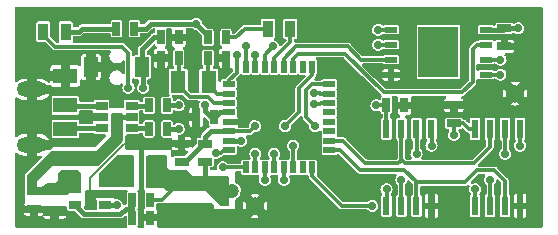
<source format=gbr>
%TF.GenerationSoftware,KiCad,Pcbnew,6.0.0*%
%TF.CreationDate,2023-05-02T17:34:21+02:00*%
%TF.ProjectId,cowstick-ums,636f7773-7469-4636-9b2d-756d732e6b69,2*%
%TF.SameCoordinates,Original*%
%TF.FileFunction,Copper,L1,Top*%
%TF.FilePolarity,Positive*%
%FSLAX46Y46*%
G04 Gerber Fmt 4.6, Leading zero omitted, Abs format (unit mm)*
G04 Created by KiCad (PCBNEW 6.0.0) date 2023-05-02 17:34:21*
%MOMM*%
%LPD*%
G01*
G04 APERTURE LIST*
%TA.AperFunction,SMDPad,CuDef*%
%ADD10R,1.397000X0.889000*%
%TD*%
%TA.AperFunction,SMDPad,CuDef*%
%ADD11R,1.143000X0.635000*%
%TD*%
%TA.AperFunction,SMDPad,CuDef*%
%ADD12R,0.889000X1.397000*%
%TD*%
%TA.AperFunction,SMDPad,CuDef*%
%ADD13R,1.400000X2.500000*%
%TD*%
%TA.AperFunction,SMDPad,CuDef*%
%ADD14R,1.500000X2.500000*%
%TD*%
%TA.AperFunction,SMDPad,CuDef*%
%ADD15R,0.635000X1.143000*%
%TD*%
%TA.AperFunction,SMDPad,CuDef*%
%ADD16R,1.000760X0.701040*%
%TD*%
%TA.AperFunction,ComponentPad*%
%ADD17C,1.524000*%
%TD*%
%TA.AperFunction,SMDPad,CuDef*%
%ADD18R,1.000000X0.500000*%
%TD*%
%TA.AperFunction,SMDPad,CuDef*%
%ADD19R,3.400000X4.300000*%
%TD*%
%TA.AperFunction,SMDPad,CuDef*%
%ADD20R,0.550000X1.600000*%
%TD*%
%TA.AperFunction,SMDPad,CuDef*%
%ADD21R,0.500000X1.000000*%
%TD*%
%TA.AperFunction,ComponentPad*%
%ADD22C,1.198880*%
%TD*%
%TA.AperFunction,SMDPad,CuDef*%
%ADD23R,1.300000X1.900000*%
%TD*%
%TA.AperFunction,SMDPad,CuDef*%
%ADD24R,1.150000X1.700000*%
%TD*%
%TA.AperFunction,ComponentPad*%
%ADD25O,2.600000X1.300000*%
%TD*%
%TA.AperFunction,SMDPad,CuDef*%
%ADD26R,2.000000X1.300000*%
%TD*%
%TA.AperFunction,ViaPad*%
%ADD27C,0.711200*%
%TD*%
%TA.AperFunction,Conductor*%
%ADD28C,0.250000*%
%TD*%
%TA.AperFunction,Conductor*%
%ADD29C,0.406400*%
%TD*%
%TA.AperFunction,Conductor*%
%ADD30C,0.203200*%
%TD*%
%TA.AperFunction,Conductor*%
%ADD31C,0.711200*%
%TD*%
%TA.AperFunction,Conductor*%
%ADD32C,0.304800*%
%TD*%
G04 APERTURE END LIST*
D10*
%TO.P,C1,1*%
%TO.N,+VBus*%
X129500000Y-111047500D03*
%TO.P,C1,2*%
%TO.N,GND*%
X129500000Y-112952500D03*
%TD*%
D11*
%TO.P,C10,1*%
%TO.N,+3.3V*%
X163300000Y-105512000D03*
%TO.P,C10,2*%
%TO.N,GND*%
X163300000Y-103988000D03*
%TD*%
D12*
%TO.P,D2,1,A*%
%TO.N,Net-(D2-Pad1)*%
X147547500Y-97500000D03*
%TO.P,D2,2,K*%
%TO.N,LED*%
X149452500Y-97500000D03*
%TD*%
%TO.P,D3,1,A*%
%TO.N,Net-(D3-Pad1)*%
X130452500Y-97750000D03*
%TO.P,D3,2,K*%
%TO.N,LED2*%
X128547500Y-97750000D03*
%TD*%
D13*
%TO.P,L1,1,1*%
%TO.N,/VSW*%
X135500000Y-109500000D03*
D14*
%TO.P,L1,2,2*%
%TO.N,+3.3V*%
X138200000Y-109500000D03*
%TD*%
D15*
%TO.P,R2,1*%
%TO.N,Net-(D1-Pad4)*%
X137488000Y-106000000D03*
%TO.P,R2,2*%
%TO.N,USB_DM*%
X139012000Y-106000000D03*
%TD*%
%TO.P,C9,1*%
%TO.N,+3.3V*%
X157588000Y-104000000D03*
%TO.P,C9,2*%
%TO.N,GND*%
X159112000Y-104000000D03*
%TD*%
D16*
%TO.P,D1,1,IO1*%
%TO.N,Net-(D1-Pad1)*%
X133480000Y-104047500D03*
%TO.P,D1,2*%
%TO.N,GND*%
X133480000Y-105000000D03*
%TO.P,D1,3,IO2*%
%TO.N,Net-(D1-Pad3)*%
X133480000Y-105952500D03*
%TO.P,D1,4,IO2*%
%TO.N,Net-(D1-Pad4)*%
X136020000Y-105952500D03*
%TO.P,D1,5*%
%TO.N,+VBus*%
X136020000Y-105000000D03*
%TO.P,D1,6,IO1*%
%TO.N,Net-(D1-Pad6)*%
X136020000Y-104047500D03*
%TD*%
D11*
%TO.P,C11,1*%
%TO.N,+3.3V*%
X167580000Y-97478000D03*
%TO.P,C11,2*%
%TO.N,GND*%
X167580000Y-99002000D03*
%TD*%
D15*
%TO.P,R6,1*%
%TO.N,GND*%
X137612000Y-113500000D03*
%TO.P,R6,2*%
%TO.N,Net-(R5-Pad1)*%
X136088000Y-113500000D03*
%TD*%
D16*
%TO.P,U2,1,EN*%
%TO.N,+VBus*%
X133770000Y-112452500D03*
%TO.P,U2,2*%
%TO.N,GND*%
X133770000Y-111500000D03*
%TO.P,U2,3,SW*%
%TO.N,/VSW*%
X133770000Y-110547500D03*
%TO.P,U2,4,VIN*%
%TO.N,+VBus*%
X131230000Y-110547500D03*
%TO.P,U2,5,FB*%
%TO.N,Net-(R5-Pad1)*%
X131230000Y-112452500D03*
%TD*%
D10*
%TO.P,C4,1*%
%TO.N,+3.3V*%
X142000000Y-110797500D03*
%TO.P,C4,2*%
%TO.N,GND*%
X142000000Y-112702500D03*
%TD*%
D11*
%TO.P,R1,1*%
%TO.N,+3.3V*%
X142250000Y-108762000D03*
%TO.P,R1,2*%
%TO.N,RST*%
X142250000Y-107238000D03*
%TD*%
D17*
%TO.P,TP9,1,1*%
%TO.N,GND*%
X168500000Y-103000000D03*
%TD*%
D18*
%TO.P,U5,1,CS*%
%TO.N,SPI2_CS*%
X158000000Y-97595000D03*
%TO.P,U5,2,IO1_DO*%
%TO.N,SPI2_MISO*%
X158000000Y-98865000D03*
%TO.P,U5,3,IO2_WP*%
%TO.N,SPI2_WP*%
X158000000Y-100135000D03*
%TO.P,U5,4*%
%TO.N,GND*%
X158000000Y-101405000D03*
%TO.P,U5,5,IO0_DI*%
%TO.N,SPI2_MOSI*%
X166000000Y-101405000D03*
%TO.P,U5,6,CLK*%
%TO.N,SPI2_SCK*%
X166000000Y-100135000D03*
%TO.P,U5,7,IO3_HOLD*%
%TO.N,SPI2_HLD*%
X166000000Y-98865000D03*
%TO.P,U5,8*%
%TO.N,+3.3V*%
X166000000Y-97595000D03*
D19*
%TO.P,U5,PAD*%
%TO.N,N/C*%
X162000000Y-99500000D03*
%TD*%
D20*
%TO.P,U3,1,CS*%
%TO.N,SPI1_CS1*%
X157595000Y-112500000D03*
%TO.P,U3,2,IO1_DO*%
%TO.N,SPI1_MISO*%
X158865000Y-112500000D03*
%TO.P,U3,3,IO2_WP*%
%TO.N,SPI1_WP*%
X160135000Y-112500000D03*
%TO.P,U3,4*%
%TO.N,GND*%
X161405000Y-112500000D03*
%TO.P,U3,5,IO0_DI*%
%TO.N,SPI1_MOSI*%
X161405000Y-106000000D03*
%TO.P,U3,6,CLK*%
%TO.N,SPI1_SCK*%
X160135000Y-106000000D03*
%TO.P,U3,7,IO3_HOLD*%
%TO.N,SPI1_HLD*%
X158865000Y-106000000D03*
%TO.P,U3,8*%
%TO.N,+3.3V*%
X157595000Y-106000000D03*
%TD*%
D18*
%TO.P,U1,1,PB9*%
%TO.N,SPI2_CS*%
X144250000Y-102200000D03*
%TO.P,U1,2,PC14*%
%TO.N,Net-(C8-Pad1)*%
X144250000Y-103000000D03*
%TO.P,U1,3,PC15*%
%TO.N,Net-(C7-Pad1)*%
X144250000Y-103800000D03*
%TO.P,U1,4*%
%TO.N,+3.3V*%
X144250000Y-104600000D03*
%TO.P,U1,5*%
%TO.N,GND*%
X144250000Y-105400000D03*
%TO.P,U1,6,PF2/RST*%
%TO.N,RST*%
X144250000Y-106200000D03*
%TO.P,U1,7,PA0*%
%TO.N,BUTTON*%
X144250000Y-107000000D03*
%TO.P,U1,8,PA1*%
%TO.N,LED2*%
X144250000Y-107800000D03*
D21*
%TO.P,U1,9,PA2*%
%TO.N,UART_TX*%
X145700000Y-109250000D03*
%TO.P,U1,10,PA3*%
%TO.N,UART_RX*%
X146500000Y-109250000D03*
%TO.P,U1,11,PA4*%
%TO.N,SPI1_CS1*%
X147300000Y-109250000D03*
%TO.P,U1,12,PA5*%
%TO.N,SPI1_SCK*%
X148100000Y-109250000D03*
%TO.P,U1,13,PA6*%
%TO.N,SPI1_MISO*%
X148900000Y-109250000D03*
%TO.P,U1,14,PA7*%
%TO.N,SPI1_MOSI*%
X149700000Y-109250000D03*
%TO.P,U1,15,PB0*%
%TO.N,unconnected-(U1-Pad15)*%
X150500000Y-109250000D03*
%TO.P,U1,16,PB1*%
%TO.N,SPI1_CS2*%
X151300000Y-109250000D03*
D18*
%TO.P,U1,17,PB2*%
%TO.N,SPI1_WP*%
X152750000Y-107800000D03*
%TO.P,U1,18,PA8*%
%TO.N,SPI1_HLD*%
X152750000Y-107000000D03*
%TO.P,U1,19,PA9*%
%TO.N,unconnected-(U1-Pad19)*%
X152750000Y-106200000D03*
%TO.P,U1,20,PC6*%
%TO.N,unconnected-(U1-Pad20)*%
X152750000Y-105400000D03*
%TO.P,U1,21,PA10*%
%TO.N,unconnected-(U1-Pad21)*%
X152750000Y-104600000D03*
%TO.P,U1,22,PA11*%
%TO.N,USB_DM*%
X152750000Y-103800000D03*
%TO.P,U1,23,PA12*%
%TO.N,USB_DP*%
X152750000Y-103000000D03*
%TO.P,U1,24,PA13*%
%TO.N,SWD_IO*%
X152750000Y-102200000D03*
D21*
%TO.P,U1,25,PA14*%
%TO.N,SWD_CLK*%
X151300000Y-100750000D03*
%TO.P,U1,26,PA15*%
%TO.N,unconnected-(U1-Pad26)*%
X150500000Y-100750000D03*
%TO.P,U1,27,PB3*%
%TO.N,SPI2_HLD*%
X149700000Y-100750000D03*
%TO.P,U1,28,PB4*%
%TO.N,SPI2_WP*%
X148900000Y-100750000D03*
%TO.P,U1,29,PB5*%
%TO.N,LED*%
X148100000Y-100750000D03*
%TO.P,U1,30,PB6*%
%TO.N,SPI2_MISO*%
X147300000Y-100750000D03*
%TO.P,U1,31,PB7*%
%TO.N,SPI2_MOSI*%
X146500000Y-100750000D03*
%TO.P,U1,32,PB8*%
%TO.N,SPI2_SCK*%
X145700000Y-100750000D03*
%TD*%
D11*
%TO.P,C2,1*%
%TO.N,+VBus*%
X127750000Y-111238000D03*
%TO.P,C2,2*%
%TO.N,GND*%
X127750000Y-112762000D03*
%TD*%
D15*
%TO.P,R4,1*%
%TO.N,Net-(D2-Pad1)*%
X144012000Y-98250000D03*
%TO.P,R4,2*%
%TO.N,+3.3V*%
X142488000Y-98250000D03*
%TD*%
D17*
%TO.P,TP6,1,1*%
%TO.N,GND*%
X146460000Y-112500000D03*
%TD*%
D15*
%TO.P,C8,1*%
%TO.N,Net-(C8-Pad1)*%
X142488000Y-100000000D03*
%TO.P,C8,2*%
%TO.N,GND*%
X144012000Y-100000000D03*
%TD*%
%TO.P,R5,1*%
%TO.N,Net-(R5-Pad1)*%
X136088000Y-112000000D03*
%TO.P,R5,2*%
%TO.N,+3.3V*%
X137612000Y-112000000D03*
%TD*%
D22*
%TO.P,TP1,1,1*%
%TO.N,+3.3V*%
X144500000Y-111250000D03*
%TD*%
D10*
%TO.P,C3,1*%
%TO.N,+3.3V*%
X140000000Y-110797500D03*
%TO.P,C3,2*%
%TO.N,GND*%
X140000000Y-112702500D03*
%TD*%
D20*
%TO.P,U4,1,CS*%
%TO.N,SPI1_CS2*%
X165095000Y-112500000D03*
%TO.P,U4,2,IO1_DO*%
%TO.N,SPI1_MISO*%
X166365000Y-112500000D03*
%TO.P,U4,3,IO2_WP*%
%TO.N,SPI1_WP*%
X167635000Y-112500000D03*
%TO.P,U4,4*%
%TO.N,GND*%
X168905000Y-112500000D03*
%TO.P,U4,5,IO0_DI*%
%TO.N,SPI1_MOSI*%
X168905000Y-106000000D03*
%TO.P,U4,6,CLK*%
%TO.N,SPI1_SCK*%
X167635000Y-106000000D03*
%TO.P,U4,7,IO3_HOLD*%
%TO.N,SPI1_HLD*%
X166365000Y-106000000D03*
%TO.P,U4,8*%
%TO.N,+3.3V*%
X165095000Y-106000000D03*
%TD*%
D23*
%TO.P,X1,1,1*%
%TO.N,Net-(C7-Pad1)*%
X139950000Y-102000000D03*
%TO.P,X1,2,2*%
%TO.N,Net-(C8-Pad1)*%
X142550000Y-102000000D03*
%TD*%
D15*
%TO.P,C12,1*%
%TO.N,BUTTON*%
X138488000Y-98250000D03*
%TO.P,C12,2*%
%TO.N,GND*%
X140012000Y-98250000D03*
%TD*%
D24*
%TO.P,SW1,1,1*%
%TO.N,GND*%
X132575000Y-100750000D03*
%TO.P,SW1,2,2*%
%TO.N,BUTTON*%
X136925000Y-100750000D03*
%TD*%
D11*
%TO.P,C6,1*%
%TO.N,RST*%
X140250000Y-108762000D03*
%TO.P,C6,2*%
%TO.N,GND*%
X140250000Y-107238000D03*
%TD*%
D15*
%TO.P,C5,1*%
%TO.N,+3.3V*%
X143012000Y-105000000D03*
%TO.P,C5,2*%
%TO.N,GND*%
X141488000Y-105000000D03*
%TD*%
%TO.P,C7,1*%
%TO.N,Net-(C7-Pad1)*%
X140012000Y-100000000D03*
%TO.P,C7,2*%
%TO.N,GND*%
X138488000Y-100000000D03*
%TD*%
%TO.P,R7,1*%
%TO.N,+3.3V*%
X136262000Y-97500000D03*
%TO.P,R7,2*%
%TO.N,Net-(D3-Pad1)*%
X134738000Y-97500000D03*
%TD*%
D25*
%TO.P,J1,0*%
%TO.N,GND*%
X127600000Y-107350000D03*
X127600000Y-102650000D03*
D26*
%TO.P,J1,1,VBUS*%
%TO.N,+VBus*%
X130400000Y-108500000D03*
%TO.P,J1,2,D-*%
%TO.N,Net-(D1-Pad3)*%
X130400000Y-106000000D03*
%TO.P,J1,3,D+*%
%TO.N,Net-(D1-Pad1)*%
X130400000Y-104000000D03*
%TO.P,J1,4,GND*%
%TO.N,GND*%
X130400000Y-101500000D03*
%TD*%
D15*
%TO.P,R3,1*%
%TO.N,Net-(D1-Pad6)*%
X137488000Y-104000000D03*
%TO.P,R3,2*%
%TO.N,USB_DP*%
X139012000Y-104000000D03*
%TD*%
D27*
%TO.N,+VBus*%
X132300000Y-108500000D03*
X128750000Y-109000000D03*
X134750000Y-112450000D03*
X130250000Y-110000000D03*
X134750000Y-105000000D03*
X133250000Y-108500000D03*
X127750000Y-110000000D03*
%TO.N,GND*%
X170400000Y-102000000D03*
X144000000Y-101100000D03*
X132300000Y-105000000D03*
X132300000Y-103250000D03*
X160000000Y-104000000D03*
X162500000Y-113900000D03*
X126600000Y-113900000D03*
X164500000Y-113900000D03*
X168500000Y-96100000D03*
X148500000Y-113900000D03*
X170400000Y-112000000D03*
X138500000Y-96100000D03*
X150500000Y-113900000D03*
X138500000Y-107250000D03*
X170400000Y-96100000D03*
X133700000Y-100750000D03*
X128500000Y-113900000D03*
X132500000Y-96100000D03*
X136000000Y-107250000D03*
X170400000Y-110000000D03*
X154500000Y-113900000D03*
X170400000Y-98000000D03*
X138800000Y-113900000D03*
X170400000Y-113900000D03*
X160500000Y-113900000D03*
X170400000Y-100000000D03*
X168750000Y-99000000D03*
X144500000Y-96100000D03*
X132300000Y-107000000D03*
X126600000Y-98000000D03*
X141500000Y-106250000D03*
X142500000Y-96100000D03*
X128750000Y-101500000D03*
X126600000Y-105000000D03*
X170400000Y-106000000D03*
X128750000Y-100000000D03*
X141000000Y-113900000D03*
X140900000Y-98250000D03*
X130400000Y-100000000D03*
X140500000Y-96100000D03*
X126600000Y-112000000D03*
X162100000Y-104000000D03*
X146500000Y-113900000D03*
X130500000Y-96100000D03*
X136500000Y-96100000D03*
X152500000Y-113900000D03*
X162500000Y-96100000D03*
X156500000Y-96100000D03*
X156900000Y-101400000D03*
X158500000Y-113900000D03*
X130500000Y-113900000D03*
X134500000Y-113900000D03*
X154500000Y-96100000D03*
X156500000Y-113900000D03*
X164500000Y-96100000D03*
X146500000Y-96100000D03*
X134500000Y-96100000D03*
X144750000Y-113900000D03*
X126600000Y-110000000D03*
X152500000Y-96100000D03*
X138500000Y-101100000D03*
X132500000Y-111500000D03*
X158500000Y-96100000D03*
X126600000Y-96100000D03*
X135180000Y-111500000D03*
X148500000Y-96100000D03*
X166500000Y-113900000D03*
X166500000Y-96100000D03*
X168500000Y-113900000D03*
X126600000Y-100000000D03*
X170400000Y-104000000D03*
X170400000Y-108000000D03*
X150500000Y-96100000D03*
X132500000Y-113900000D03*
X128500000Y-96100000D03*
X143000000Y-113900000D03*
X145300000Y-105400000D03*
X160500000Y-96100000D03*
%TO.N,+3.3V*%
X143250000Y-111250000D03*
X141500000Y-97100000D03*
X163300000Y-106500000D03*
X143750000Y-112000000D03*
X142250000Y-103961100D03*
X143750000Y-110500000D03*
X168750000Y-97470000D03*
X156750000Y-104000000D03*
%TO.N,SPI2_CS*%
X144900000Y-99750000D03*
X156900000Y-97600000D03*
%TO.N,SWD_CLK*%
X149000000Y-105750000D03*
%TO.N,SWD_IO*%
X151540000Y-105750000D03*
%TO.N,UART_TX*%
X143750000Y-109250000D03*
%TO.N,UART_RX*%
X146500000Y-108100000D03*
%TO.N,SPI2_MISO*%
X148000000Y-99000000D03*
X156900000Y-98860000D03*
%TO.N,SPI2_MOSI*%
X146500000Y-99750000D03*
X167250000Y-101400000D03*
%TO.N,SPI2_SCK*%
X167250000Y-100140000D03*
X145700000Y-99000000D03*
%TO.N,USB_DM*%
X140000000Y-106000000D03*
X151500000Y-103850000D03*
%TO.N,USB_DP*%
X140000000Y-104000000D03*
X151500000Y-102950000D03*
%TO.N,RST*%
X146460000Y-105750000D03*
%TO.N,SPI1_CS1*%
X147300000Y-110300000D03*
X157600000Y-111100000D03*
%TO.N,SPI1_SCK*%
X148100000Y-108100000D03*
X160140000Y-108100000D03*
X167640000Y-108100000D03*
%TO.N,SPI1_MISO*%
X158860000Y-110300000D03*
X148900000Y-110300000D03*
X166370000Y-110300000D03*
%TO.N,SPI1_MOSI*%
X168900000Y-107400000D03*
X149700000Y-107400000D03*
X161410000Y-107400000D03*
%TO.N,SPI1_CS2*%
X165100000Y-111100000D03*
X156390000Y-112510000D03*
%TO.N,BUTTON*%
X137000000Y-102500000D03*
X145300000Y-107000000D03*
%TO.N,LED2*%
X135750000Y-102500000D03*
X143200000Y-108000000D03*
%TD*%
D28*
%TO.N,+VBus*%
X130250000Y-110000000D02*
X129500000Y-110750000D01*
D29*
X129309500Y-111238000D02*
X129500000Y-111047500D01*
X133772500Y-112450000D02*
X133770000Y-112452500D01*
X132300000Y-108500000D02*
X133250000Y-108500000D01*
X129500000Y-111047500D02*
X130730000Y-111047500D01*
X134750000Y-112450000D02*
X133772500Y-112450000D01*
D30*
X129757500Y-111047500D02*
X129500000Y-111047500D01*
D29*
X129250000Y-108500000D02*
X128750000Y-109000000D01*
X134750000Y-105000000D02*
X134750000Y-107000000D01*
X134750000Y-107000000D02*
X133250000Y-108500000D01*
D28*
X129500000Y-110750000D02*
X129500000Y-111047500D01*
D29*
X127750000Y-111238000D02*
X129309500Y-111238000D01*
X130600000Y-108500000D02*
X132300000Y-108500000D01*
X130730000Y-111047500D02*
X131230000Y-110547500D01*
X136020000Y-105000000D02*
X134750000Y-105000000D01*
X127750000Y-111238000D02*
X127750000Y-110000000D01*
X130600000Y-108500000D02*
X129250000Y-108500000D01*
X128750000Y-109000000D02*
X127750000Y-110000000D01*
%TO.N,GND*%
X150500000Y-113900000D02*
X152500000Y-113900000D01*
X170400000Y-113900000D02*
X170400000Y-112000000D01*
X168910000Y-113900000D02*
X170400000Y-113900000D01*
D30*
X132500000Y-110140000D02*
X132500000Y-111500000D01*
D29*
X136850000Y-107250000D02*
X136000000Y-107250000D01*
D30*
X136000000Y-107250000D02*
X135390000Y-107250000D01*
D29*
X127600000Y-108290000D02*
X126600000Y-109290000D01*
D31*
X130500000Y-113900000D02*
X132500000Y-113900000D01*
D29*
X128750000Y-100000000D02*
X130400000Y-100000000D01*
X161400000Y-113900000D02*
X162500000Y-113900000D01*
X126600000Y-113900000D02*
X127750000Y-113900000D01*
X158500000Y-96100000D02*
X156500000Y-96100000D01*
X143000000Y-113900000D02*
X144500000Y-113900000D01*
X140000000Y-112702500D02*
X142000000Y-112702500D01*
X127750000Y-112762000D02*
X127750000Y-113900000D01*
D32*
X144012000Y-101088000D02*
X144000000Y-101100000D01*
D31*
X130500000Y-96100000D02*
X132500000Y-96100000D01*
D29*
X140238000Y-107250000D02*
X140250000Y-107238000D01*
X127600000Y-104000000D02*
X126600000Y-105000000D01*
D31*
X132500000Y-96100000D02*
X134500000Y-96100000D01*
D29*
X170400000Y-108000000D02*
X170400000Y-106000000D01*
X133770000Y-111500000D02*
X132500000Y-111500000D01*
X126600000Y-112000000D02*
X126600000Y-113900000D01*
X156500000Y-113900000D02*
X158500000Y-113900000D01*
X141488000Y-106238000D02*
X141500000Y-106250000D01*
X162500000Y-113900000D02*
X164500000Y-113900000D01*
X136850000Y-107250000D02*
X138500000Y-107250000D01*
D30*
X135390000Y-107250000D02*
X132500000Y-110140000D01*
D29*
X129500000Y-113900000D02*
X128500000Y-113900000D01*
X127600000Y-107350000D02*
X127600000Y-106000000D01*
D32*
X158000000Y-101405000D02*
X156905000Y-101405000D01*
D29*
X128750000Y-100000000D02*
X128750000Y-101500000D01*
X127600000Y-102650000D02*
X127600000Y-101710000D01*
D32*
X168905000Y-113895000D02*
X168910000Y-113900000D01*
D29*
X136850000Y-113250000D02*
X136850000Y-107250000D01*
X170400000Y-104000000D02*
X170400000Y-102000000D01*
X170400000Y-96100000D02*
X168500000Y-96100000D01*
X152500000Y-96100000D02*
X150500000Y-96100000D01*
X170400000Y-100000000D02*
X170400000Y-98000000D01*
X127750000Y-113900000D02*
X128500000Y-113900000D01*
X132575000Y-100750000D02*
X132575000Y-102015000D01*
D31*
X156500000Y-96100000D02*
X154500000Y-96100000D01*
D29*
X158500000Y-113900000D02*
X160500000Y-113900000D01*
D32*
X163288000Y-104000000D02*
X163300000Y-103988000D01*
D29*
X141488000Y-105000000D02*
X141488000Y-106238000D01*
X170400000Y-102000000D02*
X170400000Y-100000000D01*
X160500000Y-113900000D02*
X161400000Y-113900000D01*
X138500000Y-107250000D02*
X140238000Y-107250000D01*
D32*
X159112000Y-104000000D02*
X160000000Y-104000000D01*
D29*
X127600000Y-107350000D02*
X127600000Y-108290000D01*
X166500000Y-113900000D02*
X168500000Y-113900000D01*
D31*
X144500000Y-96100000D02*
X142500000Y-96100000D01*
D32*
X156905000Y-101405000D02*
X156900000Y-101400000D01*
D29*
X167580000Y-99002000D02*
X168748000Y-99002000D01*
X133480000Y-105000000D02*
X132300000Y-105000000D01*
X170400000Y-106000000D02*
X170400000Y-104000000D01*
D31*
X148500000Y-96100000D02*
X146500000Y-96100000D01*
D29*
X144250000Y-105400000D02*
X145300000Y-105400000D01*
D32*
X161405000Y-112500000D02*
X161405000Y-113895000D01*
D29*
X132575000Y-102015000D02*
X132300000Y-102290000D01*
D31*
X150500000Y-96100000D02*
X148500000Y-96100000D01*
D29*
X170400000Y-112000000D02*
X170400000Y-110000000D01*
X129500000Y-113900000D02*
X130500000Y-113900000D01*
X154500000Y-113900000D02*
X156500000Y-113900000D01*
X128750000Y-101500000D02*
X130400000Y-101500000D01*
X152500000Y-113900000D02*
X154500000Y-113900000D01*
X164500000Y-96100000D02*
X162500000Y-96100000D01*
D31*
X154500000Y-96100000D02*
X152500000Y-96100000D01*
D32*
X137612000Y-113500000D02*
X137100000Y-113500000D01*
D29*
X166500000Y-96100000D02*
X164500000Y-96100000D01*
X146500000Y-113900000D02*
X148500000Y-113900000D01*
D32*
X134020000Y-111500000D02*
X135180000Y-111500000D01*
D29*
X129500000Y-112952500D02*
X129500000Y-113900000D01*
D31*
X128500000Y-96100000D02*
X126600000Y-96100000D01*
D29*
X141000000Y-113900000D02*
X143000000Y-113900000D01*
X126600000Y-100710000D02*
X126600000Y-100000000D01*
X170400000Y-110000000D02*
X170400000Y-108000000D01*
X132300000Y-102290000D02*
X132300000Y-103250000D01*
X168500000Y-113900000D02*
X168910000Y-113900000D01*
D31*
X138500000Y-96100000D02*
X140500000Y-96100000D01*
D29*
X132575000Y-100750000D02*
X133700000Y-100750000D01*
D32*
X138500000Y-100012000D02*
X138488000Y-100000000D01*
D29*
X164500000Y-113900000D02*
X166500000Y-113900000D01*
X144500000Y-113900000D02*
X146500000Y-113900000D01*
X170400000Y-98000000D02*
X170400000Y-96100000D01*
X162500000Y-96100000D02*
X160500000Y-96100000D01*
D31*
X134500000Y-96100000D02*
X136500000Y-96100000D01*
D29*
X126600000Y-109290000D02*
X126600000Y-110000000D01*
D32*
X138500000Y-101100000D02*
X138500000Y-100012000D01*
D31*
X126600000Y-96100000D02*
X126600000Y-98000000D01*
D29*
X160500000Y-96100000D02*
X158500000Y-96100000D01*
X127600000Y-101710000D02*
X126600000Y-100710000D01*
D32*
X168905000Y-112500000D02*
X168905000Y-113895000D01*
D29*
X130400000Y-100000000D02*
X130400000Y-101500000D01*
D31*
X128500000Y-96100000D02*
X130500000Y-96100000D01*
X132500000Y-113900000D02*
X134500000Y-113900000D01*
D29*
X128750000Y-100000000D02*
X126600000Y-100000000D01*
D31*
X136500000Y-96100000D02*
X138500000Y-96100000D01*
D29*
X127600000Y-102650000D02*
X127600000Y-104000000D01*
X168748000Y-99002000D02*
X168750000Y-99000000D01*
X126600000Y-112000000D02*
X126600000Y-110000000D01*
X138800000Y-113900000D02*
X141000000Y-113900000D01*
D32*
X162100000Y-104000000D02*
X163288000Y-104000000D01*
X161405000Y-113895000D02*
X161400000Y-113900000D01*
D29*
X127600000Y-106000000D02*
X126600000Y-105000000D01*
D31*
X140500000Y-96100000D02*
X142500000Y-96100000D01*
X126600000Y-98000000D02*
X126600000Y-100000000D01*
X146500000Y-96100000D02*
X144500000Y-96100000D01*
D29*
X148500000Y-113900000D02*
X150500000Y-113900000D01*
D32*
X137100000Y-113500000D02*
X136850000Y-113250000D01*
X144012000Y-100000000D02*
X144012000Y-101088000D01*
D29*
X140012000Y-98250000D02*
X140900000Y-98250000D01*
X168500000Y-96100000D02*
X166500000Y-96100000D01*
D32*
%TO.N,+3.3V*%
X142797500Y-110797500D02*
X143250000Y-111250000D01*
D29*
X142250000Y-110080000D02*
X142000000Y-110330000D01*
X143110000Y-105000000D02*
X143012000Y-105000000D01*
D32*
X143250000Y-111500000D02*
X143750000Y-112000000D01*
X138560000Y-112000000D02*
X139762500Y-110797500D01*
D29*
X142250000Y-108762000D02*
X142250000Y-110080000D01*
X137220000Y-97500000D02*
X136262000Y-97500000D01*
D32*
X157588000Y-105993000D02*
X157595000Y-106000000D01*
D29*
X144500000Y-111250000D02*
X143750000Y-110500000D01*
X141500000Y-97100000D02*
X137620000Y-97100000D01*
D32*
X142000000Y-110797500D02*
X142797500Y-110797500D01*
X163300000Y-105512000D02*
X163300000Y-106500000D01*
X139762500Y-110797500D02*
X140000000Y-110797500D01*
D29*
X137620000Y-97100000D02*
X137220000Y-97500000D01*
X167463000Y-97595000D02*
X167580000Y-97478000D01*
D32*
X143250000Y-111000000D02*
X143750000Y-110500000D01*
X137612000Y-112000000D02*
X138560000Y-112000000D01*
X157588000Y-104000000D02*
X156750000Y-104000000D01*
D29*
X143750000Y-112000000D02*
X144500000Y-111250000D01*
D32*
X143250000Y-111250000D02*
X143250000Y-111500000D01*
D29*
X142000000Y-110330000D02*
X142000000Y-110797500D01*
D32*
X143250000Y-111250000D02*
X143250000Y-111000000D01*
D29*
X142250000Y-104500000D02*
X142250000Y-103961100D01*
X142750000Y-105000000D02*
X142250000Y-104500000D01*
X143510000Y-104600000D02*
X143110000Y-105000000D01*
X144250000Y-104600000D02*
X143510000Y-104600000D01*
D32*
X163300000Y-105512000D02*
X164092000Y-105512000D01*
X164580000Y-106000000D02*
X165095000Y-106000000D01*
X157588000Y-104000000D02*
X157588000Y-105993000D01*
D29*
X142488000Y-98088000D02*
X142488000Y-98250000D01*
X167580000Y-97478000D02*
X168742000Y-97478000D01*
X166000000Y-97595000D02*
X167463000Y-97595000D01*
X168742000Y-97478000D02*
X168750000Y-97470000D01*
X141500000Y-97100000D02*
X142488000Y-98088000D01*
D32*
X164092000Y-105512000D02*
X164580000Y-106000000D01*
D29*
X143012000Y-105000000D02*
X142750000Y-105000000D01*
%TO.N,Net-(D1-Pad1)*%
X130647500Y-104047500D02*
X130600000Y-104000000D01*
X133480000Y-104047500D02*
X130647500Y-104047500D01*
%TO.N,Net-(D1-Pad3)*%
X130647500Y-105952500D02*
X130600000Y-106000000D01*
X133480000Y-105952500D02*
X130647500Y-105952500D01*
%TO.N,Net-(D1-Pad4)*%
X136020000Y-105952500D02*
X137440500Y-105952500D01*
X137440500Y-105952500D02*
X137488000Y-106000000D01*
%TO.N,Net-(D1-Pad6)*%
X137440500Y-104047500D02*
X137488000Y-104000000D01*
X136020000Y-104047500D02*
X137440500Y-104047500D01*
D32*
%TO.N,SPI2_CS*%
X157995000Y-97600000D02*
X158000000Y-97595000D01*
X156900000Y-97600000D02*
X157995000Y-97600000D01*
X144900000Y-99750000D02*
X144900000Y-101230000D01*
X144900000Y-101230000D02*
X144250000Y-101880000D01*
X144250000Y-101880000D02*
X144250000Y-102200000D01*
%TO.N,Net-(C7-Pad1)*%
X142502156Y-103280000D02*
X140920000Y-103280000D01*
X140012000Y-100000000D02*
X140012000Y-101938000D01*
X140920000Y-103280000D02*
X139950000Y-102310000D01*
X144250000Y-103800000D02*
X143022156Y-103800000D01*
X140012000Y-101938000D02*
X139950000Y-102000000D01*
X143022156Y-103800000D02*
X142502156Y-103280000D01*
X139950000Y-102310000D02*
X139950000Y-102000000D01*
%TO.N,Net-(C8-Pad1)*%
X142488000Y-100000000D02*
X142488000Y-101938000D01*
X142488000Y-101938000D02*
X142550000Y-102000000D01*
X144250000Y-103000000D02*
X143250000Y-103000000D01*
X142550000Y-102300000D02*
X142550000Y-102000000D01*
X143250000Y-103000000D02*
X142550000Y-102300000D01*
%TO.N,SWD_CLK*%
X151300000Y-100750000D02*
X151300000Y-101460000D01*
X150190000Y-102570000D02*
X150190000Y-104560000D01*
X150190000Y-104560000D02*
X149000000Y-105750000D01*
X151300000Y-101460000D02*
X150190000Y-102570000D01*
%TO.N,SWD_IO*%
X150810000Y-105020000D02*
X151540000Y-105750000D01*
X151270000Y-102200000D02*
X150810000Y-102660000D01*
X150810000Y-102660000D02*
X150810000Y-105020000D01*
X152750000Y-102200000D02*
X151270000Y-102200000D01*
%TO.N,UART_TX*%
X145700000Y-109250000D02*
X143750000Y-109250000D01*
%TO.N,UART_RX*%
X146500000Y-109250000D02*
X146500000Y-108100000D01*
%TO.N,SPI2_HLD*%
X149700000Y-100040000D02*
X150130000Y-99610000D01*
X165275000Y-98865000D02*
X166000000Y-98865000D01*
X150130000Y-99610000D02*
X154070000Y-99610000D01*
X154070000Y-99610000D02*
X157360000Y-102900000D01*
X157360000Y-102900000D02*
X164030000Y-102900000D01*
X164900000Y-102030000D02*
X164900000Y-99240000D01*
X149700000Y-100750000D02*
X149700000Y-100040000D01*
X164030000Y-102900000D02*
X164900000Y-102030000D01*
X164900000Y-99240000D02*
X165275000Y-98865000D01*
%TO.N,SPI2_WP*%
X149950000Y-98990000D02*
X154310000Y-98990000D01*
X154310000Y-98990000D02*
X155455000Y-100135000D01*
X155455000Y-100135000D02*
X158000000Y-100135000D01*
X148900000Y-100040000D02*
X149950000Y-98990000D01*
X148900000Y-100750000D02*
X148900000Y-100040000D01*
%TO.N,Net-(D2-Pad1)*%
X147547500Y-97500000D02*
X145580000Y-97500000D01*
X144830000Y-98250000D02*
X144012000Y-98250000D01*
X145580000Y-97500000D02*
X144830000Y-98250000D01*
%TO.N,SPI2_MISO*%
X147300000Y-100750000D02*
X147300000Y-99700000D01*
X157995000Y-98860000D02*
X158000000Y-98865000D01*
X156900000Y-98860000D02*
X157995000Y-98860000D01*
X147300000Y-99700000D02*
X148000000Y-99000000D01*
%TO.N,SPI2_MOSI*%
X167245000Y-101405000D02*
X167250000Y-101400000D01*
X146500000Y-100750000D02*
X146500000Y-99750000D01*
X166000000Y-101405000D02*
X167245000Y-101405000D01*
%TO.N,SPI2_SCK*%
X167245000Y-100135000D02*
X167250000Y-100140000D01*
X166000000Y-100135000D02*
X167245000Y-100135000D01*
X145700000Y-99000000D02*
X145700000Y-100750000D01*
%TO.N,USB_DM*%
X152750000Y-103800000D02*
X152020000Y-103800000D01*
X152020000Y-103800000D02*
X151970000Y-103850000D01*
D29*
X139012000Y-106000000D02*
X140000000Y-106000000D01*
D32*
X151970000Y-103850000D02*
X151500000Y-103850000D01*
%TO.N,USB_DP*%
X151960000Y-102950000D02*
X151500000Y-102950000D01*
X152750000Y-103000000D02*
X152010000Y-103000000D01*
D29*
X139012000Y-104000000D02*
X140000000Y-104000000D01*
D32*
X152010000Y-103000000D02*
X151960000Y-102950000D01*
D29*
%TO.N,RST*%
X142700000Y-106200000D02*
X142250000Y-106650000D01*
X140498000Y-108762000D02*
X142022000Y-107238000D01*
X142022000Y-107238000D02*
X142250000Y-107238000D01*
X144250000Y-106200000D02*
X142700000Y-106200000D01*
D32*
X146010000Y-106200000D02*
X146460000Y-105750000D01*
D29*
X140250000Y-108762000D02*
X140498000Y-108762000D01*
D32*
X144250000Y-106200000D02*
X146010000Y-106200000D01*
D29*
X142250000Y-106650000D02*
X142250000Y-107238000D01*
D32*
%TO.N,SPI1_CS1*%
X157600000Y-112495000D02*
X157595000Y-112500000D01*
X147300000Y-110300000D02*
X147300000Y-109250000D01*
X157600000Y-111100000D02*
X157600000Y-112495000D01*
%TO.N,SPI1_SCK*%
X148100000Y-109250000D02*
X148100000Y-108100000D01*
X167640000Y-108100000D02*
X167640000Y-106005000D01*
X167640000Y-106005000D02*
X167635000Y-106000000D01*
X160140000Y-106005000D02*
X160135000Y-106000000D01*
X160140000Y-108100000D02*
X160140000Y-106005000D01*
%TO.N,SPI1_MISO*%
X158860000Y-110300000D02*
X158860000Y-112495000D01*
X158860000Y-112495000D02*
X158865000Y-112500000D01*
X166370000Y-112495000D02*
X166365000Y-112500000D01*
X148900000Y-109250000D02*
X148900000Y-110300000D01*
X166370000Y-110300000D02*
X166370000Y-112495000D01*
%TO.N,SPI1_MOSI*%
X149700000Y-107400000D02*
X149700000Y-109250000D01*
X161410000Y-107400000D02*
X161410000Y-106005000D01*
X161410000Y-106005000D02*
X161405000Y-106000000D01*
X168900000Y-106005000D02*
X168905000Y-106000000D01*
X168900000Y-107400000D02*
X168900000Y-106005000D01*
%TO.N,SPI1_CS2*%
X151300000Y-109250000D02*
X151300000Y-109990000D01*
X165100000Y-111100000D02*
X165100000Y-112495000D01*
X165100000Y-112495000D02*
X165095000Y-112500000D01*
X151300000Y-109990000D02*
X153820000Y-112510000D01*
X153820000Y-112510000D02*
X156390000Y-112510000D01*
%TO.N,SPI1_WP*%
X153690000Y-107800000D02*
X155390000Y-109500000D01*
X160135000Y-110535000D02*
X160135000Y-112500000D01*
X160140000Y-110530000D02*
X160135000Y-110535000D01*
X164220000Y-110530000D02*
X165260000Y-109490000D01*
X152750000Y-107800000D02*
X153690000Y-107800000D01*
X159110000Y-109500000D02*
X160140000Y-110530000D01*
X155390000Y-109500000D02*
X159110000Y-109500000D01*
X166730000Y-109490000D02*
X167635000Y-110395000D01*
X165260000Y-109490000D02*
X166730000Y-109490000D01*
X167635000Y-110395000D02*
X167635000Y-112500000D01*
X160140000Y-110530000D02*
X164220000Y-110530000D01*
%TO.N,SPI1_HLD*%
X158870000Y-108600000D02*
X158865000Y-108595000D01*
X159170000Y-108900000D02*
X158870000Y-108600000D01*
X166365000Y-107535000D02*
X166365000Y-106000000D01*
X165000000Y-108900000D02*
X159170000Y-108900000D01*
X158570000Y-108900000D02*
X158870000Y-108600000D01*
X155810000Y-108900000D02*
X158570000Y-108900000D01*
X152750000Y-107000000D02*
X153910000Y-107000000D01*
X153910000Y-107000000D02*
X155810000Y-108900000D01*
X158865000Y-108595000D02*
X158865000Y-106000000D01*
X165000000Y-108900000D02*
X166365000Y-107535000D01*
%TO.N,LED*%
X149452500Y-97500000D02*
X149452500Y-98647500D01*
X149452500Y-98647500D02*
X148100000Y-100000000D01*
X148100000Y-100000000D02*
X148100000Y-100750000D01*
D29*
%TO.N,BUTTON*%
X144250000Y-107000000D02*
X145300000Y-107000000D01*
X136925000Y-100750000D02*
X136925000Y-99245000D01*
X136925000Y-100750000D02*
X137000000Y-100825000D01*
X136925000Y-99245000D02*
X137920000Y-98250000D01*
X137000000Y-100825000D02*
X137000000Y-102500000D01*
X137920000Y-98250000D02*
X138488000Y-98250000D01*
%TO.N,/VSW*%
X135500000Y-109500000D02*
X134817500Y-109500000D01*
X134817500Y-109500000D02*
X133770000Y-110547500D01*
%TO.N,Net-(R5-Pad1)*%
X135070720Y-113189280D02*
X135508000Y-112752000D01*
X131230000Y-112452500D02*
X131966780Y-113189280D01*
X136088000Y-112000000D02*
X136088000Y-112752000D01*
X135508000Y-112752000D02*
X136088000Y-112752000D01*
X136088000Y-112752000D02*
X136088000Y-113500000D01*
X131966780Y-113189280D02*
X135070720Y-113189280D01*
%TO.N,Net-(D3-Pad1)*%
X134738000Y-97500000D02*
X131820000Y-97500000D01*
X131820000Y-97500000D02*
X131570000Y-97750000D01*
X131570000Y-97750000D02*
X130452500Y-97750000D01*
D32*
%TO.N,LED2*%
X144250000Y-107800000D02*
X143800000Y-107800000D01*
X135750000Y-102500000D02*
X135750000Y-99600000D01*
X128547500Y-98007500D02*
X128547500Y-97750000D01*
X129560000Y-99020000D02*
X128547500Y-98007500D01*
X143600000Y-108000000D02*
X143800000Y-107800000D01*
X135750000Y-99600000D02*
X135170000Y-99020000D01*
X143200000Y-108000000D02*
X143600000Y-108000000D01*
X135170000Y-99020000D02*
X129560000Y-99020000D01*
%TD*%
%TA.AperFunction,Conductor*%
%TO.N,/VSW*%
G36*
X136192121Y-108270002D02*
G01*
X136238614Y-108323658D01*
X136250000Y-108376000D01*
X136250000Y-110774000D01*
X136229998Y-110842121D01*
X136176342Y-110888614D01*
X136124000Y-110900000D01*
X133376000Y-110900000D01*
X133307879Y-110879998D01*
X133261386Y-110826342D01*
X133250000Y-110774000D01*
X133250000Y-109802190D01*
X133270002Y-109734069D01*
X133286905Y-109713095D01*
X134713095Y-108286905D01*
X134775407Y-108252879D01*
X134802190Y-108250000D01*
X136124000Y-108250000D01*
X136192121Y-108270002D01*
G37*
%TD.AperFunction*%
%TD*%
%TA.AperFunction,Conductor*%
%TO.N,+3.3V*%
G36*
X138942121Y-108270002D02*
G01*
X138988614Y-108323658D01*
X139000000Y-108376000D01*
X139000000Y-109250000D01*
X139250000Y-109500000D01*
X140697810Y-109500000D01*
X140765931Y-109520002D01*
X140786905Y-109536905D01*
X141250000Y-110000000D01*
X144124000Y-110000000D01*
X144192121Y-110020002D01*
X144238614Y-110073658D01*
X144250000Y-110126000D01*
X144250000Y-112374000D01*
X144229998Y-112442121D01*
X144176342Y-112488614D01*
X144124000Y-112500000D01*
X143552190Y-112500000D01*
X143484069Y-112479998D01*
X143463095Y-112463095D01*
X142250000Y-111250000D01*
X139052190Y-111250000D01*
X138984069Y-111229998D01*
X138963095Y-111213095D01*
X138750000Y-111000000D01*
X137376000Y-111000000D01*
X137307879Y-110979998D01*
X137261386Y-110926342D01*
X137250000Y-110874000D01*
X137250000Y-108376000D01*
X137270002Y-108307879D01*
X137323658Y-108261386D01*
X137376000Y-108250000D01*
X138874000Y-108250000D01*
X138942121Y-108270002D01*
G37*
%TD.AperFunction*%
%TD*%
%TA.AperFunction,Conductor*%
%TO.N,GND*%
G36*
X170789721Y-95672402D02*
G01*
X170836214Y-95726058D01*
X170847600Y-95778400D01*
X170847600Y-114221600D01*
X170827598Y-114289721D01*
X170773942Y-114336214D01*
X170721600Y-114347600D01*
X138281401Y-114347600D01*
X138213280Y-114327598D01*
X138166787Y-114273942D01*
X138156683Y-114203668D01*
X138164993Y-114173380D01*
X138171184Y-114158434D01*
X138182293Y-114102585D01*
X138183500Y-114090330D01*
X138183500Y-113835615D01*
X138179025Y-113820376D01*
X138177635Y-113819171D01*
X138169952Y-113817500D01*
X137058616Y-113817500D01*
X137043377Y-113821975D01*
X137042172Y-113823365D01*
X137040501Y-113831048D01*
X137040501Y-114090328D01*
X137041709Y-114102588D01*
X137052815Y-114158431D01*
X137059009Y-114173384D01*
X137066597Y-114243974D01*
X137034816Y-114307460D01*
X136973758Y-114343687D01*
X136942599Y-114347600D01*
X136640635Y-114347600D01*
X136572514Y-114327598D01*
X136526021Y-114273942D01*
X136515917Y-114203668D01*
X136535871Y-114151597D01*
X136549528Y-114131158D01*
X136558400Y-114086557D01*
X136558399Y-113444632D01*
X146086673Y-113444632D01*
X146088704Y-113447345D01*
X146090486Y-113448269D01*
X146234914Y-113495196D01*
X146246888Y-113497829D01*
X146432508Y-113519963D01*
X146444757Y-113520220D01*
X146631138Y-113505879D01*
X146643218Y-113503748D01*
X146823249Y-113453482D01*
X146826499Y-113452222D01*
X146834565Y-113444656D01*
X146832327Y-113438012D01*
X146472812Y-113078497D01*
X146458868Y-113070883D01*
X146457035Y-113071014D01*
X146450420Y-113075265D01*
X146093433Y-113432252D01*
X146086673Y-113444632D01*
X136558399Y-113444632D01*
X136558399Y-112913444D01*
X136555087Y-112896790D01*
X136551950Y-112881017D01*
X136551949Y-112881015D01*
X136549528Y-112868842D01*
X136516894Y-112820002D01*
X136495679Y-112752249D01*
X136516894Y-112679998D01*
X136542635Y-112641475D01*
X136542636Y-112641472D01*
X136549528Y-112631158D01*
X136558400Y-112586557D01*
X136558399Y-111413444D01*
X136549528Y-111368842D01*
X136520903Y-111326002D01*
X136499688Y-111258249D01*
X136518471Y-111189782D01*
X136571288Y-111142339D01*
X136625668Y-111130000D01*
X137014000Y-111130000D01*
X137082121Y-111150002D01*
X137128614Y-111203658D01*
X137140000Y-111256000D01*
X137140000Y-112250000D01*
X137140817Y-112250000D01*
X137141601Y-112255451D01*
X137141601Y-112586556D01*
X137142809Y-112592628D01*
X137150365Y-112630620D01*
X137144036Y-112701334D01*
X137115881Y-112744294D01*
X137104483Y-112755692D01*
X137062132Y-112819075D01*
X137052816Y-112841566D01*
X137041707Y-112897415D01*
X137040500Y-112909670D01*
X137040500Y-113164385D01*
X137044975Y-113179624D01*
X137046365Y-113180829D01*
X137054048Y-113182500D01*
X138165384Y-113182500D01*
X138180623Y-113178025D01*
X138181828Y-113176635D01*
X138183499Y-113168952D01*
X138183499Y-112909672D01*
X138182291Y-112897412D01*
X138171185Y-112841569D01*
X138161867Y-112819073D01*
X138119517Y-112755692D01*
X138108120Y-112744295D01*
X138074094Y-112681983D01*
X138073636Y-112630619D01*
X138081193Y-112592627D01*
X138081193Y-112592623D01*
X138082400Y-112586557D01*
X138082400Y-112431300D01*
X138102402Y-112363179D01*
X138156058Y-112316686D01*
X138208400Y-112305300D01*
X138506710Y-112305300D01*
X138509535Y-112305507D01*
X138514628Y-112307256D01*
X138564357Y-112305389D01*
X138569083Y-112305300D01*
X138588393Y-112305300D01*
X138593180Y-112304408D01*
X138596898Y-112304167D01*
X138628282Y-112302989D01*
X138638974Y-112298395D01*
X138643059Y-112297475D01*
X138656475Y-112293399D01*
X138660374Y-112291894D01*
X138671811Y-112289764D01*
X138693253Y-112276547D01*
X138709633Y-112268039D01*
X138727805Y-112260232D01*
X138777541Y-112250000D01*
X142697810Y-112250000D01*
X142765931Y-112270002D01*
X142786905Y-112286905D01*
X142963095Y-112463095D01*
X142997121Y-112525407D01*
X143000000Y-112552190D01*
X143000000Y-112750000D01*
X144750000Y-112750000D01*
X144750000Y-112491890D01*
X145439700Y-112491890D01*
X145455340Y-112678154D01*
X145457555Y-112690219D01*
X145508697Y-112868575D01*
X145514833Y-112875026D01*
X145521633Y-112872682D01*
X145881503Y-112512812D01*
X145887881Y-112501132D01*
X147030883Y-112501132D01*
X147031014Y-112502965D01*
X147035265Y-112509580D01*
X147391892Y-112866207D01*
X147404272Y-112872967D01*
X147407172Y-112870796D01*
X147407907Y-112869391D01*
X147453599Y-112732034D01*
X147456319Y-112720063D01*
X147480075Y-112532010D01*
X147480567Y-112524981D01*
X147480867Y-112503505D01*
X147480574Y-112496512D01*
X147462074Y-112307836D01*
X147459691Y-112295801D01*
X147411634Y-112136630D01*
X147403920Y-112124825D01*
X147401254Y-112125229D01*
X147398594Y-112127091D01*
X147038497Y-112487188D01*
X147030883Y-112501132D01*
X145887881Y-112501132D01*
X145889117Y-112498868D01*
X145888986Y-112497035D01*
X145884735Y-112490420D01*
X145527346Y-112133031D01*
X145514966Y-112126271D01*
X145512437Y-112128164D01*
X145511332Y-112130314D01*
X145463255Y-112281870D01*
X145460707Y-112293858D01*
X145439871Y-112479621D01*
X145439700Y-112491890D01*
X144750000Y-112491890D01*
X144750000Y-112048288D01*
X144770002Y-111980167D01*
X144814226Y-111941937D01*
X144812761Y-111939479D01*
X144951687Y-111856663D01*
X144951690Y-111856661D01*
X144957742Y-111853053D01*
X145079972Y-111736654D01*
X145118363Y-111678872D01*
X145135877Y-111652511D01*
X145173377Y-111596069D01*
X145176345Y-111588257D01*
X145188755Y-111555588D01*
X146084276Y-111555588D01*
X146084629Y-111558026D01*
X146086717Y-111561032D01*
X146447188Y-111921503D01*
X146461132Y-111929117D01*
X146462965Y-111928986D01*
X146469580Y-111924735D01*
X146827414Y-111566901D01*
X146834174Y-111554521D01*
X146832420Y-111552178D01*
X146829894Y-111550891D01*
X146671169Y-111501758D01*
X146659158Y-111499292D01*
X146473255Y-111479753D01*
X146460987Y-111479668D01*
X146274840Y-111496608D01*
X146262784Y-111498908D01*
X146096135Y-111547956D01*
X146084276Y-111555588D01*
X145188755Y-111555588D01*
X145210285Y-111498908D01*
X145233314Y-111438283D01*
X145256805Y-111271139D01*
X145257100Y-111250000D01*
X145240927Y-111105813D01*
X145239071Y-111089262D01*
X145239070Y-111089259D01*
X145238286Y-111082266D01*
X145182777Y-110922868D01*
X145093334Y-110779729D01*
X145085720Y-110772061D01*
X145005620Y-110691400D01*
X144974402Y-110659963D01*
X144961004Y-110651460D01*
X144845794Y-110578346D01*
X144831891Y-110569523D01*
X144825255Y-110567160D01*
X144820763Y-110564969D01*
X144768306Y-110517128D01*
X144750000Y-110451722D01*
X144750000Y-109681300D01*
X144770002Y-109613179D01*
X144823658Y-109566686D01*
X144876000Y-109555300D01*
X145171101Y-109555300D01*
X145239222Y-109575302D01*
X145285715Y-109628958D01*
X145297101Y-109681300D01*
X145297101Y-109765056D01*
X145300413Y-109781710D01*
X145303124Y-109795338D01*
X145305972Y-109809658D01*
X145312867Y-109819978D01*
X145312868Y-109819979D01*
X145322002Y-109833648D01*
X145339766Y-109860234D01*
X145350082Y-109867127D01*
X145380025Y-109887135D01*
X145380028Y-109887136D01*
X145390342Y-109894028D01*
X145402509Y-109896448D01*
X145402511Y-109896449D01*
X145420743Y-109900075D01*
X145434943Y-109902900D01*
X145699957Y-109902900D01*
X145965056Y-109902899D01*
X145981710Y-109899587D01*
X145997483Y-109896450D01*
X145997485Y-109896449D01*
X146009658Y-109894028D01*
X146029999Y-109880436D01*
X146097750Y-109859222D01*
X146170001Y-109880436D01*
X146190342Y-109894028D01*
X146202509Y-109896448D01*
X146202511Y-109896449D01*
X146220743Y-109900075D01*
X146234943Y-109902900D01*
X146307897Y-109902900D01*
X146726286Y-109902899D01*
X146794407Y-109922901D01*
X146840900Y-109976556D01*
X146851004Y-110046830D01*
X146840342Y-110082446D01*
X146808719Y-110149800D01*
X146807339Y-110158665D01*
X146807338Y-110158667D01*
X146788088Y-110282301D01*
X146786309Y-110293724D01*
X146787473Y-110302626D01*
X146787473Y-110302629D01*
X146795839Y-110366607D01*
X146805195Y-110438152D01*
X146808809Y-110446365D01*
X146808810Y-110446369D01*
X146844066Y-110526491D01*
X146863859Y-110571474D01*
X146869634Y-110578344D01*
X146869635Y-110578346D01*
X146951803Y-110676097D01*
X146957583Y-110682973D01*
X146965060Y-110687950D01*
X147071361Y-110758710D01*
X147071363Y-110758711D01*
X147078834Y-110763684D01*
X147087401Y-110766361D01*
X147087402Y-110766361D01*
X147101658Y-110770815D01*
X147217864Y-110807121D01*
X147363498Y-110809790D01*
X147458038Y-110784015D01*
X147495363Y-110773839D01*
X147495364Y-110773839D01*
X147504026Y-110771477D01*
X147512359Y-110766361D01*
X147605300Y-110709295D01*
X147628154Y-110695263D01*
X147634774Y-110687950D01*
X147719873Y-110593934D01*
X147719876Y-110593930D01*
X147725901Y-110587274D01*
X147732503Y-110573649D01*
X147785495Y-110464272D01*
X147785495Y-110464271D01*
X147789410Y-110456191D01*
X147813576Y-110312552D01*
X147813729Y-110300000D01*
X147801242Y-110212807D01*
X147794354Y-110164706D01*
X147794353Y-110164703D01*
X147793080Y-110155813D01*
X147759087Y-110081049D01*
X147749101Y-110010761D01*
X147778701Y-109946229D01*
X147838491Y-109907945D01*
X147873788Y-109902900D01*
X148100256Y-109902899D01*
X148326286Y-109902899D01*
X148394407Y-109922901D01*
X148440900Y-109976556D01*
X148451004Y-110046830D01*
X148440342Y-110082446D01*
X148408719Y-110149800D01*
X148407339Y-110158665D01*
X148407338Y-110158667D01*
X148388088Y-110282301D01*
X148386309Y-110293724D01*
X148387473Y-110302626D01*
X148387473Y-110302629D01*
X148395839Y-110366607D01*
X148405195Y-110438152D01*
X148408809Y-110446365D01*
X148408810Y-110446369D01*
X148444066Y-110526491D01*
X148463859Y-110571474D01*
X148469634Y-110578344D01*
X148469635Y-110578346D01*
X148551803Y-110676097D01*
X148557583Y-110682973D01*
X148565060Y-110687950D01*
X148671361Y-110758710D01*
X148671363Y-110758711D01*
X148678834Y-110763684D01*
X148687401Y-110766361D01*
X148687402Y-110766361D01*
X148701658Y-110770815D01*
X148817864Y-110807121D01*
X148963498Y-110809790D01*
X149058038Y-110784015D01*
X149095363Y-110773839D01*
X149095364Y-110773839D01*
X149104026Y-110771477D01*
X149112359Y-110766361D01*
X149205300Y-110709295D01*
X149228154Y-110695263D01*
X149234774Y-110687950D01*
X149319873Y-110593934D01*
X149319876Y-110593930D01*
X149325901Y-110587274D01*
X149332503Y-110573649D01*
X149385495Y-110464272D01*
X149385495Y-110464271D01*
X149389410Y-110456191D01*
X149413576Y-110312552D01*
X149413729Y-110300000D01*
X149401242Y-110212807D01*
X149394354Y-110164706D01*
X149394353Y-110164703D01*
X149393080Y-110155813D01*
X149359087Y-110081049D01*
X149349101Y-110010761D01*
X149378701Y-109946229D01*
X149438491Y-109907945D01*
X149473788Y-109902900D01*
X149892203Y-109902899D01*
X149965056Y-109902899D01*
X149981710Y-109899587D01*
X149997483Y-109896450D01*
X149997485Y-109896449D01*
X150009658Y-109894028D01*
X150029999Y-109880436D01*
X150097750Y-109859222D01*
X150170001Y-109880436D01*
X150190342Y-109894028D01*
X150202509Y-109896448D01*
X150202511Y-109896449D01*
X150220743Y-109900075D01*
X150234943Y-109902900D01*
X150499957Y-109902900D01*
X150765056Y-109902899D01*
X150809658Y-109894028D01*
X150819976Y-109887134D01*
X150820485Y-109886923D01*
X150891075Y-109879336D01*
X150954561Y-109911117D01*
X150990787Y-109972176D01*
X150994700Y-110003333D01*
X150994700Y-110018393D01*
X150995592Y-110023180D01*
X150995833Y-110026898D01*
X150997011Y-110058282D01*
X151001605Y-110068974D01*
X151002525Y-110073059D01*
X151006601Y-110086475D01*
X151008106Y-110090374D01*
X151010236Y-110101811D01*
X151023453Y-110123253D01*
X151031961Y-110139632D01*
X151038393Y-110154604D01*
X151038396Y-110154608D01*
X151041906Y-110162779D01*
X151045985Y-110167744D01*
X151048311Y-110170070D01*
X151048402Y-110170185D01*
X151050223Y-110172193D01*
X151050087Y-110172316D01*
X151057940Y-110182250D01*
X151063810Y-110188723D01*
X151069915Y-110198628D01*
X151092158Y-110215542D01*
X151104977Y-110226736D01*
X153566437Y-112688196D01*
X153568291Y-112690343D01*
X153570655Y-112695180D01*
X153579184Y-112703092D01*
X153579185Y-112703093D01*
X153607151Y-112729035D01*
X153610556Y-112732315D01*
X153624197Y-112745956D01*
X153628213Y-112748711D01*
X153631007Y-112751164D01*
X153654037Y-112772528D01*
X153664843Y-112776839D01*
X153668378Y-112779074D01*
X153680751Y-112785681D01*
X153684576Y-112787376D01*
X153694168Y-112793956D01*
X153716129Y-112799168D01*
X153718675Y-112799772D01*
X153736271Y-112805337D01*
X153751413Y-112811378D01*
X153751416Y-112811379D01*
X153759673Y-112814673D01*
X153766068Y-112815300D01*
X153769362Y-112815300D01*
X153769513Y-112815318D01*
X153772220Y-112815450D01*
X153772211Y-112815633D01*
X153784766Y-112817103D01*
X153793507Y-112817530D01*
X153804827Y-112820217D01*
X153816356Y-112818648D01*
X153816357Y-112818648D01*
X153832499Y-112816451D01*
X153849490Y-112815300D01*
X155923605Y-112815300D01*
X155991726Y-112835302D01*
X156020056Y-112860225D01*
X156047583Y-112892973D01*
X156055060Y-112897950D01*
X156161361Y-112968710D01*
X156161363Y-112968711D01*
X156168834Y-112973684D01*
X156307864Y-113017121D01*
X156453498Y-113019790D01*
X156523762Y-113000634D01*
X156585363Y-112983839D01*
X156585364Y-112983839D01*
X156594026Y-112981477D01*
X156602359Y-112976361D01*
X156661326Y-112940155D01*
X156718154Y-112905263D01*
X156724774Y-112897950D01*
X156809873Y-112803934D01*
X156809874Y-112803933D01*
X156815901Y-112797274D01*
X156822104Y-112784472D01*
X156875495Y-112674272D01*
X156875495Y-112674271D01*
X156879410Y-112666191D01*
X156898819Y-112550829D01*
X156902770Y-112527344D01*
X156902770Y-112527341D01*
X156903576Y-112522552D01*
X156903729Y-112510000D01*
X156896086Y-112456628D01*
X156884354Y-112374706D01*
X156884353Y-112374703D01*
X156883080Y-112365813D01*
X156879362Y-112357635D01*
X156826508Y-112241390D01*
X156826507Y-112241388D01*
X156822792Y-112233218D01*
X156727713Y-112122873D01*
X156605485Y-112043648D01*
X156465934Y-112001914D01*
X156456958Y-112001859D01*
X156456957Y-112001859D01*
X156395644Y-112001485D01*
X156320279Y-112001024D01*
X156180229Y-112041051D01*
X156172642Y-112045838D01*
X156172640Y-112045839D01*
X156106377Y-112087648D01*
X156057042Y-112118776D01*
X156018774Y-112162107D01*
X155958688Y-112199926D01*
X155924332Y-112204700D01*
X153998649Y-112204700D01*
X153930528Y-112184698D01*
X153909554Y-112167795D01*
X152835483Y-111093724D01*
X157086309Y-111093724D01*
X157087473Y-111102626D01*
X157087473Y-111102629D01*
X157091720Y-111135104D01*
X157105195Y-111238152D01*
X157108809Y-111246365D01*
X157108810Y-111246369D01*
X157146228Y-111331406D01*
X157163859Y-111371474D01*
X157194034Y-111407372D01*
X157211724Y-111428417D01*
X157240245Y-111493433D01*
X157229089Y-111563548D01*
X157211328Y-111588723D01*
X157209766Y-111589766D01*
X157202873Y-111600082D01*
X157182865Y-111630025D01*
X157182864Y-111630028D01*
X157175972Y-111640342D01*
X157167100Y-111684943D01*
X157167101Y-113315056D01*
X157175972Y-113359658D01*
X157209766Y-113410234D01*
X157220082Y-113417127D01*
X157250025Y-113437135D01*
X157250028Y-113437136D01*
X157260342Y-113444028D01*
X157272509Y-113446448D01*
X157272511Y-113446449D01*
X157290743Y-113450075D01*
X157304943Y-113452900D01*
X157594953Y-113452900D01*
X157885056Y-113452899D01*
X157901710Y-113449587D01*
X157917483Y-113446450D01*
X157917485Y-113446449D01*
X157929658Y-113444028D01*
X157944743Y-113433949D01*
X157969918Y-113417127D01*
X157980234Y-113410234D01*
X157995805Y-113386931D01*
X158007135Y-113369975D01*
X158007136Y-113369972D01*
X158014028Y-113359658D01*
X158022900Y-113315057D01*
X158022899Y-111684944D01*
X158014028Y-111640342D01*
X157997201Y-111615158D01*
X157980234Y-111589766D01*
X157982492Y-111588257D01*
X157957116Y-111541785D01*
X157962181Y-111470970D01*
X157986822Y-111430448D01*
X158008778Y-111406191D01*
X158019873Y-111393934D01*
X158019874Y-111393933D01*
X158025901Y-111387274D01*
X158034832Y-111368842D01*
X158085495Y-111264272D01*
X158085495Y-111264271D01*
X158089410Y-111256191D01*
X158113576Y-111112552D01*
X158113729Y-111100000D01*
X158093080Y-110955813D01*
X158089362Y-110947635D01*
X158036508Y-110831390D01*
X158036507Y-110831388D01*
X158032792Y-110823218D01*
X157937713Y-110712873D01*
X157815485Y-110633648D01*
X157675934Y-110591914D01*
X157666958Y-110591859D01*
X157666957Y-110591859D01*
X157605644Y-110591485D01*
X157530279Y-110591024D01*
X157390229Y-110631051D01*
X157382642Y-110635838D01*
X157382640Y-110635839D01*
X157350389Y-110656188D01*
X157267042Y-110708776D01*
X157170622Y-110817951D01*
X157166808Y-110826074D01*
X157166807Y-110826076D01*
X157118239Y-110929523D01*
X157108719Y-110949800D01*
X157107339Y-110958665D01*
X157107338Y-110958667D01*
X157089129Y-111075616D01*
X157086309Y-111093724D01*
X152835483Y-111093724D01*
X151709937Y-109968177D01*
X151675911Y-109905865D01*
X151682624Y-109830862D01*
X151687133Y-109819977D01*
X151694028Y-109809658D01*
X151702900Y-109765057D01*
X151702899Y-108734944D01*
X151694028Y-108690342D01*
X151660234Y-108639766D01*
X151646584Y-108630645D01*
X151619975Y-108612865D01*
X151619972Y-108612864D01*
X151609658Y-108605972D01*
X151597491Y-108603552D01*
X151597489Y-108603551D01*
X151574674Y-108599013D01*
X151565057Y-108597100D01*
X151300043Y-108597100D01*
X151034944Y-108597101D01*
X151018290Y-108600413D01*
X151002517Y-108603550D01*
X151002515Y-108603551D01*
X150990342Y-108605972D01*
X150970001Y-108619564D01*
X150902250Y-108640778D01*
X150829999Y-108619564D01*
X150809658Y-108605972D01*
X150797491Y-108603552D01*
X150797489Y-108603551D01*
X150774674Y-108599013D01*
X150765057Y-108597100D01*
X150500043Y-108597100D01*
X150234944Y-108597101D01*
X150190342Y-108605972D01*
X150180024Y-108612866D01*
X150179515Y-108613077D01*
X150108925Y-108620664D01*
X150045439Y-108588883D01*
X150009213Y-108527824D01*
X150005300Y-108496667D01*
X150005300Y-107869067D01*
X150025302Y-107800946D01*
X150037878Y-107784520D01*
X150125901Y-107687274D01*
X150132220Y-107674233D01*
X150185495Y-107564272D01*
X150185495Y-107564271D01*
X150189410Y-107556191D01*
X150204865Y-107464331D01*
X150212770Y-107417344D01*
X150212770Y-107417341D01*
X150213576Y-107412552D01*
X150213729Y-107400000D01*
X150199048Y-107297483D01*
X150194354Y-107264706D01*
X150194353Y-107264703D01*
X150193080Y-107255813D01*
X150188950Y-107246729D01*
X150136508Y-107131390D01*
X150136507Y-107131388D01*
X150132792Y-107123218D01*
X150037713Y-107012873D01*
X149915485Y-106933648D01*
X149775934Y-106891914D01*
X149766958Y-106891859D01*
X149766957Y-106891859D01*
X149705644Y-106891485D01*
X149630279Y-106891024D01*
X149490229Y-106931051D01*
X149482642Y-106935838D01*
X149482640Y-106935839D01*
X149438613Y-106963618D01*
X149367042Y-107008776D01*
X149270622Y-107117951D01*
X149266808Y-107126074D01*
X149266807Y-107126076D01*
X149225582Y-107213883D01*
X149208719Y-107249800D01*
X149207339Y-107258665D01*
X149207338Y-107258667D01*
X149190124Y-107369225D01*
X149186309Y-107393724D01*
X149187473Y-107402626D01*
X149187473Y-107402629D01*
X149196476Y-107471477D01*
X149205195Y-107538152D01*
X149208809Y-107546365D01*
X149208810Y-107546369D01*
X149238930Y-107614820D01*
X149263859Y-107671474D01*
X149269634Y-107678344D01*
X149269635Y-107678346D01*
X149297318Y-107711279D01*
X149353302Y-107777880D01*
X149357583Y-107782973D01*
X149356848Y-107783591D01*
X149390135Y-107837205D01*
X149394700Y-107870815D01*
X149394700Y-108496667D01*
X149374698Y-108564788D01*
X149321042Y-108611281D01*
X149250768Y-108621385D01*
X149220481Y-108613076D01*
X149219978Y-108612868D01*
X149209658Y-108605972D01*
X149165057Y-108597100D01*
X148900108Y-108597100D01*
X148634944Y-108597101D01*
X148630347Y-108598015D01*
X148561110Y-108584886D01*
X148509580Y-108536047D01*
X148492635Y-108467102D01*
X148515107Y-108401539D01*
X148514857Y-108401370D01*
X148515484Y-108400441D01*
X148515655Y-108399941D01*
X148516703Y-108398633D01*
X148519873Y-108393934D01*
X148525901Y-108387274D01*
X148548389Y-108340860D01*
X148585495Y-108264272D01*
X148585495Y-108264271D01*
X148589410Y-108256191D01*
X148606719Y-108153310D01*
X148612770Y-108117344D01*
X148612770Y-108117341D01*
X148613576Y-108112552D01*
X148613656Y-108105972D01*
X148613670Y-108104860D01*
X148613670Y-108104857D01*
X148613729Y-108100000D01*
X148602930Y-108024594D01*
X148594354Y-107964706D01*
X148594353Y-107964703D01*
X148593080Y-107955813D01*
X148589362Y-107947635D01*
X148536508Y-107831390D01*
X148536507Y-107831388D01*
X148532792Y-107823218D01*
X148437713Y-107712873D01*
X148315485Y-107633648D01*
X148175934Y-107591914D01*
X148166958Y-107591859D01*
X148166957Y-107591859D01*
X148105644Y-107591485D01*
X148030279Y-107591024D01*
X147890229Y-107631051D01*
X147882642Y-107635838D01*
X147882640Y-107635839D01*
X147878377Y-107638529D01*
X147767042Y-107708776D01*
X147670622Y-107817951D01*
X147666808Y-107826074D01*
X147666807Y-107826076D01*
X147612533Y-107941676D01*
X147608719Y-107949800D01*
X147607339Y-107958665D01*
X147607338Y-107958667D01*
X147590773Y-108065057D01*
X147586309Y-108093724D01*
X147587473Y-108102626D01*
X147587473Y-108102629D01*
X147595006Y-108160234D01*
X147605195Y-108238152D01*
X147608809Y-108246365D01*
X147608810Y-108246369D01*
X147644410Y-108327274D01*
X147663859Y-108371474D01*
X147669634Y-108378344D01*
X147669635Y-108378346D01*
X147681073Y-108391953D01*
X147709594Y-108456969D01*
X147698436Y-108527084D01*
X147651143Y-108580035D01*
X147582730Y-108599013D01*
X147572270Y-108598420D01*
X147571127Y-108598307D01*
X147565057Y-108597100D01*
X147300086Y-108597100D01*
X147034944Y-108597101D01*
X147030347Y-108598015D01*
X146961110Y-108584886D01*
X146909580Y-108536047D01*
X146892635Y-108467102D01*
X146915107Y-108401539D01*
X146914857Y-108401370D01*
X146915484Y-108400441D01*
X146915655Y-108399941D01*
X146916703Y-108398633D01*
X146919873Y-108393934D01*
X146925901Y-108387274D01*
X146948389Y-108340860D01*
X146985495Y-108264272D01*
X146985495Y-108264271D01*
X146989410Y-108256191D01*
X147006719Y-108153310D01*
X147012770Y-108117344D01*
X147012770Y-108117341D01*
X147013576Y-108112552D01*
X147013656Y-108105972D01*
X147013670Y-108104860D01*
X147013670Y-108104857D01*
X147013729Y-108100000D01*
X147002930Y-108024594D01*
X146994354Y-107964706D01*
X146994353Y-107964703D01*
X146993080Y-107955813D01*
X146989362Y-107947635D01*
X146936508Y-107831390D01*
X146936507Y-107831388D01*
X146932792Y-107823218D01*
X146837713Y-107712873D01*
X146715485Y-107633648D01*
X146575934Y-107591914D01*
X146566958Y-107591859D01*
X146566957Y-107591859D01*
X146505644Y-107591485D01*
X146430279Y-107591024D01*
X146290229Y-107631051D01*
X146282642Y-107635838D01*
X146282640Y-107635839D01*
X146278377Y-107638529D01*
X146167042Y-107708776D01*
X146070622Y-107817951D01*
X146066808Y-107826074D01*
X146066807Y-107826076D01*
X146012533Y-107941676D01*
X146008719Y-107949800D01*
X146007339Y-107958665D01*
X146007338Y-107958667D01*
X145990773Y-108065057D01*
X145986309Y-108093724D01*
X145987473Y-108102626D01*
X145987473Y-108102629D01*
X145995006Y-108160234D01*
X146005195Y-108238152D01*
X146008809Y-108246365D01*
X146008810Y-108246369D01*
X146044410Y-108327274D01*
X146063859Y-108371474D01*
X146069634Y-108378344D01*
X146069635Y-108378346D01*
X146081073Y-108391953D01*
X146109594Y-108456969D01*
X146098436Y-108527084D01*
X146051143Y-108580035D01*
X145982730Y-108599013D01*
X145972270Y-108598420D01*
X145971127Y-108598307D01*
X145965057Y-108597100D01*
X145700022Y-108597100D01*
X145434944Y-108597101D01*
X145418290Y-108600413D01*
X145402517Y-108603550D01*
X145402515Y-108603551D01*
X145390342Y-108605972D01*
X145380022Y-108612867D01*
X145380021Y-108612868D01*
X145368354Y-108620664D01*
X145339766Y-108639766D01*
X145332873Y-108650082D01*
X145312865Y-108680025D01*
X145312864Y-108680028D01*
X145305972Y-108690342D01*
X145297100Y-108734943D01*
X145297100Y-108818700D01*
X145277098Y-108886821D01*
X145223442Y-108933314D01*
X145171100Y-108944700D01*
X144215973Y-108944700D01*
X144147852Y-108924698D01*
X144120519Y-108900947D01*
X144093571Y-108869671D01*
X144093569Y-108869669D01*
X144087713Y-108862873D01*
X144074003Y-108853986D01*
X143973015Y-108788529D01*
X143965485Y-108783648D01*
X143825934Y-108741914D01*
X143816958Y-108741859D01*
X143816957Y-108741859D01*
X143755644Y-108741485D01*
X143680279Y-108741024D01*
X143540229Y-108781051D01*
X143417042Y-108858776D01*
X143411100Y-108865504D01*
X143384818Y-108895263D01*
X143320622Y-108967951D01*
X143316808Y-108976074D01*
X143316807Y-108976076D01*
X143265583Y-109085180D01*
X143258719Y-109099800D01*
X143257339Y-109108665D01*
X143257338Y-109108667D01*
X143238379Y-109230432D01*
X143236309Y-109243724D01*
X143237473Y-109252626D01*
X143237473Y-109252629D01*
X143251208Y-109357663D01*
X143240208Y-109427802D01*
X143193033Y-109480859D01*
X143126272Y-109500000D01*
X142732100Y-109500000D01*
X142663979Y-109479998D01*
X142617486Y-109426342D01*
X142606100Y-109374000D01*
X142606100Y-109358399D01*
X142626102Y-109290278D01*
X142679758Y-109243785D01*
X142732100Y-109232399D01*
X142836556Y-109232399D01*
X142853691Y-109228991D01*
X142868983Y-109225950D01*
X142868985Y-109225949D01*
X142881158Y-109223528D01*
X142899471Y-109211292D01*
X142921418Y-109196627D01*
X142931734Y-109189734D01*
X142944246Y-109171009D01*
X142958635Y-109149475D01*
X142958636Y-109149472D01*
X142965528Y-109139158D01*
X142974400Y-109094557D01*
X142974399Y-108630644D01*
X142994401Y-108562524D01*
X143048056Y-108516031D01*
X143116760Y-108506776D01*
X143117864Y-108507121D01*
X143263498Y-108509790D01*
X143378116Y-108478541D01*
X143395363Y-108473839D01*
X143395364Y-108473839D01*
X143404026Y-108471477D01*
X143416719Y-108463684D01*
X143520506Y-108399959D01*
X143520507Y-108399958D01*
X143528154Y-108395263D01*
X143574056Y-108344552D01*
X143634600Y-108307471D01*
X143647180Y-108305560D01*
X143656652Y-108303426D01*
X143668282Y-108302989D01*
X143678974Y-108298396D01*
X143683059Y-108297475D01*
X143696475Y-108293399D01*
X143700374Y-108291894D01*
X143711811Y-108289764D01*
X143733253Y-108276547D01*
X143749632Y-108268039D01*
X143764604Y-108261607D01*
X143764608Y-108261604D01*
X143772779Y-108258094D01*
X143777744Y-108254015D01*
X143780070Y-108251689D01*
X143780185Y-108251598D01*
X143782193Y-108249777D01*
X143782316Y-108249913D01*
X143792251Y-108242060D01*
X143798725Y-108236189D01*
X143800940Y-108234824D01*
X143802140Y-108234243D01*
X143803048Y-108233525D01*
X143808627Y-108230086D01*
X143809109Y-108230868D01*
X143863317Y-108204619D01*
X143884057Y-108202900D01*
X144670031Y-108202899D01*
X144765056Y-108202899D01*
X144781710Y-108199587D01*
X144797483Y-108196450D01*
X144797485Y-108196449D01*
X144809658Y-108194028D01*
X144860234Y-108160234D01*
X144872597Y-108141732D01*
X144887135Y-108119975D01*
X144887136Y-108119972D01*
X144894028Y-108109658D01*
X144896908Y-108095183D01*
X144901693Y-108071124D01*
X144902900Y-108065057D01*
X144902899Y-107578055D01*
X144922901Y-107509934D01*
X144976556Y-107463441D01*
X145046830Y-107453337D01*
X145077019Y-107462476D01*
X145078834Y-107463684D01*
X145217864Y-107507121D01*
X145363498Y-107509790D01*
X145472666Y-107480027D01*
X145495363Y-107473839D01*
X145495364Y-107473839D01*
X145504026Y-107471477D01*
X145516719Y-107463684D01*
X145566090Y-107433370D01*
X145628154Y-107395263D01*
X145639279Y-107382973D01*
X145719873Y-107293934D01*
X145719874Y-107293933D01*
X145725901Y-107287274D01*
X145753264Y-107230798D01*
X145785495Y-107164272D01*
X145785495Y-107164271D01*
X145789410Y-107156191D01*
X145809895Y-107034433D01*
X145812770Y-107017344D01*
X145812770Y-107017341D01*
X145813576Y-107012552D01*
X145813729Y-107000000D01*
X145806550Y-106949868D01*
X145794354Y-106864706D01*
X145794353Y-106864703D01*
X145793080Y-106855813D01*
X145789362Y-106847635D01*
X145736508Y-106731390D01*
X145736507Y-106731388D01*
X145732792Y-106723218D01*
X145724459Y-106713547D01*
X145722907Y-106710123D01*
X145722096Y-106708855D01*
X145722279Y-106708738D01*
X145695146Y-106648884D01*
X145705446Y-106578638D01*
X145752088Y-106525112D01*
X145819913Y-106505300D01*
X145956710Y-106505300D01*
X145959535Y-106505507D01*
X145964628Y-106507256D01*
X146014357Y-106505389D01*
X146019083Y-106505300D01*
X146038393Y-106505300D01*
X146043180Y-106504408D01*
X146046898Y-106504167D01*
X146078282Y-106502989D01*
X146088974Y-106498395D01*
X146093059Y-106497475D01*
X146106475Y-106493399D01*
X146110374Y-106491894D01*
X146121811Y-106489764D01*
X146143253Y-106476547D01*
X146159632Y-106468039D01*
X146174604Y-106461607D01*
X146174608Y-106461604D01*
X146182779Y-106458094D01*
X146187744Y-106454015D01*
X146190070Y-106451689D01*
X146190185Y-106451598D01*
X146192193Y-106449777D01*
X146192316Y-106449913D01*
X146202250Y-106442060D01*
X146208723Y-106436190D01*
X146218628Y-106430085D01*
X146235542Y-106407842D01*
X146246736Y-106395023D01*
X146346651Y-106295108D01*
X146408963Y-106261082D01*
X146438054Y-106258224D01*
X146523498Y-106259790D01*
X146610919Y-106235956D01*
X146655363Y-106223839D01*
X146655364Y-106223839D01*
X146664026Y-106221477D01*
X146672266Y-106216418D01*
X146757194Y-106164272D01*
X146788154Y-106145263D01*
X146794774Y-106137950D01*
X146879873Y-106043934D01*
X146879874Y-106043933D01*
X146885901Y-106037274D01*
X146901606Y-106004860D01*
X146945495Y-105914272D01*
X146945495Y-105914271D01*
X146949410Y-105906191D01*
X146967276Y-105800000D01*
X146972770Y-105767344D01*
X146972770Y-105767341D01*
X146973576Y-105762552D01*
X146973729Y-105750000D01*
X146963461Y-105678298D01*
X146954354Y-105614706D01*
X146954353Y-105614703D01*
X146953080Y-105605813D01*
X146947085Y-105592628D01*
X146896508Y-105481390D01*
X146896507Y-105481388D01*
X146892792Y-105473218D01*
X146797713Y-105362873D01*
X146675485Y-105283648D01*
X146535934Y-105241914D01*
X146526958Y-105241859D01*
X146526957Y-105241859D01*
X146465644Y-105241485D01*
X146390279Y-105241024D01*
X146250229Y-105281051D01*
X146242642Y-105285838D01*
X146242640Y-105285839D01*
X146216217Y-105302511D01*
X146127042Y-105358776D01*
X146030622Y-105467951D01*
X146026808Y-105476074D01*
X146026807Y-105476076D01*
X145974765Y-105586923D01*
X145968719Y-105599800D01*
X145967339Y-105608665D01*
X145967338Y-105608667D01*
X145949318Y-105724400D01*
X145946309Y-105743724D01*
X145947473Y-105752628D01*
X145947364Y-105761598D01*
X145945993Y-105761581D01*
X145936440Y-105822499D01*
X145889267Y-105875558D01*
X145822503Y-105894700D01*
X145113834Y-105894700D01*
X145045713Y-105874698D01*
X144999220Y-105821042D01*
X144990255Y-105744119D01*
X145002793Y-105681085D01*
X145004000Y-105668830D01*
X145004000Y-105668115D01*
X144999525Y-105652876D01*
X144998135Y-105651671D01*
X144990452Y-105650000D01*
X144126000Y-105650000D01*
X144057879Y-105629998D01*
X144011386Y-105576342D01*
X144000000Y-105524000D01*
X144000000Y-105276000D01*
X144020002Y-105207879D01*
X144073658Y-105161386D01*
X144126000Y-105150000D01*
X144985884Y-105150000D01*
X145001123Y-105145525D01*
X145002328Y-105144135D01*
X145003999Y-105136452D01*
X145003999Y-105131172D01*
X145002791Y-105118912D01*
X144991685Y-105063069D01*
X144982367Y-105040573D01*
X144940017Y-104977192D01*
X144937758Y-104974933D01*
X144934407Y-104968795D01*
X144933124Y-104966876D01*
X144933296Y-104966761D01*
X144903732Y-104912621D01*
X144901460Y-104873486D01*
X144901693Y-104871124D01*
X144902900Y-104865057D01*
X144902899Y-104334944D01*
X144898671Y-104313684D01*
X144896450Y-104302517D01*
X144896449Y-104302515D01*
X144894028Y-104290342D01*
X144880436Y-104270001D01*
X144859222Y-104202250D01*
X144880436Y-104129999D01*
X144894028Y-104109658D01*
X144902900Y-104065057D01*
X144902899Y-103534944D01*
X144899257Y-103516631D01*
X144896450Y-103502517D01*
X144896449Y-103502515D01*
X144894028Y-103490342D01*
X144880436Y-103470001D01*
X144859222Y-103402250D01*
X144880436Y-103329999D01*
X144894028Y-103309658D01*
X144897559Y-103291910D01*
X144901693Y-103271124D01*
X144902900Y-103265057D01*
X144902899Y-102734944D01*
X144894028Y-102690342D01*
X144880436Y-102670001D01*
X144859222Y-102602250D01*
X144880436Y-102529999D01*
X144894028Y-102509658D01*
X144896448Y-102497491D01*
X144896449Y-102497489D01*
X144901693Y-102471124D01*
X144902900Y-102465057D01*
X144902899Y-101934944D01*
X144899552Y-101918115D01*
X144896450Y-101902517D01*
X144896449Y-101902515D01*
X144894028Y-101890342D01*
X144862312Y-101842876D01*
X144841097Y-101775123D01*
X144859880Y-101706656D01*
X144877982Y-101683779D01*
X145078204Y-101483557D01*
X145080346Y-101481708D01*
X145085180Y-101479345D01*
X145119022Y-101442863D01*
X145122302Y-101439458D01*
X145135957Y-101425803D01*
X145138714Y-101421784D01*
X145141166Y-101418992D01*
X145154616Y-101404493D01*
X145154618Y-101404490D01*
X145162528Y-101395963D01*
X145164149Y-101391900D01*
X145213916Y-101348124D01*
X145284113Y-101337497D01*
X145338645Y-101361912D01*
X145339766Y-101360234D01*
X145380025Y-101387135D01*
X145380028Y-101387136D01*
X145390342Y-101394028D01*
X145402509Y-101396448D01*
X145402511Y-101396449D01*
X145420364Y-101400000D01*
X145434943Y-101402900D01*
X145699957Y-101402900D01*
X145965056Y-101402899D01*
X145981710Y-101399587D01*
X145997483Y-101396450D01*
X145997485Y-101396449D01*
X146009658Y-101394028D01*
X146029999Y-101380436D01*
X146097750Y-101359222D01*
X146170001Y-101380436D01*
X146190342Y-101394028D01*
X146202509Y-101396448D01*
X146202511Y-101396449D01*
X146220364Y-101400000D01*
X146234943Y-101402900D01*
X146499957Y-101402900D01*
X146765056Y-101402899D01*
X146781710Y-101399587D01*
X146797483Y-101396450D01*
X146797485Y-101396449D01*
X146809658Y-101394028D01*
X146829999Y-101380436D01*
X146897750Y-101359222D01*
X146970001Y-101380436D01*
X146990342Y-101394028D01*
X147002509Y-101396448D01*
X147002511Y-101396449D01*
X147020364Y-101400000D01*
X147034943Y-101402900D01*
X147299957Y-101402900D01*
X147565056Y-101402899D01*
X147581710Y-101399587D01*
X147597483Y-101396450D01*
X147597485Y-101396449D01*
X147609658Y-101394028D01*
X147629999Y-101380436D01*
X147697750Y-101359222D01*
X147770001Y-101380436D01*
X147790342Y-101394028D01*
X147802509Y-101396448D01*
X147802511Y-101396449D01*
X147820364Y-101400000D01*
X147834943Y-101402900D01*
X148099957Y-101402900D01*
X148365056Y-101402899D01*
X148381710Y-101399587D01*
X148397483Y-101396450D01*
X148397485Y-101396449D01*
X148409658Y-101394028D01*
X148429999Y-101380436D01*
X148497750Y-101359222D01*
X148570001Y-101380436D01*
X148590342Y-101394028D01*
X148602509Y-101396448D01*
X148602511Y-101396449D01*
X148620364Y-101400000D01*
X148634943Y-101402900D01*
X148899957Y-101402900D01*
X149165056Y-101402899D01*
X149181710Y-101399587D01*
X149197483Y-101396450D01*
X149197485Y-101396449D01*
X149209658Y-101394028D01*
X149229999Y-101380436D01*
X149297750Y-101359222D01*
X149370001Y-101380436D01*
X149390342Y-101394028D01*
X149402509Y-101396448D01*
X149402511Y-101396449D01*
X149420364Y-101400000D01*
X149434943Y-101402900D01*
X149699957Y-101402900D01*
X149965056Y-101402899D01*
X149981710Y-101399587D01*
X149997483Y-101396450D01*
X149997485Y-101396449D01*
X150009658Y-101394028D01*
X150029999Y-101380436D01*
X150097750Y-101359222D01*
X150170001Y-101380436D01*
X150190342Y-101394028D01*
X150202509Y-101396448D01*
X150202511Y-101396449D01*
X150220364Y-101400000D01*
X150234943Y-101402900D01*
X150256795Y-101402900D01*
X150621151Y-101402899D01*
X150689270Y-101422901D01*
X150735763Y-101476556D01*
X150745868Y-101546830D01*
X150716375Y-101611411D01*
X150710245Y-101617994D01*
X150011796Y-102316443D01*
X150009654Y-102318292D01*
X150004820Y-102320655D01*
X149996908Y-102329184D01*
X149996907Y-102329185D01*
X149970978Y-102357137D01*
X149967698Y-102360542D01*
X149954043Y-102374197D01*
X149951286Y-102378216D01*
X149948834Y-102381008D01*
X149935384Y-102395507D01*
X149935382Y-102395510D01*
X149927472Y-102404037D01*
X149923162Y-102414839D01*
X149920932Y-102418367D01*
X149914316Y-102430760D01*
X149912627Y-102434572D01*
X149906044Y-102444168D01*
X149903358Y-102455487D01*
X149900226Y-102468683D01*
X149894663Y-102486270D01*
X149885327Y-102509673D01*
X149884700Y-102516068D01*
X149884700Y-102519364D01*
X149884682Y-102519517D01*
X149884550Y-102522220D01*
X149884367Y-102522211D01*
X149882897Y-102534768D01*
X149882470Y-102543507D01*
X149879783Y-102554828D01*
X149881352Y-102566357D01*
X149881352Y-102566358D01*
X149883549Y-102582500D01*
X149884700Y-102599491D01*
X149884700Y-104381350D01*
X149864698Y-104449471D01*
X149847795Y-104470446D01*
X149113547Y-105204693D01*
X149051235Y-105238718D01*
X149023685Y-105241595D01*
X148930279Y-105241024D01*
X148790229Y-105281051D01*
X148782642Y-105285838D01*
X148782640Y-105285839D01*
X148756217Y-105302511D01*
X148667042Y-105358776D01*
X148570622Y-105467951D01*
X148566808Y-105476074D01*
X148566807Y-105476076D01*
X148514765Y-105586923D01*
X148508719Y-105599800D01*
X148507339Y-105608665D01*
X148507338Y-105608667D01*
X148489318Y-105724400D01*
X148486309Y-105743724D01*
X148487473Y-105752626D01*
X148487473Y-105752629D01*
X148497002Y-105825499D01*
X148505195Y-105888152D01*
X148508809Y-105896365D01*
X148508810Y-105896369D01*
X148539729Y-105966635D01*
X148563859Y-106021474D01*
X148569634Y-106028344D01*
X148569635Y-106028346D01*
X148637243Y-106108776D01*
X148657583Y-106132973D01*
X148676046Y-106145263D01*
X148771361Y-106208710D01*
X148771363Y-106208711D01*
X148778834Y-106213684D01*
X148787401Y-106216361D01*
X148787402Y-106216361D01*
X148795961Y-106219035D01*
X148917864Y-106257121D01*
X149063498Y-106259790D01*
X149150919Y-106235956D01*
X149195363Y-106223839D01*
X149195364Y-106223839D01*
X149204026Y-106221477D01*
X149212266Y-106216418D01*
X149297194Y-106164272D01*
X149328154Y-106145263D01*
X149334774Y-106137950D01*
X149419873Y-106043934D01*
X149419874Y-106043933D01*
X149425901Y-106037274D01*
X149441606Y-106004860D01*
X149485495Y-105914272D01*
X149485495Y-105914271D01*
X149489410Y-105906191D01*
X149507276Y-105800000D01*
X149512770Y-105767344D01*
X149512770Y-105767341D01*
X149513576Y-105762552D01*
X149513729Y-105750000D01*
X149512396Y-105740692D01*
X149522537Y-105670423D01*
X149548028Y-105633731D01*
X150287874Y-104893885D01*
X150350186Y-104859859D01*
X150421001Y-104864924D01*
X150477837Y-104907471D01*
X150502880Y-104978252D01*
X150504611Y-105024355D01*
X150504700Y-105029083D01*
X150504700Y-105048393D01*
X150505592Y-105053180D01*
X150505833Y-105056898D01*
X150507011Y-105088282D01*
X150511605Y-105098974D01*
X150512525Y-105103059D01*
X150516601Y-105116475D01*
X150518106Y-105120374D01*
X150520236Y-105131811D01*
X150531448Y-105150000D01*
X150533453Y-105153253D01*
X150541961Y-105169632D01*
X150548393Y-105184604D01*
X150548396Y-105184608D01*
X150551906Y-105192779D01*
X150555985Y-105197744D01*
X150558311Y-105200070D01*
X150558402Y-105200185D01*
X150560223Y-105202193D01*
X150560087Y-105202316D01*
X150567940Y-105212250D01*
X150573810Y-105218723D01*
X150579915Y-105228628D01*
X150598408Y-105242690D01*
X150602145Y-105245532D01*
X150614974Y-105256733D01*
X150991252Y-105633012D01*
X151025277Y-105695324D01*
X151026191Y-105725856D01*
X151027800Y-105725876D01*
X151027690Y-105734852D01*
X151026309Y-105743724D01*
X151027473Y-105752626D01*
X151027473Y-105752629D01*
X151037002Y-105825499D01*
X151045195Y-105888152D01*
X151048809Y-105896365D01*
X151048810Y-105896369D01*
X151079729Y-105966635D01*
X151103859Y-106021474D01*
X151109634Y-106028344D01*
X151109635Y-106028346D01*
X151177243Y-106108776D01*
X151197583Y-106132973D01*
X151216046Y-106145263D01*
X151311361Y-106208710D01*
X151311363Y-106208711D01*
X151318834Y-106213684D01*
X151327401Y-106216361D01*
X151327402Y-106216361D01*
X151335961Y-106219035D01*
X151457864Y-106257121D01*
X151603498Y-106259790D01*
X151690919Y-106235956D01*
X151735363Y-106223839D01*
X151735364Y-106223839D01*
X151744026Y-106221477D01*
X151752266Y-106216418D01*
X151837194Y-106164272D01*
X151868154Y-106145263D01*
X151877689Y-106134729D01*
X151938234Y-106097650D01*
X152009214Y-106099190D01*
X152068093Y-106138861D01*
X152096178Y-106204066D01*
X152097101Y-106219280D01*
X152097101Y-106465056D01*
X152099944Y-106479350D01*
X152103549Y-106497475D01*
X152105972Y-106509658D01*
X152119564Y-106529999D01*
X152140778Y-106597750D01*
X152119564Y-106670001D01*
X152105972Y-106690342D01*
X152103552Y-106702509D01*
X152103551Y-106702511D01*
X152101394Y-106713358D01*
X152097100Y-106734943D01*
X152097101Y-107265056D01*
X152098309Y-107271128D01*
X152102845Y-107293934D01*
X152105972Y-107309658D01*
X152119564Y-107329999D01*
X152140778Y-107397750D01*
X152119564Y-107470001D01*
X152105972Y-107490342D01*
X152103552Y-107502509D01*
X152103551Y-107502511D01*
X152102573Y-107507428D01*
X152097100Y-107534943D01*
X152097101Y-108065056D01*
X152098309Y-108071128D01*
X152103475Y-108097101D01*
X152105972Y-108109658D01*
X152112866Y-108119975D01*
X152112868Y-108119979D01*
X152125011Y-108138152D01*
X152139766Y-108160234D01*
X152150082Y-108167127D01*
X152180025Y-108187135D01*
X152180028Y-108187136D01*
X152190342Y-108194028D01*
X152202509Y-108196448D01*
X152202511Y-108196449D01*
X152220743Y-108200075D01*
X152234943Y-108202900D01*
X152749916Y-108202900D01*
X153265056Y-108202899D01*
X153281710Y-108199587D01*
X153297483Y-108196450D01*
X153297485Y-108196449D01*
X153309658Y-108194028D01*
X153360234Y-108160234D01*
X153367127Y-108149918D01*
X153374840Y-108142205D01*
X153437152Y-108108179D01*
X153463935Y-108105300D01*
X153511351Y-108105300D01*
X153579472Y-108125302D01*
X153600446Y-108142205D01*
X154382938Y-108924698D01*
X155136440Y-109678200D01*
X155138291Y-109680345D01*
X155140655Y-109685180D01*
X155149184Y-109693092D01*
X155149185Y-109693093D01*
X155177137Y-109719022D01*
X155180542Y-109722302D01*
X155194197Y-109735957D01*
X155198216Y-109738714D01*
X155201008Y-109741166D01*
X155215507Y-109754616D01*
X155215510Y-109754618D01*
X155224037Y-109762528D01*
X155234839Y-109766838D01*
X155238367Y-109769068D01*
X155250760Y-109775684D01*
X155254572Y-109777373D01*
X155264168Y-109783956D01*
X155288683Y-109789774D01*
X155306270Y-109795337D01*
X155329673Y-109804673D01*
X155336068Y-109805300D01*
X155339364Y-109805300D01*
X155339517Y-109805318D01*
X155342220Y-109805450D01*
X155342211Y-109805633D01*
X155354768Y-109807103D01*
X155363507Y-109807530D01*
X155374828Y-109810217D01*
X155386357Y-109808648D01*
X155386358Y-109808648D01*
X155402500Y-109806451D01*
X155419491Y-109805300D01*
X158339045Y-109805300D01*
X158407166Y-109825302D01*
X158453659Y-109878958D01*
X158463763Y-109949232D01*
X158439249Y-110002247D01*
X158441492Y-110003721D01*
X158436564Y-110011223D01*
X158430622Y-110017951D01*
X158426808Y-110026074D01*
X158426807Y-110026076D01*
X158377484Y-110131131D01*
X158368719Y-110149800D01*
X158367339Y-110158665D01*
X158367338Y-110158667D01*
X158348088Y-110282301D01*
X158346309Y-110293724D01*
X158347473Y-110302626D01*
X158347473Y-110302629D01*
X158355839Y-110366607D01*
X158365195Y-110438152D01*
X158368809Y-110446365D01*
X158368810Y-110446369D01*
X158404066Y-110526491D01*
X158423859Y-110571474D01*
X158429634Y-110578344D01*
X158429635Y-110578346D01*
X158440994Y-110591859D01*
X158513302Y-110677880D01*
X158517583Y-110682973D01*
X158516848Y-110683591D01*
X158550135Y-110737205D01*
X158554700Y-110770815D01*
X158554700Y-111472348D01*
X158534698Y-111540469D01*
X158498703Y-111577112D01*
X158490083Y-111582872D01*
X158490082Y-111582873D01*
X158479766Y-111589766D01*
X158472873Y-111600082D01*
X158452865Y-111630025D01*
X158452864Y-111630028D01*
X158445972Y-111640342D01*
X158437100Y-111684943D01*
X158437101Y-113315056D01*
X158445972Y-113359658D01*
X158479766Y-113410234D01*
X158490082Y-113417127D01*
X158520025Y-113437135D01*
X158520028Y-113437136D01*
X158530342Y-113444028D01*
X158542509Y-113446448D01*
X158542511Y-113446449D01*
X158560743Y-113450075D01*
X158574943Y-113452900D01*
X158864953Y-113452900D01*
X159155056Y-113452899D01*
X159171710Y-113449587D01*
X159187483Y-113446450D01*
X159187485Y-113446449D01*
X159199658Y-113444028D01*
X159214743Y-113433949D01*
X159239918Y-113417127D01*
X159250234Y-113410234D01*
X159265805Y-113386931D01*
X159277135Y-113369975D01*
X159277136Y-113369972D01*
X159284028Y-113359658D01*
X159292900Y-113315057D01*
X159292899Y-111684944D01*
X159284028Y-111640342D01*
X159267201Y-111615158D01*
X159257127Y-111600082D01*
X159250234Y-111589766D01*
X159239918Y-111582873D01*
X159239917Y-111582872D01*
X159221297Y-111570430D01*
X159175770Y-111515953D01*
X159165300Y-111465666D01*
X159165300Y-110769067D01*
X159185302Y-110700946D01*
X159197878Y-110684520D01*
X159285901Y-110587274D01*
X159292503Y-110573649D01*
X159345495Y-110464272D01*
X159345495Y-110464271D01*
X159349410Y-110456191D01*
X159350899Y-110447339D01*
X159353629Y-110438786D01*
X159356481Y-110439696D01*
X159380923Y-110389368D01*
X159441543Y-110352411D01*
X159512519Y-110354094D01*
X159563260Y-110385020D01*
X159792795Y-110614555D01*
X159826821Y-110676867D01*
X159829700Y-110703650D01*
X159829700Y-111469007D01*
X159809698Y-111537128D01*
X159773703Y-111573771D01*
X159760083Y-111582872D01*
X159760082Y-111582873D01*
X159749766Y-111589766D01*
X159742873Y-111600082D01*
X159722865Y-111630025D01*
X159722864Y-111630028D01*
X159715972Y-111640342D01*
X159707100Y-111684943D01*
X159707101Y-113315056D01*
X159715972Y-113359658D01*
X159749766Y-113410234D01*
X159760082Y-113417127D01*
X159790025Y-113437135D01*
X159790028Y-113437136D01*
X159800342Y-113444028D01*
X159812509Y-113446448D01*
X159812511Y-113446449D01*
X159830743Y-113450075D01*
X159844943Y-113452900D01*
X160134953Y-113452900D01*
X160425056Y-113452899D01*
X160441710Y-113449587D01*
X160457483Y-113446450D01*
X160457485Y-113446449D01*
X160469658Y-113444028D01*
X160484743Y-113433949D01*
X160509918Y-113417127D01*
X160520234Y-113410234D01*
X160535805Y-113386931D01*
X160547135Y-113369975D01*
X160547136Y-113369972D01*
X160554028Y-113359658D01*
X160562150Y-113318828D01*
X160876001Y-113318828D01*
X160877209Y-113331088D01*
X160888315Y-113386931D01*
X160897633Y-113409427D01*
X160939983Y-113472808D01*
X160957192Y-113490017D01*
X161020575Y-113532368D01*
X161043066Y-113541684D01*
X161098915Y-113552793D01*
X161111170Y-113554000D01*
X161111885Y-113554000D01*
X161127124Y-113549525D01*
X161128329Y-113548135D01*
X161130000Y-113540452D01*
X161130000Y-113535884D01*
X161680000Y-113535884D01*
X161684475Y-113551123D01*
X161685865Y-113552328D01*
X161693548Y-113553999D01*
X161698828Y-113553999D01*
X161711088Y-113552791D01*
X161766931Y-113541685D01*
X161789427Y-113532367D01*
X161852808Y-113490017D01*
X161870017Y-113472808D01*
X161912368Y-113409425D01*
X161921684Y-113386934D01*
X161932793Y-113331085D01*
X161934000Y-113318830D01*
X161934000Y-112793115D01*
X161929525Y-112777876D01*
X161928135Y-112776671D01*
X161920452Y-112775000D01*
X161698115Y-112775000D01*
X161682876Y-112779475D01*
X161681671Y-112780865D01*
X161680000Y-112788548D01*
X161680000Y-113535884D01*
X161130000Y-113535884D01*
X161130000Y-112793115D01*
X161125525Y-112777876D01*
X161124135Y-112776671D01*
X161116452Y-112775000D01*
X160894116Y-112775000D01*
X160878877Y-112779475D01*
X160877672Y-112780865D01*
X160876001Y-112788548D01*
X160876001Y-113318828D01*
X160562150Y-113318828D01*
X160562900Y-113315057D01*
X160562899Y-112206885D01*
X160876000Y-112206885D01*
X160880475Y-112222124D01*
X160881865Y-112223329D01*
X160889548Y-112225000D01*
X161111885Y-112225000D01*
X161127124Y-112220525D01*
X161128329Y-112219135D01*
X161130000Y-112211452D01*
X161130000Y-112206885D01*
X161680000Y-112206885D01*
X161684475Y-112222124D01*
X161685865Y-112223329D01*
X161693548Y-112225000D01*
X161915884Y-112225000D01*
X161931123Y-112220525D01*
X161932328Y-112219135D01*
X161933999Y-112211452D01*
X161933999Y-111681172D01*
X161932791Y-111668912D01*
X161921685Y-111613069D01*
X161912367Y-111590573D01*
X161870017Y-111527192D01*
X161852808Y-111509983D01*
X161789425Y-111467632D01*
X161766934Y-111458316D01*
X161711085Y-111447207D01*
X161698830Y-111446000D01*
X161698115Y-111446000D01*
X161682876Y-111450475D01*
X161681671Y-111451865D01*
X161680000Y-111459548D01*
X161680000Y-112206885D01*
X161130000Y-112206885D01*
X161130000Y-111464116D01*
X161125525Y-111448877D01*
X161124135Y-111447672D01*
X161116452Y-111446001D01*
X161111172Y-111446001D01*
X161098912Y-111447209D01*
X161043069Y-111458315D01*
X161020573Y-111467633D01*
X160957192Y-111509983D01*
X160939983Y-111527192D01*
X160897632Y-111590575D01*
X160888316Y-111613066D01*
X160877207Y-111668915D01*
X160876000Y-111681170D01*
X160876000Y-112206885D01*
X160562899Y-112206885D01*
X160562899Y-111684944D01*
X160554028Y-111640342D01*
X160537201Y-111615158D01*
X160527127Y-111600082D01*
X160520234Y-111589766D01*
X160509918Y-111582873D01*
X160509917Y-111582872D01*
X160496297Y-111573771D01*
X160450770Y-111519294D01*
X160440300Y-111469007D01*
X160440300Y-110961300D01*
X160460302Y-110893179D01*
X160513958Y-110846686D01*
X160566300Y-110835300D01*
X164166710Y-110835300D01*
X164169535Y-110835507D01*
X164174628Y-110837256D01*
X164224357Y-110835389D01*
X164229083Y-110835300D01*
X164248393Y-110835300D01*
X164253180Y-110834408D01*
X164256898Y-110834167D01*
X164288282Y-110832989D01*
X164298974Y-110828395D01*
X164303059Y-110827475D01*
X164316475Y-110823399D01*
X164320374Y-110821894D01*
X164331811Y-110819764D01*
X164353253Y-110806547D01*
X164369632Y-110798039D01*
X164384604Y-110791607D01*
X164384608Y-110791604D01*
X164392779Y-110788094D01*
X164397744Y-110784015D01*
X164400070Y-110781689D01*
X164400185Y-110781598D01*
X164402193Y-110779777D01*
X164402316Y-110779913D01*
X164412250Y-110772061D01*
X164418726Y-110766188D01*
X164428628Y-110760085D01*
X164434617Y-110752209D01*
X164497501Y-110721761D01*
X164567984Y-110730279D01*
X164622674Y-110775552D01*
X164644205Y-110843205D01*
X164632292Y-110899591D01*
X164608719Y-110949800D01*
X164607339Y-110958665D01*
X164607338Y-110958667D01*
X164589129Y-111075616D01*
X164586309Y-111093724D01*
X164587473Y-111102626D01*
X164587473Y-111102629D01*
X164591720Y-111135104D01*
X164605195Y-111238152D01*
X164608809Y-111246365D01*
X164608810Y-111246369D01*
X164646228Y-111331406D01*
X164663859Y-111371474D01*
X164694034Y-111407372D01*
X164711724Y-111428417D01*
X164740245Y-111493433D01*
X164729089Y-111563548D01*
X164711328Y-111588723D01*
X164709766Y-111589766D01*
X164702873Y-111600082D01*
X164682865Y-111630025D01*
X164682864Y-111630028D01*
X164675972Y-111640342D01*
X164667100Y-111684943D01*
X164667101Y-113315056D01*
X164675972Y-113359658D01*
X164709766Y-113410234D01*
X164720082Y-113417127D01*
X164750025Y-113437135D01*
X164750028Y-113437136D01*
X164760342Y-113444028D01*
X164772509Y-113446448D01*
X164772511Y-113446449D01*
X164790743Y-113450075D01*
X164804943Y-113452900D01*
X165094953Y-113452900D01*
X165385056Y-113452899D01*
X165401710Y-113449587D01*
X165417483Y-113446450D01*
X165417485Y-113446449D01*
X165429658Y-113444028D01*
X165444743Y-113433949D01*
X165469918Y-113417127D01*
X165480234Y-113410234D01*
X165495805Y-113386931D01*
X165507135Y-113369975D01*
X165507136Y-113369972D01*
X165514028Y-113359658D01*
X165522900Y-113315057D01*
X165522899Y-111684944D01*
X165514028Y-111640342D01*
X165497201Y-111615158D01*
X165480234Y-111589766D01*
X165482492Y-111588257D01*
X165457116Y-111541785D01*
X165462181Y-111470970D01*
X165486822Y-111430448D01*
X165508778Y-111406191D01*
X165519873Y-111393934D01*
X165519874Y-111393933D01*
X165525901Y-111387274D01*
X165534832Y-111368842D01*
X165585495Y-111264272D01*
X165585495Y-111264271D01*
X165589410Y-111256191D01*
X165613576Y-111112552D01*
X165613729Y-111100000D01*
X165593080Y-110955813D01*
X165589362Y-110947635D01*
X165536508Y-110831390D01*
X165536507Y-110831388D01*
X165532792Y-110823218D01*
X165437713Y-110712873D01*
X165315485Y-110633648D01*
X165175934Y-110591914D01*
X165166958Y-110591859D01*
X165166957Y-110591859D01*
X165105644Y-110591485D01*
X165030279Y-110591024D01*
X164890229Y-110631051D01*
X164890032Y-110630362D01*
X164826657Y-110638974D01*
X164762306Y-110608983D01*
X164724385Y-110548962D01*
X164724934Y-110477967D01*
X164756457Y-110425304D01*
X165349556Y-109832205D01*
X165411868Y-109798179D01*
X165438651Y-109795300D01*
X165857877Y-109795300D01*
X165925998Y-109815302D01*
X165972491Y-109868958D01*
X165982595Y-109939232D01*
X165952318Y-110004708D01*
X165940622Y-110017951D01*
X165936808Y-110026074D01*
X165936807Y-110026076D01*
X165887484Y-110131131D01*
X165878719Y-110149800D01*
X165877339Y-110158665D01*
X165877338Y-110158667D01*
X165858088Y-110282301D01*
X165856309Y-110293724D01*
X165857473Y-110302626D01*
X165857473Y-110302629D01*
X165865839Y-110366607D01*
X165875195Y-110438152D01*
X165878809Y-110446365D01*
X165878810Y-110446369D01*
X165914066Y-110526491D01*
X165933859Y-110571474D01*
X165939634Y-110578344D01*
X165939635Y-110578346D01*
X165950994Y-110591859D01*
X166023302Y-110677880D01*
X166027583Y-110682973D01*
X166026848Y-110683591D01*
X166060135Y-110737205D01*
X166064700Y-110770815D01*
X166064700Y-111465666D01*
X166044698Y-111533787D01*
X166008703Y-111570430D01*
X165990083Y-111582872D01*
X165990082Y-111582873D01*
X165979766Y-111589766D01*
X165972873Y-111600082D01*
X165952865Y-111630025D01*
X165952864Y-111630028D01*
X165945972Y-111640342D01*
X165937100Y-111684943D01*
X165937101Y-113315056D01*
X165945972Y-113359658D01*
X165979766Y-113410234D01*
X165990082Y-113417127D01*
X166020025Y-113437135D01*
X166020028Y-113437136D01*
X166030342Y-113444028D01*
X166042509Y-113446448D01*
X166042511Y-113446449D01*
X166060743Y-113450075D01*
X166074943Y-113452900D01*
X166364953Y-113452900D01*
X166655056Y-113452899D01*
X166671710Y-113449587D01*
X166687483Y-113446450D01*
X166687485Y-113446449D01*
X166699658Y-113444028D01*
X166714743Y-113433949D01*
X166739918Y-113417127D01*
X166750234Y-113410234D01*
X166765805Y-113386931D01*
X166777135Y-113369975D01*
X166777136Y-113369972D01*
X166784028Y-113359658D01*
X166792900Y-113315057D01*
X166792899Y-111684944D01*
X166784028Y-111640342D01*
X166767201Y-111615158D01*
X166757127Y-111600082D01*
X166750234Y-111589766D01*
X166739918Y-111582873D01*
X166739917Y-111582872D01*
X166731297Y-111577112D01*
X166685770Y-111522635D01*
X166675300Y-111472348D01*
X166675300Y-110769067D01*
X166695302Y-110700946D01*
X166707878Y-110684520D01*
X166795901Y-110587274D01*
X166802503Y-110573649D01*
X166855495Y-110464272D01*
X166855495Y-110464271D01*
X166859410Y-110456191D01*
X166860899Y-110447342D01*
X166860900Y-110447338D01*
X166877193Y-110350492D01*
X166908220Y-110286633D01*
X166968846Y-110249687D01*
X167039822Y-110251382D01*
X167090542Y-110282301D01*
X167292795Y-110484554D01*
X167326821Y-110546866D01*
X167329700Y-110573649D01*
X167329700Y-111469007D01*
X167309698Y-111537128D01*
X167273703Y-111573771D01*
X167260083Y-111582872D01*
X167260082Y-111582873D01*
X167249766Y-111589766D01*
X167242873Y-111600082D01*
X167222865Y-111630025D01*
X167222864Y-111630028D01*
X167215972Y-111640342D01*
X167207100Y-111684943D01*
X167207101Y-113315056D01*
X167215972Y-113359658D01*
X167249766Y-113410234D01*
X167260082Y-113417127D01*
X167290025Y-113437135D01*
X167290028Y-113437136D01*
X167300342Y-113444028D01*
X167312509Y-113446448D01*
X167312511Y-113446449D01*
X167330743Y-113450075D01*
X167344943Y-113452900D01*
X167634953Y-113452900D01*
X167925056Y-113452899D01*
X167941710Y-113449587D01*
X167957483Y-113446450D01*
X167957485Y-113446449D01*
X167969658Y-113444028D01*
X167984743Y-113433949D01*
X168009918Y-113417127D01*
X168020234Y-113410234D01*
X168035805Y-113386931D01*
X168047135Y-113369975D01*
X168047136Y-113369972D01*
X168054028Y-113359658D01*
X168062150Y-113318828D01*
X168376001Y-113318828D01*
X168377209Y-113331088D01*
X168388315Y-113386931D01*
X168397633Y-113409427D01*
X168439983Y-113472808D01*
X168457192Y-113490017D01*
X168520575Y-113532368D01*
X168543066Y-113541684D01*
X168598915Y-113552793D01*
X168611170Y-113554000D01*
X168611885Y-113554000D01*
X168627124Y-113549525D01*
X168628329Y-113548135D01*
X168630000Y-113540452D01*
X168630000Y-113535884D01*
X169180000Y-113535884D01*
X169184475Y-113551123D01*
X169185865Y-113552328D01*
X169193548Y-113553999D01*
X169198828Y-113553999D01*
X169211088Y-113552791D01*
X169266931Y-113541685D01*
X169289427Y-113532367D01*
X169352808Y-113490017D01*
X169370017Y-113472808D01*
X169412368Y-113409425D01*
X169421684Y-113386934D01*
X169432793Y-113331085D01*
X169434000Y-113318830D01*
X169434000Y-112793115D01*
X169429525Y-112777876D01*
X169428135Y-112776671D01*
X169420452Y-112775000D01*
X169198115Y-112775000D01*
X169182876Y-112779475D01*
X169181671Y-112780865D01*
X169180000Y-112788548D01*
X169180000Y-113535884D01*
X168630000Y-113535884D01*
X168630000Y-112793115D01*
X168625525Y-112777876D01*
X168624135Y-112776671D01*
X168616452Y-112775000D01*
X168394116Y-112775000D01*
X168378877Y-112779475D01*
X168377672Y-112780865D01*
X168376001Y-112788548D01*
X168376001Y-113318828D01*
X168062150Y-113318828D01*
X168062900Y-113315057D01*
X168062899Y-112206885D01*
X168376000Y-112206885D01*
X168380475Y-112222124D01*
X168381865Y-112223329D01*
X168389548Y-112225000D01*
X168611885Y-112225000D01*
X168627124Y-112220525D01*
X168628329Y-112219135D01*
X168630000Y-112211452D01*
X168630000Y-112206885D01*
X169180000Y-112206885D01*
X169184475Y-112222124D01*
X169185865Y-112223329D01*
X169193548Y-112225000D01*
X169415884Y-112225000D01*
X169431123Y-112220525D01*
X169432328Y-112219135D01*
X169433999Y-112211452D01*
X169433999Y-111681172D01*
X169432791Y-111668912D01*
X169421685Y-111613069D01*
X169412367Y-111590573D01*
X169370017Y-111527192D01*
X169352808Y-111509983D01*
X169289425Y-111467632D01*
X169266934Y-111458316D01*
X169211085Y-111447207D01*
X169198830Y-111446000D01*
X169198115Y-111446000D01*
X169182876Y-111450475D01*
X169181671Y-111451865D01*
X169180000Y-111459548D01*
X169180000Y-112206885D01*
X168630000Y-112206885D01*
X168630000Y-111464116D01*
X168625525Y-111448877D01*
X168624135Y-111447672D01*
X168616452Y-111446001D01*
X168611172Y-111446001D01*
X168598912Y-111447209D01*
X168543069Y-111458315D01*
X168520573Y-111467633D01*
X168457192Y-111509983D01*
X168439983Y-111527192D01*
X168397632Y-111590575D01*
X168388316Y-111613066D01*
X168377207Y-111668915D01*
X168376000Y-111681170D01*
X168376000Y-112206885D01*
X168062899Y-112206885D01*
X168062899Y-111684944D01*
X168054028Y-111640342D01*
X168037201Y-111615158D01*
X168027127Y-111600082D01*
X168020234Y-111589766D01*
X168009918Y-111582873D01*
X168009917Y-111582872D01*
X167996297Y-111573771D01*
X167950770Y-111519294D01*
X167940300Y-111469007D01*
X167940300Y-110448281D01*
X167940507Y-110445462D01*
X167942255Y-110440371D01*
X167941690Y-110425304D01*
X167940389Y-110390658D01*
X167940300Y-110385932D01*
X167940300Y-110366607D01*
X167939409Y-110361821D01*
X167939167Y-110358092D01*
X167938425Y-110338342D01*
X167937989Y-110326718D01*
X167933397Y-110316029D01*
X167932478Y-110311952D01*
X167928399Y-110298525D01*
X167926894Y-110294626D01*
X167924764Y-110283189D01*
X167911547Y-110261747D01*
X167903039Y-110245368D01*
X167896607Y-110230396D01*
X167896604Y-110230392D01*
X167893094Y-110222221D01*
X167889015Y-110217256D01*
X167886689Y-110214930D01*
X167886598Y-110214815D01*
X167884777Y-110212807D01*
X167884913Y-110212684D01*
X167877060Y-110202750D01*
X167871190Y-110196277D01*
X167865085Y-110186372D01*
X167842855Y-110169468D01*
X167830026Y-110158267D01*
X167408390Y-109736630D01*
X166983556Y-109311796D01*
X166981709Y-109309656D01*
X166979345Y-109304820D01*
X166951466Y-109278958D01*
X166942863Y-109270978D01*
X166939458Y-109267698D01*
X166925803Y-109254043D01*
X166921784Y-109251286D01*
X166918992Y-109248834D01*
X166904493Y-109235384D01*
X166904490Y-109235382D01*
X166895963Y-109227472D01*
X166885161Y-109223162D01*
X166881633Y-109220932D01*
X166869240Y-109214316D01*
X166865428Y-109212627D01*
X166855832Y-109206044D01*
X166831317Y-109200226D01*
X166813730Y-109194663D01*
X166790327Y-109185327D01*
X166783932Y-109184700D01*
X166780636Y-109184700D01*
X166780483Y-109184682D01*
X166777780Y-109184550D01*
X166777789Y-109184367D01*
X166765232Y-109182897D01*
X166756493Y-109182470D01*
X166745172Y-109179783D01*
X166733643Y-109181352D01*
X166733642Y-109181352D01*
X166717500Y-109183549D01*
X166700509Y-109184700D01*
X165451249Y-109184700D01*
X165383128Y-109164698D01*
X165336635Y-109111042D01*
X165326531Y-109040768D01*
X165356025Y-108976188D01*
X165362154Y-108969605D01*
X166238035Y-108093724D01*
X167126309Y-108093724D01*
X167127473Y-108102626D01*
X167127473Y-108102629D01*
X167135006Y-108160234D01*
X167145195Y-108238152D01*
X167148809Y-108246365D01*
X167148810Y-108246369D01*
X167184410Y-108327274D01*
X167203859Y-108371474D01*
X167209634Y-108378344D01*
X167209635Y-108378346D01*
X167289905Y-108473839D01*
X167297583Y-108482973D01*
X167305060Y-108487950D01*
X167411361Y-108558710D01*
X167411363Y-108558711D01*
X167418834Y-108563684D01*
X167557864Y-108607121D01*
X167703498Y-108609790D01*
X167794843Y-108584886D01*
X167835363Y-108573839D01*
X167835364Y-108573839D01*
X167844026Y-108571477D01*
X167852359Y-108566361D01*
X167926168Y-108521042D01*
X167968154Y-108495263D01*
X167974774Y-108487950D01*
X168059873Y-108393934D01*
X168059874Y-108393933D01*
X168065901Y-108387274D01*
X168088389Y-108340860D01*
X168125495Y-108264272D01*
X168125495Y-108264271D01*
X168129410Y-108256191D01*
X168146719Y-108153310D01*
X168152770Y-108117344D01*
X168152770Y-108117341D01*
X168153576Y-108112552D01*
X168153656Y-108105972D01*
X168153670Y-108104860D01*
X168153670Y-108104857D01*
X168153729Y-108100000D01*
X168142930Y-108024594D01*
X168134354Y-107964706D01*
X168134353Y-107964703D01*
X168133080Y-107955813D01*
X168129362Y-107947635D01*
X168076508Y-107831390D01*
X168076507Y-107831388D01*
X168072792Y-107823218D01*
X167977713Y-107712873D01*
X167980095Y-107710820D01*
X167950284Y-107664085D01*
X167945300Y-107628997D01*
X167945300Y-107393724D01*
X168386309Y-107393724D01*
X168387473Y-107402626D01*
X168387473Y-107402629D01*
X168396476Y-107471477D01*
X168405195Y-107538152D01*
X168408809Y-107546365D01*
X168408810Y-107546369D01*
X168438930Y-107614820D01*
X168463859Y-107671474D01*
X168469634Y-107678344D01*
X168469635Y-107678346D01*
X168541255Y-107763548D01*
X168557583Y-107782973D01*
X168565060Y-107787950D01*
X168671361Y-107858710D01*
X168671363Y-107858711D01*
X168678834Y-107863684D01*
X168687401Y-107866361D01*
X168687402Y-107866361D01*
X168701658Y-107870815D01*
X168817864Y-107907121D01*
X168963498Y-107909790D01*
X169082976Y-107877216D01*
X169095363Y-107873839D01*
X169095364Y-107873839D01*
X169104026Y-107871477D01*
X169112359Y-107866361D01*
X169172391Y-107829501D01*
X169228154Y-107795263D01*
X169234774Y-107787950D01*
X169319873Y-107693934D01*
X169319876Y-107693930D01*
X169325901Y-107687274D01*
X169332220Y-107674233D01*
X169385495Y-107564272D01*
X169385495Y-107564271D01*
X169389410Y-107556191D01*
X169404865Y-107464331D01*
X169412770Y-107417344D01*
X169412770Y-107417341D01*
X169413576Y-107412552D01*
X169413729Y-107400000D01*
X169399048Y-107297483D01*
X169394354Y-107264706D01*
X169394353Y-107264703D01*
X169393080Y-107255813D01*
X169388950Y-107246729D01*
X169336508Y-107131390D01*
X169336507Y-107131388D01*
X169332792Y-107123218D01*
X169322457Y-107111223D01*
X169289294Y-107072736D01*
X169259980Y-107008073D01*
X169270279Y-106937828D01*
X169288852Y-106911157D01*
X169290234Y-106910234D01*
X169300756Y-106894487D01*
X169317135Y-106869975D01*
X169317136Y-106869972D01*
X169324028Y-106859658D01*
X169332900Y-106815057D01*
X169332899Y-105184944D01*
X169329587Y-105168290D01*
X169326450Y-105152517D01*
X169326448Y-105152511D01*
X169324028Y-105140342D01*
X169313460Y-105124525D01*
X169297127Y-105100082D01*
X169290234Y-105089766D01*
X169260657Y-105070003D01*
X169249975Y-105062865D01*
X169249972Y-105062864D01*
X169239658Y-105055972D01*
X169227491Y-105053552D01*
X169227489Y-105053551D01*
X169205468Y-105049171D01*
X169195057Y-105047100D01*
X168905047Y-105047100D01*
X168614944Y-105047101D01*
X168598290Y-105050413D01*
X168582517Y-105053550D01*
X168582515Y-105053551D01*
X168570342Y-105055972D01*
X168560022Y-105062867D01*
X168560021Y-105062868D01*
X168550702Y-105069095D01*
X168519766Y-105089766D01*
X168512873Y-105100082D01*
X168492865Y-105130025D01*
X168492864Y-105130028D01*
X168485972Y-105140342D01*
X168483552Y-105152509D01*
X168483551Y-105152511D01*
X168481786Y-105161386D01*
X168477100Y-105184943D01*
X168477101Y-106815056D01*
X168485972Y-106859658D01*
X168492866Y-106869975D01*
X168492868Y-106869979D01*
X168519766Y-106910234D01*
X168517539Y-106911722D01*
X168542977Y-106958308D01*
X168537912Y-107029123D01*
X168514298Y-107068497D01*
X168470622Y-107117951D01*
X168466808Y-107126074D01*
X168466807Y-107126076D01*
X168425582Y-107213883D01*
X168408719Y-107249800D01*
X168407339Y-107258665D01*
X168407338Y-107258667D01*
X168390124Y-107369225D01*
X168386309Y-107393724D01*
X167945300Y-107393724D01*
X167945300Y-107027652D01*
X167965302Y-106959531D01*
X168001297Y-106922888D01*
X168009917Y-106917128D01*
X168009918Y-106917127D01*
X168020234Y-106910234D01*
X168030756Y-106894487D01*
X168047135Y-106869975D01*
X168047136Y-106869972D01*
X168054028Y-106859658D01*
X168062900Y-106815057D01*
X168062899Y-105184944D01*
X168059587Y-105168290D01*
X168056450Y-105152517D01*
X168056448Y-105152511D01*
X168054028Y-105140342D01*
X168043460Y-105124525D01*
X168027127Y-105100082D01*
X168020234Y-105089766D01*
X167990657Y-105070003D01*
X167979975Y-105062865D01*
X167979972Y-105062864D01*
X167969658Y-105055972D01*
X167957491Y-105053552D01*
X167957489Y-105053551D01*
X167935468Y-105049171D01*
X167925057Y-105047100D01*
X167635047Y-105047100D01*
X167344944Y-105047101D01*
X167328290Y-105050413D01*
X167312517Y-105053550D01*
X167312515Y-105053551D01*
X167300342Y-105055972D01*
X167290022Y-105062867D01*
X167290021Y-105062868D01*
X167280702Y-105069095D01*
X167249766Y-105089766D01*
X167242873Y-105100082D01*
X167222865Y-105130025D01*
X167222864Y-105130028D01*
X167215972Y-105140342D01*
X167213552Y-105152509D01*
X167213551Y-105152511D01*
X167211786Y-105161386D01*
X167207100Y-105184943D01*
X167207101Y-106815056D01*
X167215972Y-106859658D01*
X167222866Y-106869975D01*
X167222868Y-106869979D01*
X167235853Y-106889412D01*
X167249766Y-106910234D01*
X167260082Y-106917127D01*
X167260083Y-106917128D01*
X167278703Y-106929570D01*
X167324230Y-106984047D01*
X167334700Y-107034334D01*
X167334700Y-107629785D01*
X167314698Y-107697906D01*
X167303141Y-107713193D01*
X167210622Y-107817951D01*
X167206808Y-107826074D01*
X167206807Y-107826076D01*
X167152533Y-107941676D01*
X167148719Y-107949800D01*
X167147339Y-107958665D01*
X167147338Y-107958667D01*
X167130773Y-108065057D01*
X167126309Y-108093724D01*
X166238035Y-108093724D01*
X166543196Y-107788563D01*
X166545343Y-107786709D01*
X166550180Y-107784345D01*
X166561214Y-107772451D01*
X166584035Y-107747849D01*
X166587315Y-107744444D01*
X166600957Y-107730802D01*
X166603716Y-107726781D01*
X166606142Y-107724018D01*
X166627528Y-107700963D01*
X166631840Y-107690156D01*
X166634077Y-107686617D01*
X166640689Y-107674233D01*
X166642378Y-107670422D01*
X166648957Y-107660831D01*
X166654776Y-107636312D01*
X166660338Y-107618726D01*
X166666378Y-107603588D01*
X166666379Y-107603582D01*
X166669673Y-107595327D01*
X166670300Y-107588932D01*
X166670300Y-107585636D01*
X166670318Y-107585483D01*
X166670450Y-107582780D01*
X166670633Y-107582789D01*
X166672103Y-107570232D01*
X166672530Y-107561493D01*
X166675217Y-107550172D01*
X166673145Y-107534943D01*
X166671451Y-107522500D01*
X166670300Y-107505509D01*
X166670300Y-107030993D01*
X166690302Y-106962872D01*
X166726297Y-106926229D01*
X166739917Y-106917128D01*
X166739918Y-106917127D01*
X166750234Y-106910234D01*
X166760756Y-106894487D01*
X166777135Y-106869975D01*
X166777136Y-106869972D01*
X166784028Y-106859658D01*
X166792900Y-106815057D01*
X166792899Y-105184944D01*
X166789587Y-105168290D01*
X166786450Y-105152517D01*
X166786448Y-105152511D01*
X166784028Y-105140342D01*
X166773460Y-105124525D01*
X166757127Y-105100082D01*
X166750234Y-105089766D01*
X166720657Y-105070003D01*
X166709975Y-105062865D01*
X166709972Y-105062864D01*
X166699658Y-105055972D01*
X166687491Y-105053552D01*
X166687489Y-105053551D01*
X166665468Y-105049171D01*
X166655057Y-105047100D01*
X166365047Y-105047100D01*
X166074944Y-105047101D01*
X166058290Y-105050413D01*
X166042517Y-105053550D01*
X166042515Y-105053551D01*
X166030342Y-105055972D01*
X166020022Y-105062867D01*
X166020021Y-105062868D01*
X166010702Y-105069095D01*
X165979766Y-105089766D01*
X165972873Y-105100082D01*
X165952865Y-105130025D01*
X165952864Y-105130028D01*
X165945972Y-105140342D01*
X165943552Y-105152509D01*
X165943551Y-105152511D01*
X165941786Y-105161386D01*
X165937100Y-105184943D01*
X165937101Y-106815056D01*
X165945972Y-106859658D01*
X165952866Y-106869975D01*
X165952868Y-106869979D01*
X165965853Y-106889412D01*
X165979766Y-106910234D01*
X165990082Y-106917127D01*
X165990083Y-106917128D01*
X166003703Y-106926229D01*
X166049230Y-106980706D01*
X166059700Y-107030993D01*
X166059700Y-107356350D01*
X166039698Y-107424471D01*
X166022795Y-107445445D01*
X164910445Y-108557795D01*
X164848133Y-108591821D01*
X164821350Y-108594700D01*
X160661427Y-108594700D01*
X160593306Y-108574698D01*
X160546813Y-108521042D01*
X160536709Y-108450768D01*
X160556968Y-108398243D01*
X160559880Y-108393926D01*
X160565901Y-108387274D01*
X160588389Y-108340860D01*
X160625495Y-108264272D01*
X160625495Y-108264271D01*
X160629410Y-108256191D01*
X160646719Y-108153310D01*
X160652770Y-108117344D01*
X160652770Y-108117341D01*
X160653576Y-108112552D01*
X160653656Y-108105972D01*
X160653670Y-108104860D01*
X160653670Y-108104857D01*
X160653729Y-108100000D01*
X160642930Y-108024594D01*
X160634354Y-107964706D01*
X160634353Y-107964703D01*
X160633080Y-107955813D01*
X160629362Y-107947635D01*
X160576508Y-107831390D01*
X160576507Y-107831388D01*
X160572792Y-107823218D01*
X160477713Y-107712873D01*
X160480095Y-107710820D01*
X160450284Y-107664085D01*
X160445300Y-107628997D01*
X160445300Y-107393724D01*
X160896309Y-107393724D01*
X160897473Y-107402626D01*
X160897473Y-107402629D01*
X160906476Y-107471477D01*
X160915195Y-107538152D01*
X160918809Y-107546365D01*
X160918810Y-107546369D01*
X160948930Y-107614820D01*
X160973859Y-107671474D01*
X160979634Y-107678344D01*
X160979635Y-107678346D01*
X161051255Y-107763548D01*
X161067583Y-107782973D01*
X161075060Y-107787950D01*
X161181361Y-107858710D01*
X161181363Y-107858711D01*
X161188834Y-107863684D01*
X161197401Y-107866361D01*
X161197402Y-107866361D01*
X161211658Y-107870815D01*
X161327864Y-107907121D01*
X161473498Y-107909790D01*
X161592976Y-107877216D01*
X161605363Y-107873839D01*
X161605364Y-107873839D01*
X161614026Y-107871477D01*
X161622359Y-107866361D01*
X161682391Y-107829501D01*
X161738154Y-107795263D01*
X161744774Y-107787950D01*
X161829873Y-107693934D01*
X161829876Y-107693930D01*
X161835901Y-107687274D01*
X161842220Y-107674233D01*
X161895495Y-107564272D01*
X161895495Y-107564271D01*
X161899410Y-107556191D01*
X161914865Y-107464331D01*
X161922770Y-107417344D01*
X161922770Y-107417341D01*
X161923576Y-107412552D01*
X161923729Y-107400000D01*
X161909048Y-107297483D01*
X161904354Y-107264706D01*
X161904353Y-107264703D01*
X161903080Y-107255813D01*
X161898950Y-107246729D01*
X161846508Y-107131390D01*
X161846507Y-107131388D01*
X161842792Y-107123218D01*
X161836933Y-107116418D01*
X161794665Y-107067363D01*
X161765352Y-107002700D01*
X161775652Y-106932455D01*
X161790843Y-106910641D01*
X161790234Y-106910234D01*
X161817135Y-106869975D01*
X161817136Y-106869972D01*
X161824028Y-106859658D01*
X161832900Y-106815057D01*
X161832899Y-105184944D01*
X161831805Y-105179443D01*
X162575600Y-105179443D01*
X162575601Y-105844556D01*
X162578913Y-105861210D01*
X162581702Y-105875230D01*
X162584472Y-105889158D01*
X162591367Y-105899478D01*
X162591368Y-105899479D01*
X162599488Y-105911631D01*
X162618266Y-105939734D01*
X162628582Y-105946627D01*
X162658525Y-105966635D01*
X162658528Y-105966636D01*
X162668842Y-105973528D01*
X162681009Y-105975948D01*
X162681011Y-105975949D01*
X162699243Y-105979575D01*
X162713443Y-105982400D01*
X162799270Y-105982400D01*
X162867391Y-106002402D01*
X162913884Y-106056058D01*
X162923988Y-106126332D01*
X162893711Y-106191807D01*
X162870622Y-106217951D01*
X162866808Y-106226074D01*
X162866807Y-106226076D01*
X162818671Y-106328602D01*
X162808719Y-106349800D01*
X162807339Y-106358665D01*
X162807338Y-106358667D01*
X162788187Y-106481666D01*
X162786309Y-106493724D01*
X162787473Y-106502626D01*
X162787473Y-106502629D01*
X162795006Y-106560234D01*
X162805195Y-106638152D01*
X162808809Y-106646365D01*
X162808810Y-106646369D01*
X162843109Y-106724316D01*
X162863859Y-106771474D01*
X162869634Y-106778344D01*
X162869635Y-106778346D01*
X162930304Y-106850521D01*
X162957583Y-106882973D01*
X162969678Y-106891024D01*
X163071361Y-106958710D01*
X163071363Y-106958711D01*
X163078834Y-106963684D01*
X163217864Y-107007121D01*
X163363498Y-107009790D01*
X163470175Y-106980706D01*
X163495363Y-106973839D01*
X163495364Y-106973839D01*
X163504026Y-106971477D01*
X163512359Y-106966361D01*
X163587051Y-106920500D01*
X163628154Y-106895263D01*
X163634774Y-106887950D01*
X163719873Y-106793934D01*
X163719874Y-106793933D01*
X163725901Y-106787274D01*
X163734848Y-106768809D01*
X163785495Y-106664272D01*
X163785495Y-106664271D01*
X163789410Y-106656191D01*
X163806249Y-106556100D01*
X163812770Y-106517344D01*
X163812770Y-106517341D01*
X163813576Y-106512552D01*
X163813663Y-106505389D01*
X163813670Y-106504860D01*
X163813670Y-106504857D01*
X163813729Y-106500000D01*
X163807243Y-106454711D01*
X163794354Y-106364706D01*
X163794353Y-106364703D01*
X163793080Y-106355813D01*
X163789362Y-106347635D01*
X163736508Y-106231390D01*
X163736507Y-106231388D01*
X163732792Y-106223218D01*
X163722457Y-106211223D01*
X163706035Y-106192165D01*
X163704727Y-106190647D01*
X163675413Y-106125984D01*
X163685712Y-106055739D01*
X163732354Y-106002212D01*
X163800180Y-105982399D01*
X163886556Y-105982399D01*
X163903210Y-105979087D01*
X163918983Y-105975950D01*
X163918985Y-105975949D01*
X163931158Y-105973528D01*
X163959443Y-105954628D01*
X164027197Y-105933414D01*
X164095664Y-105952198D01*
X164118540Y-105970299D01*
X164326437Y-106178196D01*
X164328291Y-106180343D01*
X164330655Y-106185180D01*
X164339184Y-106193092D01*
X164339185Y-106193093D01*
X164367151Y-106219035D01*
X164370556Y-106222315D01*
X164384197Y-106235956D01*
X164388213Y-106238711D01*
X164391007Y-106241164D01*
X164414037Y-106262528D01*
X164424843Y-106266839D01*
X164428378Y-106269074D01*
X164440751Y-106275681D01*
X164444576Y-106277376D01*
X164454168Y-106283956D01*
X164476129Y-106289168D01*
X164478675Y-106289772D01*
X164496271Y-106295337D01*
X164511413Y-106301378D01*
X164511416Y-106301379D01*
X164519673Y-106304673D01*
X164526068Y-106305300D01*
X164529362Y-106305300D01*
X164529513Y-106305318D01*
X164532220Y-106305450D01*
X164532211Y-106305633D01*
X164544777Y-106307104D01*
X164547267Y-106307226D01*
X164548002Y-106307481D01*
X164558455Y-106308705D01*
X164564827Y-106310217D01*
X164564828Y-106310217D01*
X164564145Y-106313093D01*
X164614327Y-106330538D01*
X164658139Y-106386404D01*
X164667101Y-106433075D01*
X164667101Y-106815056D01*
X164675972Y-106859658D01*
X164682866Y-106869975D01*
X164682868Y-106869979D01*
X164695853Y-106889412D01*
X164709766Y-106910234D01*
X164720082Y-106917127D01*
X164750025Y-106937135D01*
X164750028Y-106937136D01*
X164760342Y-106944028D01*
X164772509Y-106946448D01*
X164772511Y-106946449D01*
X164789696Y-106949867D01*
X164804943Y-106952900D01*
X165094953Y-106952900D01*
X165385056Y-106952899D01*
X165401710Y-106949587D01*
X165417483Y-106946450D01*
X165417485Y-106946449D01*
X165429658Y-106944028D01*
X165447832Y-106931885D01*
X165469918Y-106917127D01*
X165480234Y-106910234D01*
X165490756Y-106894487D01*
X165507135Y-106869975D01*
X165507136Y-106869972D01*
X165514028Y-106859658D01*
X165522900Y-106815057D01*
X165522899Y-105184944D01*
X165519587Y-105168290D01*
X165516450Y-105152517D01*
X165516448Y-105152511D01*
X165514028Y-105140342D01*
X165503460Y-105124525D01*
X165487127Y-105100082D01*
X165480234Y-105089766D01*
X165450657Y-105070003D01*
X165439975Y-105062865D01*
X165439972Y-105062864D01*
X165429658Y-105055972D01*
X165417491Y-105053552D01*
X165417489Y-105053551D01*
X165395468Y-105049171D01*
X165385057Y-105047100D01*
X165095047Y-105047100D01*
X164804944Y-105047101D01*
X164788290Y-105050413D01*
X164772517Y-105053550D01*
X164772515Y-105053551D01*
X164760342Y-105055972D01*
X164750022Y-105062867D01*
X164750021Y-105062868D01*
X164740702Y-105069095D01*
X164709766Y-105089766D01*
X164702873Y-105100082D01*
X164682865Y-105130025D01*
X164682864Y-105130028D01*
X164675972Y-105140342D01*
X164673552Y-105152509D01*
X164673551Y-105152511D01*
X164671786Y-105161386D01*
X164667100Y-105184943D01*
X164667100Y-105351149D01*
X164647098Y-105419270D01*
X164593442Y-105465763D01*
X164523168Y-105475867D01*
X164458588Y-105446373D01*
X164452005Y-105440244D01*
X164345557Y-105333796D01*
X164343708Y-105331654D01*
X164341345Y-105326820D01*
X164304863Y-105292978D01*
X164301458Y-105289698D01*
X164287803Y-105276043D01*
X164283784Y-105273286D01*
X164280992Y-105270834D01*
X164266493Y-105257384D01*
X164266490Y-105257382D01*
X164257963Y-105249472D01*
X164247161Y-105245162D01*
X164243633Y-105242932D01*
X164231240Y-105236316D01*
X164227428Y-105234627D01*
X164217832Y-105228044D01*
X164193317Y-105222226D01*
X164175730Y-105216663D01*
X164152327Y-105207327D01*
X164145932Y-105206700D01*
X164142636Y-105206700D01*
X164142483Y-105206682D01*
X164139780Y-105206550D01*
X164139789Y-105206367D01*
X164127219Y-105204896D01*
X164119869Y-105204536D01*
X164117698Y-105203782D01*
X164113546Y-105203296D01*
X164107172Y-105201783D01*
X164107170Y-105201783D01*
X164107534Y-105200249D01*
X164052807Y-105181228D01*
X164015791Y-105134667D01*
X164015528Y-105134842D01*
X164013409Y-105131671D01*
X164008632Y-105124522D01*
X164008631Y-105124519D01*
X163988627Y-105094582D01*
X163981734Y-105084266D01*
X163960388Y-105070003D01*
X163941475Y-105057365D01*
X163941472Y-105057364D01*
X163931158Y-105050472D01*
X163918991Y-105048052D01*
X163918989Y-105048051D01*
X163900757Y-105044425D01*
X163886557Y-105041600D01*
X163300095Y-105041600D01*
X162713444Y-105041601D01*
X162696790Y-105044913D01*
X162681017Y-105048050D01*
X162681015Y-105048051D01*
X162668842Y-105050472D01*
X162658522Y-105057367D01*
X162658521Y-105057368D01*
X162650290Y-105062868D01*
X162618266Y-105084266D01*
X162611373Y-105094582D01*
X162591365Y-105124525D01*
X162591364Y-105124528D01*
X162584472Y-105134842D01*
X162582052Y-105147009D01*
X162582051Y-105147011D01*
X162579243Y-105161131D01*
X162575600Y-105179443D01*
X161831805Y-105179443D01*
X161829587Y-105168290D01*
X161826450Y-105152517D01*
X161826448Y-105152511D01*
X161824028Y-105140342D01*
X161813460Y-105124525D01*
X161797127Y-105100082D01*
X161790234Y-105089766D01*
X161760657Y-105070003D01*
X161749975Y-105062865D01*
X161749972Y-105062864D01*
X161739658Y-105055972D01*
X161727491Y-105053552D01*
X161727489Y-105053551D01*
X161705468Y-105049171D01*
X161695057Y-105047100D01*
X161405047Y-105047100D01*
X161114944Y-105047101D01*
X161098290Y-105050413D01*
X161082517Y-105053550D01*
X161082515Y-105053551D01*
X161070342Y-105055972D01*
X161060022Y-105062867D01*
X161060021Y-105062868D01*
X161050702Y-105069095D01*
X161019766Y-105089766D01*
X161012873Y-105100082D01*
X160992865Y-105130025D01*
X160992864Y-105130028D01*
X160985972Y-105140342D01*
X160983552Y-105152509D01*
X160983551Y-105152511D01*
X160981786Y-105161386D01*
X160977100Y-105184943D01*
X160977101Y-106815056D01*
X160985972Y-106859658D01*
X160992866Y-106869975D01*
X160992868Y-106869979D01*
X161005853Y-106889412D01*
X161016319Y-106905076D01*
X161016320Y-106905077D01*
X161019766Y-106910234D01*
X161019305Y-106910542D01*
X161048287Y-106963618D01*
X161043222Y-107034433D01*
X161019607Y-107073808D01*
X160980622Y-107117951D01*
X160976808Y-107126074D01*
X160976807Y-107126076D01*
X160935582Y-107213883D01*
X160918719Y-107249800D01*
X160917339Y-107258665D01*
X160917338Y-107258667D01*
X160900124Y-107369225D01*
X160896309Y-107393724D01*
X160445300Y-107393724D01*
X160445300Y-107027652D01*
X160465302Y-106959531D01*
X160501297Y-106922888D01*
X160509917Y-106917128D01*
X160509918Y-106917127D01*
X160520234Y-106910234D01*
X160530756Y-106894487D01*
X160547135Y-106869975D01*
X160547136Y-106869972D01*
X160554028Y-106859658D01*
X160562900Y-106815057D01*
X160562899Y-105184944D01*
X160559587Y-105168290D01*
X160556450Y-105152517D01*
X160556448Y-105152511D01*
X160554028Y-105140342D01*
X160543460Y-105124525D01*
X160527127Y-105100082D01*
X160520234Y-105089766D01*
X160490657Y-105070003D01*
X160479975Y-105062865D01*
X160479972Y-105062864D01*
X160469658Y-105055972D01*
X160457491Y-105053552D01*
X160457489Y-105053551D01*
X160435468Y-105049171D01*
X160425057Y-105047100D01*
X160135047Y-105047100D01*
X159844944Y-105047101D01*
X159828290Y-105050413D01*
X159812517Y-105053550D01*
X159812515Y-105053551D01*
X159800342Y-105055972D01*
X159790022Y-105062867D01*
X159790021Y-105062868D01*
X159780702Y-105069095D01*
X159749766Y-105089766D01*
X159742873Y-105100082D01*
X159722865Y-105130025D01*
X159722864Y-105130028D01*
X159715972Y-105140342D01*
X159713552Y-105152509D01*
X159713551Y-105152511D01*
X159711786Y-105161386D01*
X159707100Y-105184943D01*
X159707101Y-106815056D01*
X159715972Y-106859658D01*
X159722866Y-106869975D01*
X159722868Y-106869979D01*
X159735853Y-106889412D01*
X159749766Y-106910234D01*
X159760082Y-106917127D01*
X159760083Y-106917128D01*
X159778703Y-106929570D01*
X159824230Y-106984047D01*
X159834700Y-107034334D01*
X159834700Y-107629785D01*
X159814698Y-107697906D01*
X159803141Y-107713193D01*
X159710622Y-107817951D01*
X159706808Y-107826074D01*
X159706807Y-107826076D01*
X159652533Y-107941676D01*
X159648719Y-107949800D01*
X159647339Y-107958665D01*
X159647338Y-107958667D01*
X159630773Y-108065057D01*
X159626309Y-108093724D01*
X159627473Y-108102626D01*
X159627473Y-108102629D01*
X159635006Y-108160234D01*
X159645195Y-108238152D01*
X159648809Y-108246365D01*
X159648810Y-108246369D01*
X159684410Y-108327274D01*
X159703859Y-108371474D01*
X159709634Y-108378344D01*
X159709635Y-108378346D01*
X159717436Y-108387626D01*
X159745957Y-108452642D01*
X159734799Y-108522756D01*
X159687507Y-108575708D01*
X159620984Y-108594700D01*
X159348650Y-108594700D01*
X159280529Y-108574698D01*
X159259554Y-108557795D01*
X159207204Y-108505444D01*
X159173179Y-108443131D01*
X159170300Y-108416349D01*
X159170300Y-107030993D01*
X159190302Y-106962872D01*
X159226297Y-106926229D01*
X159239917Y-106917128D01*
X159239918Y-106917127D01*
X159250234Y-106910234D01*
X159260756Y-106894487D01*
X159277135Y-106869975D01*
X159277136Y-106869972D01*
X159284028Y-106859658D01*
X159292900Y-106815057D01*
X159292899Y-105184944D01*
X159289587Y-105168290D01*
X159286450Y-105152517D01*
X159286448Y-105152511D01*
X159284028Y-105140342D01*
X159273460Y-105124525D01*
X159257127Y-105100082D01*
X159250234Y-105089766D01*
X159200095Y-105056264D01*
X159154567Y-105001787D01*
X159145719Y-104931344D01*
X159176361Y-104867300D01*
X159236763Y-104829988D01*
X159270097Y-104825499D01*
X159448328Y-104825499D01*
X159460588Y-104824291D01*
X159516431Y-104813185D01*
X159538927Y-104803867D01*
X159602308Y-104761517D01*
X159619517Y-104744308D01*
X159661868Y-104680925D01*
X159671184Y-104658434D01*
X159682293Y-104602585D01*
X159683500Y-104590330D01*
X159683500Y-104335615D01*
X159680186Y-104324328D01*
X162474501Y-104324328D01*
X162475709Y-104336588D01*
X162486815Y-104392431D01*
X162496133Y-104414927D01*
X162538483Y-104478308D01*
X162555692Y-104495517D01*
X162619075Y-104537868D01*
X162641566Y-104547184D01*
X162697415Y-104558293D01*
X162709670Y-104559500D01*
X162964385Y-104559500D01*
X162979624Y-104555025D01*
X162980829Y-104553635D01*
X162982500Y-104545952D01*
X162982500Y-104541384D01*
X163617500Y-104541384D01*
X163621975Y-104556623D01*
X163623365Y-104557828D01*
X163631048Y-104559499D01*
X163890328Y-104559499D01*
X163902588Y-104558291D01*
X163958431Y-104547185D01*
X163980927Y-104537867D01*
X164044308Y-104495517D01*
X164061517Y-104478308D01*
X164103868Y-104414925D01*
X164113184Y-104392434D01*
X164124293Y-104336585D01*
X164125500Y-104324330D01*
X164125500Y-104323615D01*
X164121025Y-104308376D01*
X164119635Y-104307171D01*
X164111952Y-104305500D01*
X163635615Y-104305500D01*
X163620376Y-104309975D01*
X163619171Y-104311365D01*
X163617500Y-104319048D01*
X163617500Y-104541384D01*
X162982500Y-104541384D01*
X162982500Y-104323615D01*
X162978025Y-104308376D01*
X162976635Y-104307171D01*
X162968952Y-104305500D01*
X162492616Y-104305500D01*
X162477377Y-104309975D01*
X162476172Y-104311365D01*
X162474501Y-104319048D01*
X162474501Y-104324328D01*
X159680186Y-104324328D01*
X159679025Y-104320376D01*
X159677635Y-104319171D01*
X159669952Y-104317500D01*
X158558616Y-104317500D01*
X158543377Y-104321975D01*
X158542172Y-104323365D01*
X158540501Y-104331048D01*
X158540501Y-104590328D01*
X158541709Y-104602588D01*
X158552815Y-104658431D01*
X158562133Y-104680927D01*
X158604483Y-104744308D01*
X158621692Y-104761517D01*
X158685077Y-104803870D01*
X158687065Y-104804693D01*
X158690731Y-104807648D01*
X158695394Y-104810763D01*
X158695115Y-104811180D01*
X158742346Y-104849241D01*
X158764766Y-104916605D01*
X158747207Y-104985396D01*
X158695245Y-105033774D01*
X158638846Y-105047101D01*
X158574944Y-105047101D01*
X158558290Y-105050413D01*
X158542517Y-105053550D01*
X158542515Y-105053551D01*
X158530342Y-105055972D01*
X158520022Y-105062867D01*
X158520021Y-105062868D01*
X158510702Y-105069095D01*
X158479766Y-105089766D01*
X158472873Y-105100082D01*
X158452865Y-105130025D01*
X158452864Y-105130028D01*
X158445972Y-105140342D01*
X158443552Y-105152509D01*
X158443551Y-105152511D01*
X158441786Y-105161386D01*
X158437100Y-105184943D01*
X158437101Y-106815056D01*
X158445972Y-106859658D01*
X158452866Y-106869975D01*
X158452868Y-106869979D01*
X158465853Y-106889412D01*
X158479766Y-106910234D01*
X158490082Y-106917127D01*
X158490083Y-106917128D01*
X158503703Y-106926229D01*
X158549230Y-106980706D01*
X158559700Y-107030993D01*
X158559700Y-108426350D01*
X158539698Y-108494471D01*
X158522794Y-108515447D01*
X158480443Y-108557797D01*
X158418131Y-108591821D01*
X158391349Y-108594700D01*
X155988650Y-108594700D01*
X155920529Y-108574698D01*
X155899555Y-108557795D01*
X154163560Y-106821800D01*
X154161709Y-106819655D01*
X154159345Y-106814820D01*
X154141275Y-106798057D01*
X154122863Y-106780978D01*
X154119458Y-106777698D01*
X154105803Y-106764043D01*
X154101784Y-106761286D01*
X154098992Y-106758834D01*
X154084493Y-106745384D01*
X154084490Y-106745382D01*
X154075963Y-106737472D01*
X154065161Y-106733162D01*
X154061633Y-106730932D01*
X154049240Y-106724316D01*
X154045428Y-106722627D01*
X154035832Y-106716044D01*
X154011317Y-106710226D01*
X153993730Y-106704663D01*
X153970327Y-106695327D01*
X153963932Y-106694700D01*
X153960636Y-106694700D01*
X153960483Y-106694682D01*
X153957780Y-106694550D01*
X153957789Y-106694367D01*
X153945232Y-106692897D01*
X153936493Y-106692470D01*
X153925172Y-106689783D01*
X153913643Y-106691352D01*
X153913642Y-106691352D01*
X153897500Y-106693549D01*
X153880509Y-106694700D01*
X153503333Y-106694700D01*
X153435212Y-106674698D01*
X153388719Y-106621042D01*
X153378615Y-106550768D01*
X153386924Y-106520481D01*
X153387132Y-106519978D01*
X153394028Y-106509658D01*
X153402900Y-106465057D01*
X153402899Y-105934944D01*
X153398880Y-105914735D01*
X153396450Y-105902517D01*
X153396449Y-105902515D01*
X153394028Y-105890342D01*
X153380436Y-105870001D01*
X153359222Y-105802250D01*
X153380436Y-105729999D01*
X153394028Y-105709658D01*
X153396880Y-105695324D01*
X153401693Y-105671124D01*
X153402900Y-105665057D01*
X153402899Y-105134944D01*
X153397801Y-105109310D01*
X153396450Y-105102517D01*
X153396448Y-105102511D01*
X153394028Y-105090342D01*
X153380436Y-105070001D01*
X153359222Y-105002250D01*
X153380436Y-104929999D01*
X153394028Y-104909658D01*
X153402900Y-104865057D01*
X153402899Y-104334944D01*
X153398671Y-104313684D01*
X153396450Y-104302517D01*
X153396449Y-104302515D01*
X153394028Y-104290342D01*
X153380436Y-104270001D01*
X153359222Y-104202250D01*
X153380436Y-104129999D01*
X153394028Y-104109658D01*
X153402900Y-104065057D01*
X153402899Y-103534944D01*
X153399257Y-103516631D01*
X153396450Y-103502517D01*
X153396449Y-103502515D01*
X153394028Y-103490342D01*
X153380436Y-103470001D01*
X153359222Y-103402250D01*
X153380436Y-103329999D01*
X153394028Y-103309658D01*
X153397559Y-103291910D01*
X153401693Y-103271124D01*
X153402900Y-103265057D01*
X153402899Y-102734944D01*
X153394028Y-102690342D01*
X153380436Y-102670001D01*
X153359222Y-102602250D01*
X153380436Y-102529999D01*
X153394028Y-102509658D01*
X153396448Y-102497491D01*
X153396449Y-102497489D01*
X153401693Y-102471124D01*
X153402900Y-102465057D01*
X153402899Y-101934944D01*
X153399552Y-101918115D01*
X153396450Y-101902517D01*
X153396449Y-101902515D01*
X153394028Y-101890342D01*
X153360234Y-101839766D01*
X153332212Y-101821042D01*
X153319975Y-101812865D01*
X153319972Y-101812864D01*
X153309658Y-101805972D01*
X153297491Y-101803552D01*
X153297489Y-101803551D01*
X153274749Y-101799028D01*
X153265057Y-101797100D01*
X152750084Y-101797100D01*
X152234944Y-101797101D01*
X152218290Y-101800413D01*
X152202517Y-101803550D01*
X152202515Y-101803551D01*
X152190342Y-101805972D01*
X152139766Y-101839766D01*
X152132873Y-101850082D01*
X152125160Y-101857795D01*
X152062848Y-101891821D01*
X152036065Y-101894700D01*
X151601984Y-101894700D01*
X151533863Y-101874698D01*
X151487370Y-101821042D01*
X151477266Y-101750768D01*
X151509609Y-101683010D01*
X151519045Y-101672838D01*
X151522302Y-101669458D01*
X151535957Y-101655803D01*
X151538714Y-101651784D01*
X151541166Y-101648992D01*
X151554616Y-101634493D01*
X151554618Y-101634490D01*
X151562528Y-101625963D01*
X151566838Y-101615161D01*
X151569068Y-101611633D01*
X151575684Y-101599240D01*
X151577373Y-101595428D01*
X151583956Y-101585832D01*
X151589774Y-101561317D01*
X151595338Y-101543725D01*
X151604673Y-101520327D01*
X151605300Y-101513932D01*
X151605300Y-101510636D01*
X151605318Y-101510483D01*
X151605450Y-101507780D01*
X151605633Y-101507789D01*
X151607103Y-101495232D01*
X151607530Y-101486493D01*
X151610217Y-101475172D01*
X151608648Y-101463643D01*
X151609114Y-101454115D01*
X151632421Y-101387053D01*
X151645869Y-101371176D01*
X151649918Y-101367127D01*
X151660234Y-101360234D01*
X151674158Y-101339396D01*
X151687135Y-101319975D01*
X151687136Y-101319972D01*
X151694028Y-101309658D01*
X151697874Y-101290327D01*
X151701693Y-101271124D01*
X151702900Y-101265057D01*
X151702899Y-100234944D01*
X151694028Y-100190342D01*
X151660234Y-100139766D01*
X151649918Y-100132873D01*
X151647440Y-100130395D01*
X151613414Y-100068083D01*
X151618479Y-99997268D01*
X151661026Y-99940432D01*
X151727546Y-99915621D01*
X151736535Y-99915300D01*
X153891351Y-99915300D01*
X153959472Y-99935302D01*
X153980446Y-99952205D01*
X155548567Y-101520327D01*
X157106440Y-103078200D01*
X157108291Y-103080345D01*
X157110655Y-103085180D01*
X157119184Y-103093092D01*
X157119185Y-103093093D01*
X157147137Y-103119022D01*
X157150542Y-103122302D01*
X157164197Y-103135957D01*
X157162738Y-103137416D01*
X157197215Y-103188715D01*
X157198674Y-103259697D01*
X157167554Y-103313396D01*
X157160266Y-103318266D01*
X157153373Y-103328582D01*
X157133365Y-103358525D01*
X157133364Y-103358528D01*
X157126472Y-103368842D01*
X157124052Y-103381009D01*
X157124051Y-103381011D01*
X157122526Y-103388679D01*
X157117600Y-103413443D01*
X157117600Y-103419630D01*
X157117328Y-103422392D01*
X157090747Y-103488225D01*
X157032793Y-103529236D01*
X156955834Y-103530761D01*
X156834539Y-103494487D01*
X156834536Y-103494487D01*
X156825934Y-103491914D01*
X156816958Y-103491859D01*
X156816957Y-103491859D01*
X156755644Y-103491485D01*
X156680279Y-103491024D01*
X156540229Y-103531051D01*
X156532642Y-103535838D01*
X156532640Y-103535839D01*
X156478860Y-103569772D01*
X156417042Y-103608776D01*
X156411100Y-103615504D01*
X156407416Y-103619675D01*
X156320622Y-103717951D01*
X156316808Y-103726074D01*
X156316807Y-103726076D01*
X156272819Y-103819767D01*
X156258719Y-103849800D01*
X156257339Y-103858665D01*
X156257338Y-103858667D01*
X156238482Y-103979771D01*
X156236309Y-103993724D01*
X156237473Y-104002626D01*
X156237473Y-104002629D01*
X156242243Y-104039107D01*
X156255195Y-104138152D01*
X156258809Y-104146365D01*
X156258810Y-104146369D01*
X156281209Y-104197273D01*
X156313859Y-104271474D01*
X156319634Y-104278344D01*
X156319635Y-104278346D01*
X156372413Y-104341133D01*
X156407583Y-104382973D01*
X156415060Y-104387950D01*
X156521361Y-104458710D01*
X156521363Y-104458711D01*
X156528834Y-104463684D01*
X156667864Y-104507121D01*
X156813498Y-104509790D01*
X156954026Y-104471477D01*
X156954642Y-104473737D01*
X157012450Y-104466600D01*
X157076429Y-104497377D01*
X157113613Y-104557857D01*
X157117425Y-104578582D01*
X157117601Y-104580367D01*
X157117601Y-104586556D01*
X157118809Y-104592628D01*
X157118809Y-104592629D01*
X157123934Y-104618395D01*
X157126472Y-104631158D01*
X157133366Y-104641475D01*
X157133368Y-104641479D01*
X157137598Y-104647809D01*
X157160266Y-104681734D01*
X157210842Y-104715528D01*
X157211338Y-104715627D01*
X157260201Y-104755006D01*
X157282700Y-104826863D01*
X157282700Y-104973685D01*
X157262698Y-105041806D01*
X157226703Y-105078449D01*
X157209766Y-105089766D01*
X157202873Y-105100082D01*
X157182865Y-105130025D01*
X157182864Y-105130028D01*
X157175972Y-105140342D01*
X157173552Y-105152509D01*
X157173551Y-105152511D01*
X157171786Y-105161386D01*
X157167100Y-105184943D01*
X157167101Y-106815056D01*
X157175972Y-106859658D01*
X157182866Y-106869975D01*
X157182868Y-106869979D01*
X157195853Y-106889412D01*
X157209766Y-106910234D01*
X157220082Y-106917127D01*
X157250025Y-106937135D01*
X157250028Y-106937136D01*
X157260342Y-106944028D01*
X157272509Y-106946448D01*
X157272511Y-106946449D01*
X157289696Y-106949867D01*
X157304943Y-106952900D01*
X157594953Y-106952900D01*
X157885056Y-106952899D01*
X157901710Y-106949587D01*
X157917483Y-106946450D01*
X157917485Y-106946449D01*
X157929658Y-106944028D01*
X157947832Y-106931885D01*
X157969918Y-106917127D01*
X157980234Y-106910234D01*
X157990756Y-106894487D01*
X158007135Y-106869975D01*
X158007136Y-106869972D01*
X158014028Y-106859658D01*
X158022900Y-106815057D01*
X158022899Y-105184944D01*
X158019587Y-105168290D01*
X158016450Y-105152517D01*
X158016448Y-105152511D01*
X158014028Y-105140342D01*
X158003460Y-105124525D01*
X157987127Y-105100082D01*
X157980234Y-105089766D01*
X157949298Y-105069095D01*
X157903770Y-105014618D01*
X157893300Y-104964330D01*
X157893300Y-104826862D01*
X157913302Y-104758741D01*
X157964965Y-104715566D01*
X157965158Y-104715528D01*
X157975475Y-104708634D01*
X157975478Y-104708633D01*
X158005418Y-104688627D01*
X158015734Y-104681734D01*
X158029106Y-104661722D01*
X158042635Y-104641475D01*
X158042636Y-104641472D01*
X158049528Y-104631158D01*
X158054042Y-104608468D01*
X158057193Y-104592624D01*
X158058400Y-104586557D01*
X158058399Y-103944632D01*
X168126673Y-103944632D01*
X168128704Y-103947345D01*
X168130486Y-103948269D01*
X168274914Y-103995196D01*
X168286888Y-103997829D01*
X168472508Y-104019963D01*
X168484757Y-104020220D01*
X168671138Y-104005879D01*
X168683218Y-104003748D01*
X168863249Y-103953482D01*
X168866499Y-103952222D01*
X168874565Y-103944656D01*
X168872327Y-103938012D01*
X168512812Y-103578497D01*
X168498868Y-103570883D01*
X168497035Y-103571014D01*
X168490420Y-103575265D01*
X168133433Y-103932252D01*
X168126673Y-103944632D01*
X158058399Y-103944632D01*
X158058399Y-103413444D01*
X158049528Y-103368842D01*
X158050167Y-103368715D01*
X158043741Y-103308925D01*
X158075522Y-103245439D01*
X158136581Y-103209213D01*
X158167738Y-103205300D01*
X158426389Y-103205300D01*
X158494510Y-103225302D01*
X158541003Y-103278958D01*
X158549968Y-103355880D01*
X158541707Y-103397412D01*
X158540500Y-103409670D01*
X158540500Y-103664385D01*
X158544975Y-103679624D01*
X158546365Y-103680829D01*
X158554048Y-103682500D01*
X159665384Y-103682500D01*
X159680623Y-103678025D01*
X159681828Y-103676635D01*
X159683499Y-103668952D01*
X159683499Y-103409672D01*
X159682292Y-103397420D01*
X159674030Y-103355878D01*
X159680360Y-103285164D01*
X159723916Y-103229098D01*
X159797610Y-103205300D01*
X162552166Y-103205300D01*
X162620287Y-103225302D01*
X162666780Y-103278958D01*
X162676884Y-103349232D01*
X162647390Y-103413812D01*
X162622168Y-103436065D01*
X162555692Y-103480483D01*
X162538483Y-103497692D01*
X162496132Y-103561075D01*
X162486816Y-103583566D01*
X162475707Y-103639415D01*
X162474500Y-103651670D01*
X162474500Y-103652385D01*
X162478975Y-103667624D01*
X162480365Y-103668829D01*
X162488048Y-103670500D01*
X164107384Y-103670500D01*
X164122623Y-103666025D01*
X164123828Y-103664635D01*
X164125499Y-103656952D01*
X164125499Y-103651672D01*
X164124291Y-103639412D01*
X164113185Y-103583569D01*
X164103867Y-103561073D01*
X164061517Y-103497692D01*
X164044308Y-103480483D01*
X163977832Y-103436065D01*
X163932304Y-103381588D01*
X163923456Y-103311145D01*
X163954098Y-103247101D01*
X164014499Y-103209789D01*
X164047834Y-103205300D01*
X164058393Y-103205300D01*
X164063180Y-103204408D01*
X164066898Y-103204167D01*
X164098282Y-103202989D01*
X164108974Y-103198395D01*
X164113059Y-103197475D01*
X164126475Y-103193399D01*
X164130374Y-103191894D01*
X164141811Y-103189764D01*
X164163253Y-103176547D01*
X164179632Y-103168039D01*
X164194604Y-103161607D01*
X164194608Y-103161604D01*
X164202779Y-103158094D01*
X164207744Y-103154015D01*
X164210070Y-103151689D01*
X164210185Y-103151598D01*
X164212193Y-103149777D01*
X164212316Y-103149913D01*
X164222250Y-103142060D01*
X164228723Y-103136190D01*
X164238628Y-103130085D01*
X164255532Y-103107855D01*
X164266733Y-103095026D01*
X164369869Y-102991890D01*
X167479700Y-102991890D01*
X167495340Y-103178154D01*
X167497555Y-103190219D01*
X167548697Y-103368575D01*
X167554833Y-103375026D01*
X167561633Y-103372682D01*
X167921503Y-103012812D01*
X167927881Y-103001132D01*
X169070883Y-103001132D01*
X169071014Y-103002965D01*
X169075265Y-103009580D01*
X169431892Y-103366207D01*
X169444272Y-103372967D01*
X169447172Y-103370796D01*
X169447907Y-103369391D01*
X169493599Y-103232034D01*
X169496319Y-103220063D01*
X169520075Y-103032010D01*
X169520567Y-103024981D01*
X169520867Y-103003505D01*
X169520574Y-102996512D01*
X169502074Y-102807836D01*
X169499691Y-102795801D01*
X169451634Y-102636630D01*
X169443920Y-102624825D01*
X169441254Y-102625229D01*
X169438594Y-102627091D01*
X169078497Y-102987188D01*
X169070883Y-103001132D01*
X167927881Y-103001132D01*
X167929117Y-102998868D01*
X167928986Y-102997035D01*
X167924735Y-102990420D01*
X167567346Y-102633031D01*
X167554966Y-102626271D01*
X167552437Y-102628164D01*
X167551332Y-102630314D01*
X167503255Y-102781870D01*
X167500707Y-102793858D01*
X167479871Y-102979621D01*
X167479700Y-102991890D01*
X164369869Y-102991890D01*
X164670973Y-102690787D01*
X165078204Y-102283556D01*
X165080344Y-102281709D01*
X165085180Y-102279345D01*
X165103659Y-102259425D01*
X165119022Y-102242863D01*
X165122302Y-102239458D01*
X165135957Y-102225803D01*
X165138714Y-102221784D01*
X165141166Y-102218992D01*
X165154615Y-102204495D01*
X165154618Y-102204490D01*
X165162528Y-102195963D01*
X165166838Y-102185159D01*
X165169080Y-102181613D01*
X165175684Y-102169245D01*
X165177378Y-102165422D01*
X165183957Y-102155832D01*
X165186642Y-102144518D01*
X165186643Y-102144515D01*
X165189774Y-102131318D01*
X165195339Y-102113723D01*
X165204673Y-102090327D01*
X165205300Y-102083932D01*
X165205300Y-102080636D01*
X165205318Y-102080483D01*
X165205450Y-102077780D01*
X165205633Y-102077789D01*
X165207103Y-102065232D01*
X165207530Y-102056493D01*
X165207745Y-102055588D01*
X168124276Y-102055588D01*
X168124629Y-102058026D01*
X168126717Y-102061032D01*
X168487188Y-102421503D01*
X168501132Y-102429117D01*
X168502965Y-102428986D01*
X168509580Y-102424735D01*
X168867414Y-102066901D01*
X168874174Y-102054521D01*
X168872420Y-102052178D01*
X168869894Y-102050891D01*
X168711169Y-102001758D01*
X168699158Y-101999292D01*
X168513255Y-101979753D01*
X168500987Y-101979668D01*
X168314840Y-101996608D01*
X168302784Y-101998908D01*
X168136135Y-102047956D01*
X168124276Y-102055588D01*
X165207745Y-102055588D01*
X165210217Y-102045172D01*
X165206451Y-102017500D01*
X165205300Y-102000509D01*
X165205300Y-101877707D01*
X165225302Y-101809586D01*
X165278958Y-101763093D01*
X165349232Y-101752989D01*
X165401301Y-101772942D01*
X165440342Y-101799028D01*
X165452509Y-101801448D01*
X165452511Y-101801449D01*
X165470743Y-101805075D01*
X165484943Y-101807900D01*
X165999916Y-101807900D01*
X166515056Y-101807899D01*
X166531710Y-101804587D01*
X166547483Y-101801450D01*
X166547485Y-101801449D01*
X166559658Y-101799028D01*
X166576238Y-101787950D01*
X166599918Y-101772127D01*
X166610234Y-101765234D01*
X166617127Y-101754918D01*
X166624840Y-101747205D01*
X166687152Y-101713179D01*
X166713935Y-101710300D01*
X166787807Y-101710300D01*
X166855928Y-101730302D01*
X166884257Y-101755224D01*
X166900984Y-101775123D01*
X166907583Y-101782973D01*
X166921347Y-101792135D01*
X167021361Y-101858710D01*
X167021363Y-101858711D01*
X167028834Y-101863684D01*
X167167864Y-101907121D01*
X167313498Y-101909790D01*
X167422688Y-101880021D01*
X167445363Y-101873839D01*
X167445364Y-101873839D01*
X167454026Y-101871477D01*
X167462359Y-101866361D01*
X167525149Y-101827808D01*
X167578154Y-101795263D01*
X167584774Y-101787950D01*
X167669873Y-101693934D01*
X167669874Y-101693933D01*
X167675901Y-101687274D01*
X167684283Y-101669975D01*
X167735495Y-101564272D01*
X167735495Y-101564271D01*
X167739410Y-101556191D01*
X167756583Y-101454115D01*
X167762770Y-101417344D01*
X167762770Y-101417341D01*
X167763576Y-101412552D01*
X167763729Y-101400000D01*
X167752269Y-101319975D01*
X167744354Y-101264706D01*
X167744353Y-101264703D01*
X167743080Y-101255813D01*
X167721815Y-101209043D01*
X167686508Y-101131390D01*
X167686507Y-101131388D01*
X167682792Y-101123218D01*
X167587713Y-101012873D01*
X167465485Y-100933648D01*
X167390075Y-100911096D01*
X167334536Y-100894486D01*
X167334533Y-100894485D01*
X167333203Y-100894088D01*
X167333201Y-100894087D01*
X167325934Y-100891914D01*
X167326248Y-100890865D01*
X167269421Y-100864531D01*
X167249145Y-100832591D01*
X167226457Y-100866552D01*
X167180275Y-100891025D01*
X167141151Y-100902207D01*
X167040229Y-100931051D01*
X167032642Y-100935838D01*
X167032640Y-100935839D01*
X166986450Y-100964983D01*
X166917042Y-101008776D01*
X166874356Y-101057109D01*
X166814273Y-101094926D01*
X166779917Y-101099700D01*
X166713935Y-101099700D01*
X166645814Y-101079698D01*
X166624840Y-101062795D01*
X166617127Y-101055082D01*
X166610234Y-101044766D01*
X166598698Y-101037058D01*
X166569975Y-101017865D01*
X166569972Y-101017864D01*
X166559658Y-101010972D01*
X166547491Y-101008552D01*
X166547489Y-101008551D01*
X166524538Y-101003986D01*
X166515057Y-101002100D01*
X166000084Y-101002100D01*
X165484944Y-101002101D01*
X165468290Y-101005413D01*
X165452517Y-101008550D01*
X165452515Y-101008551D01*
X165440342Y-101010972D01*
X165430022Y-101017867D01*
X165430021Y-101017868D01*
X165401302Y-101037058D01*
X165333550Y-101058273D01*
X165265083Y-101039490D01*
X165217639Y-100986673D01*
X165205300Y-100932293D01*
X165205300Y-100607707D01*
X165225302Y-100539586D01*
X165278958Y-100493093D01*
X165349232Y-100482989D01*
X165401301Y-100502942D01*
X165440342Y-100529028D01*
X165452509Y-100531448D01*
X165452511Y-100531449D01*
X165470743Y-100535075D01*
X165484943Y-100537900D01*
X165999916Y-100537900D01*
X166515056Y-100537899D01*
X166531710Y-100534587D01*
X166547483Y-100531450D01*
X166547485Y-100531449D01*
X166559658Y-100529028D01*
X166610234Y-100495234D01*
X166617127Y-100484918D01*
X166624840Y-100477205D01*
X166687152Y-100443179D01*
X166713935Y-100440300D01*
X166779402Y-100440300D01*
X166847523Y-100460302D01*
X166875850Y-100485221D01*
X166907583Y-100522973D01*
X166915060Y-100527950D01*
X167021361Y-100598710D01*
X167021363Y-100598711D01*
X167028834Y-100603684D01*
X167037401Y-100606361D01*
X167037402Y-100606361D01*
X167043660Y-100608316D01*
X167167864Y-100647121D01*
X167169244Y-100647146D01*
X167229842Y-100676133D01*
X167248987Y-100707121D01*
X167270479Y-100674085D01*
X167319319Y-100648203D01*
X167445363Y-100613839D01*
X167445364Y-100613839D01*
X167454026Y-100611477D01*
X167462359Y-100606361D01*
X167570502Y-100539961D01*
X167578154Y-100535263D01*
X167584774Y-100527950D01*
X167669873Y-100433934D01*
X167669874Y-100433933D01*
X167675901Y-100427274D01*
X167689088Y-100400057D01*
X167735495Y-100304272D01*
X167735495Y-100304271D01*
X167739410Y-100296191D01*
X167758955Y-100180021D01*
X167762770Y-100157344D01*
X167762770Y-100157341D01*
X167763576Y-100152552D01*
X167763729Y-100140000D01*
X167749018Y-100037274D01*
X167744354Y-100004706D01*
X167744353Y-100004703D01*
X167743080Y-99995813D01*
X167739362Y-99987635D01*
X167686508Y-99871390D01*
X167686507Y-99871388D01*
X167682792Y-99863218D01*
X167676933Y-99856418D01*
X167612592Y-99781746D01*
X167583279Y-99717084D01*
X167593578Y-99646838D01*
X167640221Y-99593312D01*
X167708046Y-99573499D01*
X168170328Y-99573499D01*
X168182588Y-99572291D01*
X168238431Y-99561185D01*
X168260927Y-99551867D01*
X168324308Y-99509517D01*
X168341517Y-99492308D01*
X168383868Y-99428925D01*
X168393184Y-99406434D01*
X168404293Y-99350585D01*
X168405500Y-99338330D01*
X168405500Y-99337615D01*
X168401025Y-99322376D01*
X168399635Y-99321171D01*
X168391952Y-99319500D01*
X167388500Y-99319500D01*
X167320379Y-99299498D01*
X167273886Y-99245842D01*
X167262500Y-99193500D01*
X167262500Y-98666385D01*
X167897500Y-98666385D01*
X167901975Y-98681624D01*
X167903365Y-98682829D01*
X167911048Y-98684500D01*
X168387384Y-98684500D01*
X168402623Y-98680025D01*
X168403828Y-98678635D01*
X168405499Y-98670952D01*
X168405499Y-98665672D01*
X168404291Y-98653412D01*
X168393185Y-98597569D01*
X168383867Y-98575073D01*
X168341517Y-98511692D01*
X168324308Y-98494483D01*
X168260925Y-98452132D01*
X168238434Y-98442816D01*
X168182585Y-98431707D01*
X168170330Y-98430500D01*
X167915615Y-98430500D01*
X167900376Y-98434975D01*
X167899171Y-98436365D01*
X167897500Y-98444048D01*
X167897500Y-98666385D01*
X167262500Y-98666385D01*
X167262500Y-98448616D01*
X167258025Y-98433377D01*
X167256635Y-98432172D01*
X167248952Y-98430501D01*
X166989672Y-98430501D01*
X166977412Y-98431709D01*
X166921569Y-98442815D01*
X166899073Y-98452133D01*
X166835692Y-98494483D01*
X166809706Y-98520469D01*
X166807858Y-98518621D01*
X166766950Y-98552802D01*
X166696506Y-98561644D01*
X166632465Y-98530997D01*
X166626106Y-98523657D01*
X166625904Y-98523859D01*
X166617127Y-98515082D01*
X166610234Y-98504766D01*
X166597098Y-98495989D01*
X166569975Y-98477865D01*
X166569972Y-98477864D01*
X166559658Y-98470972D01*
X166547491Y-98468552D01*
X166547489Y-98468551D01*
X166524538Y-98463986D01*
X166515057Y-98462100D01*
X166000084Y-98462100D01*
X165484944Y-98462101D01*
X165468290Y-98465413D01*
X165452517Y-98468550D01*
X165452515Y-98468551D01*
X165440342Y-98470972D01*
X165430022Y-98477867D01*
X165430021Y-98477868D01*
X165402911Y-98495983D01*
X165389766Y-98504766D01*
X165382873Y-98515082D01*
X165375946Y-98522009D01*
X165313634Y-98556035D01*
X165291578Y-98558825D01*
X165270643Y-98559611D01*
X165265916Y-98559700D01*
X165246607Y-98559700D01*
X165241820Y-98560592D01*
X165238102Y-98560833D01*
X165206718Y-98562011D01*
X165196026Y-98566605D01*
X165191941Y-98567525D01*
X165178525Y-98571601D01*
X165174626Y-98573106D01*
X165163189Y-98575236D01*
X165145000Y-98586448D01*
X165141747Y-98588453D01*
X165125368Y-98596961D01*
X165110396Y-98603393D01*
X165110392Y-98603396D01*
X165102221Y-98606906D01*
X165097256Y-98610985D01*
X165094930Y-98613311D01*
X165094815Y-98613402D01*
X165092807Y-98615223D01*
X165092684Y-98615087D01*
X165082750Y-98622940D01*
X165076277Y-98628810D01*
X165066372Y-98634915D01*
X165059331Y-98644175D01*
X165049468Y-98657145D01*
X165038267Y-98669974D01*
X164877873Y-98830367D01*
X164721796Y-98986444D01*
X164719656Y-98988291D01*
X164714820Y-98990655D01*
X164706908Y-98999184D01*
X164706907Y-98999185D01*
X164680978Y-99027137D01*
X164677698Y-99030542D01*
X164664043Y-99044197D01*
X164661286Y-99048216D01*
X164658834Y-99051008D01*
X164645384Y-99065507D01*
X164645382Y-99065510D01*
X164637472Y-99074037D01*
X164633162Y-99084839D01*
X164630932Y-99088367D01*
X164624316Y-99100760D01*
X164622627Y-99104572D01*
X164616044Y-99114168D01*
X164613358Y-99125487D01*
X164610226Y-99138683D01*
X164604663Y-99156270D01*
X164595327Y-99179673D01*
X164594700Y-99186068D01*
X164594700Y-99189364D01*
X164594682Y-99189517D01*
X164594550Y-99192220D01*
X164594367Y-99192211D01*
X164592897Y-99204768D01*
X164592470Y-99213507D01*
X164589783Y-99224828D01*
X164591352Y-99236357D01*
X164591352Y-99236358D01*
X164593549Y-99252500D01*
X164594700Y-99269491D01*
X164594700Y-101851350D01*
X164574698Y-101919471D01*
X164557795Y-101940445D01*
X163940445Y-102557795D01*
X163878133Y-102591821D01*
X163851350Y-102594700D01*
X157538650Y-102594700D01*
X157470529Y-102574698D01*
X157449555Y-102557795D01*
X156565588Y-101673828D01*
X157246001Y-101673828D01*
X157247209Y-101686088D01*
X157258315Y-101741931D01*
X157267633Y-101764427D01*
X157309983Y-101827808D01*
X157327192Y-101845017D01*
X157390575Y-101887368D01*
X157413066Y-101896684D01*
X157468915Y-101907793D01*
X157481170Y-101909000D01*
X157731885Y-101909000D01*
X157747124Y-101904525D01*
X157748329Y-101903135D01*
X157750000Y-101895452D01*
X157750000Y-101890884D01*
X158250000Y-101890884D01*
X158254475Y-101906123D01*
X158255865Y-101907328D01*
X158263548Y-101908999D01*
X158518828Y-101908999D01*
X158531088Y-101907791D01*
X158586931Y-101896685D01*
X158609427Y-101887367D01*
X158672808Y-101845017D01*
X158690017Y-101827808D01*
X158732368Y-101764425D01*
X158741684Y-101741934D01*
X158752793Y-101686085D01*
X158754000Y-101673830D01*
X158754000Y-101673115D01*
X158749525Y-101657876D01*
X158748135Y-101656671D01*
X158740452Y-101655000D01*
X158268115Y-101655000D01*
X158252876Y-101659475D01*
X158251671Y-101660865D01*
X158250000Y-101668548D01*
X158250000Y-101890884D01*
X157750000Y-101890884D01*
X157750000Y-101673115D01*
X157745525Y-101657876D01*
X157744135Y-101656671D01*
X157736452Y-101655000D01*
X157264116Y-101655000D01*
X157248877Y-101659475D01*
X157247672Y-101660865D01*
X157246001Y-101668548D01*
X157246001Y-101673828D01*
X156565588Y-101673828D01*
X156028645Y-101136885D01*
X157246000Y-101136885D01*
X157250475Y-101152124D01*
X157251865Y-101153329D01*
X157259548Y-101155000D01*
X157731885Y-101155000D01*
X157747124Y-101150525D01*
X157748329Y-101149135D01*
X157750000Y-101141452D01*
X157750000Y-101136885D01*
X158250000Y-101136885D01*
X158254475Y-101152124D01*
X158255865Y-101153329D01*
X158263548Y-101155000D01*
X158735884Y-101155000D01*
X158751123Y-101150525D01*
X158752328Y-101149135D01*
X158753999Y-101141452D01*
X158753999Y-101136172D01*
X158752791Y-101123912D01*
X158741685Y-101068069D01*
X158732367Y-101045573D01*
X158690017Y-100982192D01*
X158672808Y-100964983D01*
X158609425Y-100922632D01*
X158586934Y-100913316D01*
X158531085Y-100902207D01*
X158518830Y-100901000D01*
X158268115Y-100901000D01*
X158252876Y-100905475D01*
X158251671Y-100906865D01*
X158250000Y-100914548D01*
X158250000Y-101136885D01*
X157750000Y-101136885D01*
X157750000Y-100919116D01*
X157745525Y-100903877D01*
X157744135Y-100902672D01*
X157736452Y-100901001D01*
X157481172Y-100901001D01*
X157468912Y-100902209D01*
X157413069Y-100913315D01*
X157390573Y-100922633D01*
X157327192Y-100964983D01*
X157309983Y-100982192D01*
X157267632Y-101045575D01*
X157258316Y-101068066D01*
X157247207Y-101123915D01*
X157246000Y-101136170D01*
X157246000Y-101136885D01*
X156028645Y-101136885D01*
X155547155Y-100655395D01*
X155513129Y-100593083D01*
X155518194Y-100522268D01*
X155560741Y-100465432D01*
X155627261Y-100440621D01*
X155636250Y-100440300D01*
X157286065Y-100440300D01*
X157354186Y-100460302D01*
X157375160Y-100477205D01*
X157382873Y-100484918D01*
X157389766Y-100495234D01*
X157400082Y-100502127D01*
X157430025Y-100522135D01*
X157430028Y-100522136D01*
X157440342Y-100529028D01*
X157452509Y-100531448D01*
X157452511Y-100531449D01*
X157470743Y-100535075D01*
X157484943Y-100537900D01*
X157999916Y-100537900D01*
X158515056Y-100537899D01*
X158531710Y-100534587D01*
X158547483Y-100531450D01*
X158547485Y-100531449D01*
X158559658Y-100529028D01*
X158610234Y-100495234D01*
X158622281Y-100477205D01*
X158637135Y-100454975D01*
X158637136Y-100454972D01*
X158644028Y-100444658D01*
X158647559Y-100426910D01*
X158651693Y-100406124D01*
X158652900Y-100400057D01*
X158652899Y-99869944D01*
X158647304Y-99841812D01*
X158646450Y-99837517D01*
X158646449Y-99837515D01*
X158644028Y-99825342D01*
X158635828Y-99813069D01*
X158617127Y-99785082D01*
X158610234Y-99774766D01*
X158598698Y-99767058D01*
X158569975Y-99747865D01*
X158569972Y-99747864D01*
X158559658Y-99740972D01*
X158547491Y-99738552D01*
X158547489Y-99738551D01*
X158529257Y-99734925D01*
X158515057Y-99732100D01*
X158000084Y-99732100D01*
X157484944Y-99732101D01*
X157468290Y-99735413D01*
X157452517Y-99738550D01*
X157452515Y-99738551D01*
X157440342Y-99740972D01*
X157430022Y-99747867D01*
X157430021Y-99747868D01*
X157401302Y-99767058D01*
X157389766Y-99774766D01*
X157382873Y-99785082D01*
X157375160Y-99792795D01*
X157312848Y-99826821D01*
X157286065Y-99829700D01*
X155633650Y-99829700D01*
X155565529Y-99809698D01*
X155544555Y-99792795D01*
X154605484Y-98853724D01*
X156386309Y-98853724D01*
X156387473Y-98862626D01*
X156387473Y-98862629D01*
X156393463Y-98908434D01*
X156405195Y-98998152D01*
X156408809Y-99006365D01*
X156408810Y-99006369D01*
X156440849Y-99079180D01*
X156463859Y-99131474D01*
X156469634Y-99138344D01*
X156469635Y-99138346D01*
X156542672Y-99225234D01*
X156557583Y-99242973D01*
X156571895Y-99252500D01*
X156671361Y-99318710D01*
X156671363Y-99318711D01*
X156678834Y-99323684D01*
X156817864Y-99367121D01*
X156963498Y-99369790D01*
X157045967Y-99347306D01*
X157095363Y-99333839D01*
X157095364Y-99333839D01*
X157104026Y-99331477D01*
X157112359Y-99326361D01*
X157220506Y-99259959D01*
X157220507Y-99259958D01*
X157228154Y-99255263D01*
X157234175Y-99248611D01*
X157241087Y-99242873D01*
X157242230Y-99244250D01*
X157293558Y-99212814D01*
X157364538Y-99214352D01*
X157396429Y-99229686D01*
X157440342Y-99259028D01*
X157452509Y-99261448D01*
X157452511Y-99261449D01*
X157467695Y-99264469D01*
X157484943Y-99267900D01*
X157999916Y-99267900D01*
X158515056Y-99267899D01*
X158532302Y-99264469D01*
X158547483Y-99261450D01*
X158547485Y-99261449D01*
X158559658Y-99259028D01*
X158571018Y-99251438D01*
X158599918Y-99232127D01*
X158610234Y-99225234D01*
X158618533Y-99212814D01*
X158637135Y-99184975D01*
X158637136Y-99184972D01*
X158644028Y-99174658D01*
X158647702Y-99156191D01*
X158651693Y-99136124D01*
X158652900Y-99130057D01*
X158652899Y-98599944D01*
X158647985Y-98575236D01*
X158646450Y-98567517D01*
X158646449Y-98567515D01*
X158644028Y-98555342D01*
X158636420Y-98543955D01*
X158617127Y-98515082D01*
X158610234Y-98504766D01*
X158597098Y-98495989D01*
X158569975Y-98477865D01*
X158569972Y-98477864D01*
X158559658Y-98470972D01*
X158547491Y-98468552D01*
X158547489Y-98468551D01*
X158524538Y-98463986D01*
X158515057Y-98462100D01*
X158000084Y-98462100D01*
X157484944Y-98462101D01*
X157468290Y-98465413D01*
X157452517Y-98468550D01*
X157452515Y-98468551D01*
X157440342Y-98470972D01*
X157430023Y-98477867D01*
X157430018Y-98477869D01*
X157403397Y-98495657D01*
X157335645Y-98516872D01*
X157267178Y-98498089D01*
X157251269Y-98484506D01*
X157250337Y-98485574D01*
X157243570Y-98479671D01*
X157237713Y-98472873D01*
X157224003Y-98463986D01*
X157123015Y-98398529D01*
X157115485Y-98393648D01*
X157040075Y-98371096D01*
X156984536Y-98354486D01*
X156984533Y-98354485D01*
X156983203Y-98354088D01*
X156983201Y-98354087D01*
X156975934Y-98351914D01*
X156976248Y-98350865D01*
X156919421Y-98324531D01*
X156899145Y-98292591D01*
X156876457Y-98326552D01*
X156830275Y-98351025D01*
X156777281Y-98366171D01*
X156690229Y-98391051D01*
X156682642Y-98395838D01*
X156682640Y-98395839D01*
X156636331Y-98425058D01*
X156567042Y-98468776D01*
X156561100Y-98475504D01*
X156547393Y-98491024D01*
X156470622Y-98577951D01*
X156466808Y-98586074D01*
X156466807Y-98586076D01*
X156415826Y-98694662D01*
X156408719Y-98709800D01*
X156407339Y-98718665D01*
X156407338Y-98718667D01*
X156388037Y-98842628D01*
X156386309Y-98853724D01*
X154605484Y-98853724D01*
X154563560Y-98811800D01*
X154561709Y-98809655D01*
X154559345Y-98804820D01*
X154533552Y-98780893D01*
X154522863Y-98770978D01*
X154519458Y-98767698D01*
X154505803Y-98754043D01*
X154501784Y-98751286D01*
X154498992Y-98748834D01*
X154484493Y-98735384D01*
X154484490Y-98735382D01*
X154475963Y-98727472D01*
X154465161Y-98723162D01*
X154461633Y-98720932D01*
X154449240Y-98714316D01*
X154445428Y-98712627D01*
X154435832Y-98706044D01*
X154411317Y-98700226D01*
X154393730Y-98694663D01*
X154370327Y-98685327D01*
X154363932Y-98684700D01*
X154360636Y-98684700D01*
X154360483Y-98684682D01*
X154357780Y-98684550D01*
X154357789Y-98684367D01*
X154345232Y-98682897D01*
X154336493Y-98682470D01*
X154325172Y-98679783D01*
X154313643Y-98681352D01*
X154313642Y-98681352D01*
X154297500Y-98683549D01*
X154280509Y-98684700D01*
X150003281Y-98684700D01*
X150000462Y-98684493D01*
X149995371Y-98682745D01*
X149983748Y-98683181D01*
X149983746Y-98683181D01*
X149945658Y-98684611D01*
X149940932Y-98684700D01*
X149921607Y-98684700D01*
X149916821Y-98685591D01*
X149913090Y-98685833D01*
X149888526Y-98686755D01*
X149819703Y-98669322D01*
X149771230Y-98617448D01*
X149757800Y-98560844D01*
X149757800Y-98477399D01*
X149777802Y-98409278D01*
X149831458Y-98362785D01*
X149883800Y-98351399D01*
X149912056Y-98351399D01*
X149928710Y-98348087D01*
X149944483Y-98344950D01*
X149944485Y-98344949D01*
X149956658Y-98342528D01*
X150007234Y-98308734D01*
X150014127Y-98298418D01*
X150034135Y-98268475D01*
X150034136Y-98268472D01*
X150041028Y-98258158D01*
X150046212Y-98232100D01*
X150048693Y-98219624D01*
X150049900Y-98213557D01*
X150049900Y-97593724D01*
X156386309Y-97593724D01*
X156387473Y-97602626D01*
X156387473Y-97602629D01*
X156395426Y-97663443D01*
X156405195Y-97738152D01*
X156408809Y-97746365D01*
X156408810Y-97746369D01*
X156447414Y-97834100D01*
X156463859Y-97871474D01*
X156469634Y-97878344D01*
X156469635Y-97878346D01*
X156548641Y-97972335D01*
X156557583Y-97982973D01*
X156565060Y-97987950D01*
X156671361Y-98058710D01*
X156671363Y-98058711D01*
X156678834Y-98063684D01*
X156687401Y-98066361D01*
X156687402Y-98066361D01*
X156703777Y-98071477D01*
X156817864Y-98107121D01*
X156819244Y-98107146D01*
X156879842Y-98136133D01*
X156898987Y-98167121D01*
X156920479Y-98134085D01*
X156969319Y-98108203D01*
X157095363Y-98073839D01*
X157095364Y-98073839D01*
X157104026Y-98071477D01*
X157112359Y-98066361D01*
X157220506Y-97999959D01*
X157220507Y-97999958D01*
X157228154Y-97995263D01*
X157238653Y-97983664D01*
X157299197Y-97946583D01*
X157370177Y-97948121D01*
X157402066Y-97963452D01*
X157440342Y-97989028D01*
X157452509Y-97991448D01*
X157452511Y-97991449D01*
X157468549Y-97994639D01*
X157484943Y-97997900D01*
X157999916Y-97997900D01*
X158515056Y-97997899D01*
X158531710Y-97994587D01*
X158547483Y-97991450D01*
X158547485Y-97991449D01*
X158559658Y-97989028D01*
X158570027Y-97982100D01*
X158599918Y-97962127D01*
X158610234Y-97955234D01*
X158619426Y-97941477D01*
X158637135Y-97914975D01*
X158637136Y-97914972D01*
X158644028Y-97904658D01*
X158652900Y-97860057D01*
X158652899Y-97334943D01*
X160147100Y-97334943D01*
X160147101Y-101665056D01*
X160148704Y-101673115D01*
X160152845Y-101693934D01*
X160155972Y-101709658D01*
X160162866Y-101719975D01*
X160162868Y-101719979D01*
X160174332Y-101737135D01*
X160189766Y-101760234D01*
X160200082Y-101767127D01*
X160230025Y-101787135D01*
X160230028Y-101787136D01*
X160240342Y-101794028D01*
X160252509Y-101796448D01*
X160252511Y-101796449D01*
X160266337Y-101799199D01*
X160284943Y-101802900D01*
X161999722Y-101802900D01*
X163715056Y-101802899D01*
X163734519Y-101799028D01*
X163747483Y-101796450D01*
X163747485Y-101796449D01*
X163759658Y-101794028D01*
X163810234Y-101760234D01*
X163822464Y-101741931D01*
X163837135Y-101719975D01*
X163837136Y-101719972D01*
X163844028Y-101709658D01*
X163852900Y-101665057D01*
X163852899Y-97334944D01*
X163851904Y-97329943D01*
X165347100Y-97329943D01*
X165347101Y-97860056D01*
X165348309Y-97866128D01*
X165352933Y-97889377D01*
X165355972Y-97904658D01*
X165362866Y-97914975D01*
X165362868Y-97914979D01*
X165380574Y-97941477D01*
X165389766Y-97955234D01*
X165400082Y-97962127D01*
X165430025Y-97982135D01*
X165430028Y-97982136D01*
X165440342Y-97989028D01*
X165452509Y-97991448D01*
X165452511Y-97991449D01*
X165468549Y-97994639D01*
X165484943Y-97997900D01*
X165999916Y-97997900D01*
X166515056Y-97997899D01*
X166531710Y-97994587D01*
X166547483Y-97991450D01*
X166547485Y-97991449D01*
X166559658Y-97989028D01*
X166570027Y-97982100D01*
X166584641Y-97972335D01*
X166654643Y-97951100D01*
X167411572Y-97951100D01*
X167431621Y-97953234D01*
X167435811Y-97953432D01*
X167445993Y-97955624D01*
X167476840Y-97951973D01*
X167482219Y-97951656D01*
X167482208Y-97951528D01*
X167487386Y-97951100D01*
X167492584Y-97951100D01*
X167498540Y-97950109D01*
X167519222Y-97948400D01*
X167921357Y-97948399D01*
X168166556Y-97948399D01*
X168185154Y-97944700D01*
X168198983Y-97941950D01*
X168198985Y-97941949D01*
X168211158Y-97939528D01*
X168221524Y-97932602D01*
X168251418Y-97912627D01*
X168261734Y-97905734D01*
X168268627Y-97895418D01*
X168276653Y-97887392D01*
X168338965Y-97853366D01*
X168409780Y-97858431D01*
X168435563Y-97871598D01*
X168474741Y-97897677D01*
X168521361Y-97928710D01*
X168521363Y-97928711D01*
X168528834Y-97933684D01*
X168667864Y-97977121D01*
X168813498Y-97979790D01*
X168922365Y-97950109D01*
X168945363Y-97943839D01*
X168945364Y-97943839D01*
X168954026Y-97941477D01*
X168962359Y-97936361D01*
X169025362Y-97897677D01*
X169078154Y-97865263D01*
X169084517Y-97858234D01*
X169169873Y-97763934D01*
X169169874Y-97763933D01*
X169175901Y-97757274D01*
X169181167Y-97746406D01*
X169235495Y-97634272D01*
X169235495Y-97634271D01*
X169239410Y-97626191D01*
X169256130Y-97526809D01*
X169262770Y-97487344D01*
X169262770Y-97487341D01*
X169263576Y-97482552D01*
X169263729Y-97470000D01*
X169252831Y-97393900D01*
X169244354Y-97334706D01*
X169244353Y-97334703D01*
X169243080Y-97325813D01*
X169239362Y-97317635D01*
X169186508Y-97201390D01*
X169186507Y-97201388D01*
X169182792Y-97193218D01*
X169087713Y-97082873D01*
X168965485Y-97003648D01*
X168825934Y-96961914D01*
X168816958Y-96961859D01*
X168816957Y-96961859D01*
X168755644Y-96961485D01*
X168680279Y-96961024D01*
X168540229Y-97001051D01*
X168422339Y-97075434D01*
X168354057Y-97094867D01*
X168286105Y-97074298D01*
X168267911Y-97059510D01*
X168261734Y-97050266D01*
X168251418Y-97043373D01*
X168221475Y-97023365D01*
X168221472Y-97023364D01*
X168211158Y-97016472D01*
X168198991Y-97014052D01*
X168198989Y-97014051D01*
X168180757Y-97010425D01*
X168166557Y-97007600D01*
X167580095Y-97007600D01*
X166993444Y-97007601D01*
X166976790Y-97010913D01*
X166961017Y-97014050D01*
X166961015Y-97014051D01*
X166948842Y-97016472D01*
X166938522Y-97023367D01*
X166938521Y-97023368D01*
X166908582Y-97043373D01*
X166898266Y-97050266D01*
X166891373Y-97060582D01*
X166871365Y-97090525D01*
X166871364Y-97090528D01*
X166864472Y-97100842D01*
X166857511Y-97135839D01*
X166857184Y-97137481D01*
X166824277Y-97200391D01*
X166762582Y-97235523D01*
X166733605Y-97238900D01*
X166654643Y-97238900D01*
X166584641Y-97217665D01*
X166569975Y-97207865D01*
X166569972Y-97207864D01*
X166559658Y-97200972D01*
X166547491Y-97198552D01*
X166547489Y-97198551D01*
X166527680Y-97194611D01*
X166515057Y-97192100D01*
X166000084Y-97192100D01*
X165484944Y-97192101D01*
X165471877Y-97194700D01*
X165452517Y-97198550D01*
X165452515Y-97198551D01*
X165440342Y-97200972D01*
X165430022Y-97207867D01*
X165430021Y-97207868D01*
X165424388Y-97211632D01*
X165389766Y-97234766D01*
X165382873Y-97245082D01*
X165362865Y-97275025D01*
X165362864Y-97275028D01*
X165355972Y-97285342D01*
X165353552Y-97297509D01*
X165353551Y-97297511D01*
X165352067Y-97304974D01*
X165347100Y-97329943D01*
X163851904Y-97329943D01*
X163848181Y-97311223D01*
X163846450Y-97302517D01*
X163846448Y-97302511D01*
X163844028Y-97290342D01*
X163836567Y-97279175D01*
X163817127Y-97250082D01*
X163810234Y-97239766D01*
X163798553Y-97231961D01*
X163769975Y-97212865D01*
X163769972Y-97212864D01*
X163759658Y-97205972D01*
X163747491Y-97203552D01*
X163747489Y-97203551D01*
X163722346Y-97198550D01*
X163715057Y-97197100D01*
X162000278Y-97197100D01*
X160284944Y-97197101D01*
X160268402Y-97200391D01*
X160252517Y-97203550D01*
X160252515Y-97203551D01*
X160240342Y-97205972D01*
X160230022Y-97212867D01*
X160230021Y-97212868D01*
X160204433Y-97229966D01*
X160189766Y-97239766D01*
X160182873Y-97250082D01*
X160162865Y-97280025D01*
X160162864Y-97280028D01*
X160155972Y-97290342D01*
X160147100Y-97334943D01*
X158652899Y-97334943D01*
X158652899Y-97329944D01*
X158644028Y-97285342D01*
X158625719Y-97257940D01*
X158617127Y-97245082D01*
X158610234Y-97234766D01*
X158591700Y-97222382D01*
X158569975Y-97207865D01*
X158569972Y-97207864D01*
X158559658Y-97200972D01*
X158547491Y-97198552D01*
X158547489Y-97198551D01*
X158527680Y-97194611D01*
X158515057Y-97192100D01*
X158000084Y-97192100D01*
X157484944Y-97192101D01*
X157471877Y-97194700D01*
X157452517Y-97198550D01*
X157452515Y-97198551D01*
X157440342Y-97200972D01*
X157396948Y-97229967D01*
X157329198Y-97251181D01*
X157260731Y-97232398D01*
X157244117Y-97220149D01*
X157243575Y-97219676D01*
X157237713Y-97212873D01*
X157115485Y-97133648D01*
X156975934Y-97091914D01*
X156966958Y-97091859D01*
X156966957Y-97091859D01*
X156905644Y-97091485D01*
X156830279Y-97091024D01*
X156690229Y-97131051D01*
X156682642Y-97135838D01*
X156682640Y-97135839D01*
X156649056Y-97157029D01*
X156567042Y-97208776D01*
X156561100Y-97215504D01*
X156557941Y-97219081D01*
X156470622Y-97317951D01*
X156466808Y-97326074D01*
X156466807Y-97326076D01*
X156434964Y-97393900D01*
X156408719Y-97449800D01*
X156407339Y-97458665D01*
X156407338Y-97458667D01*
X156388667Y-97578582D01*
X156386309Y-97593724D01*
X150049900Y-97593724D01*
X150049899Y-96786444D01*
X150045313Y-96763386D01*
X150043450Y-96754017D01*
X150043448Y-96754011D01*
X150041028Y-96741842D01*
X150026217Y-96719675D01*
X150014127Y-96701582D01*
X150007234Y-96691266D01*
X149966979Y-96664368D01*
X149966975Y-96664365D01*
X149966972Y-96664364D01*
X149956658Y-96657472D01*
X149944491Y-96655052D01*
X149944489Y-96655051D01*
X149926257Y-96651425D01*
X149912057Y-96648600D01*
X149452575Y-96648600D01*
X148992944Y-96648601D01*
X148976290Y-96651913D01*
X148960517Y-96655050D01*
X148960515Y-96655051D01*
X148948342Y-96657472D01*
X148897766Y-96691266D01*
X148890873Y-96701582D01*
X148870865Y-96731525D01*
X148870864Y-96731528D01*
X148863972Y-96741842D01*
X148861552Y-96754009D01*
X148861551Y-96754011D01*
X148861084Y-96756358D01*
X148855100Y-96786443D01*
X148855101Y-98213556D01*
X148863972Y-98258158D01*
X148870866Y-98268475D01*
X148870868Y-98268479D01*
X148890873Y-98298418D01*
X148897766Y-98308734D01*
X148908082Y-98315627D01*
X148938025Y-98335635D01*
X148938028Y-98335636D01*
X148948342Y-98342528D01*
X148960509Y-98344948D01*
X148960511Y-98344949D01*
X148978743Y-98348575D01*
X148992943Y-98351400D01*
X149012650Y-98351400D01*
X149080771Y-98371402D01*
X149127264Y-98425058D01*
X149137368Y-98495332D01*
X149107874Y-98559912D01*
X149101745Y-98566495D01*
X148711198Y-98957042D01*
X148648886Y-98991068D01*
X148578071Y-98986003D01*
X148521235Y-98943456D01*
X148497376Y-98885810D01*
X148494966Y-98868983D01*
X148493080Y-98855813D01*
X148489147Y-98847162D01*
X148436508Y-98731390D01*
X148436507Y-98731388D01*
X148432792Y-98723218D01*
X148337713Y-98612873D01*
X148215485Y-98533648D01*
X148206888Y-98531077D01*
X148206886Y-98531076D01*
X148154839Y-98515511D01*
X148095305Y-98476829D01*
X148066135Y-98412102D01*
X148076590Y-98341880D01*
X148097536Y-98311873D01*
X148102234Y-98308734D01*
X148109127Y-98298418D01*
X148129135Y-98268475D01*
X148129136Y-98268472D01*
X148136028Y-98258158D01*
X148141212Y-98232100D01*
X148143693Y-98219624D01*
X148144900Y-98213557D01*
X148144899Y-96786444D01*
X148140313Y-96763386D01*
X148138450Y-96754017D01*
X148138448Y-96754011D01*
X148136028Y-96741842D01*
X148121217Y-96719675D01*
X148109127Y-96701582D01*
X148102234Y-96691266D01*
X148061979Y-96664368D01*
X148061975Y-96664365D01*
X148061972Y-96664364D01*
X148051658Y-96657472D01*
X148039491Y-96655052D01*
X148039489Y-96655051D01*
X148021257Y-96651425D01*
X148007057Y-96648600D01*
X147547575Y-96648600D01*
X147087944Y-96648601D01*
X147071290Y-96651913D01*
X147055517Y-96655050D01*
X147055515Y-96655051D01*
X147043342Y-96657472D01*
X146992766Y-96691266D01*
X146985873Y-96701582D01*
X146965865Y-96731525D01*
X146965864Y-96731528D01*
X146958972Y-96741842D01*
X146956552Y-96754009D01*
X146956551Y-96754011D01*
X146956084Y-96756358D01*
X146950100Y-96786443D01*
X146950100Y-97068700D01*
X146930098Y-97136821D01*
X146876442Y-97183314D01*
X146824100Y-97194700D01*
X145633281Y-97194700D01*
X145630462Y-97194493D01*
X145625371Y-97192745D01*
X145613748Y-97193181D01*
X145613746Y-97193181D01*
X145575658Y-97194611D01*
X145570932Y-97194700D01*
X145551607Y-97194700D01*
X145546821Y-97195591D01*
X145543092Y-97195833D01*
X145535335Y-97196124D01*
X145511718Y-97197011D01*
X145501029Y-97201603D01*
X145496952Y-97202522D01*
X145483525Y-97206601D01*
X145479626Y-97208106D01*
X145468189Y-97210236D01*
X145446747Y-97223453D01*
X145430368Y-97231961D01*
X145415396Y-97238393D01*
X145415392Y-97238396D01*
X145407221Y-97241906D01*
X145402256Y-97245985D01*
X145399930Y-97248311D01*
X145399815Y-97248402D01*
X145397807Y-97250223D01*
X145397684Y-97250087D01*
X145387750Y-97257940D01*
X145381277Y-97263810D01*
X145371372Y-97269915D01*
X145359641Y-97285342D01*
X145354468Y-97292145D01*
X145343267Y-97304974D01*
X144740444Y-97907796D01*
X144678132Y-97941821D01*
X144651349Y-97944700D01*
X144608399Y-97944700D01*
X144540278Y-97924698D01*
X144493785Y-97871042D01*
X144482399Y-97818700D01*
X144482399Y-97663444D01*
X144473528Y-97618842D01*
X144465697Y-97607121D01*
X144446627Y-97578582D01*
X144439734Y-97568266D01*
X144399479Y-97541368D01*
X144399475Y-97541365D01*
X144399472Y-97541364D01*
X144389158Y-97534472D01*
X144376991Y-97532052D01*
X144376989Y-97532051D01*
X144358757Y-97528425D01*
X144344557Y-97525600D01*
X144012054Y-97525600D01*
X143679444Y-97525601D01*
X143662790Y-97528913D01*
X143647017Y-97532050D01*
X143647015Y-97532051D01*
X143634842Y-97534472D01*
X143584266Y-97568266D01*
X143577373Y-97578582D01*
X143557365Y-97608525D01*
X143557364Y-97608528D01*
X143550472Y-97618842D01*
X143548052Y-97631009D01*
X143548051Y-97631011D01*
X143545334Y-97644672D01*
X143541600Y-97663443D01*
X143541601Y-98836556D01*
X143543805Y-98847635D01*
X143547200Y-98864706D01*
X143550472Y-98881158D01*
X143584266Y-98931734D01*
X143624522Y-98958632D01*
X143632846Y-98964194D01*
X143678374Y-99018671D01*
X143687222Y-99089114D01*
X143656581Y-99153158D01*
X143611062Y-99185368D01*
X143585074Y-99196132D01*
X143521692Y-99238483D01*
X143504483Y-99255692D01*
X143462132Y-99319075D01*
X143452816Y-99341566D01*
X143441707Y-99397415D01*
X143440500Y-99409670D01*
X143440500Y-99664385D01*
X143444975Y-99679624D01*
X143446365Y-99680829D01*
X143454048Y-99682500D01*
X144203500Y-99682500D01*
X144271621Y-99702502D01*
X144318114Y-99756158D01*
X144329500Y-99808500D01*
X144329500Y-100807384D01*
X144333975Y-100822623D01*
X144335365Y-100823828D01*
X144343048Y-100825499D01*
X144348328Y-100825499D01*
X144360588Y-100824291D01*
X144416434Y-100813184D01*
X144420485Y-100811506D01*
X144491075Y-100803919D01*
X144554561Y-100835700D01*
X144590787Y-100896759D01*
X144594700Y-100927916D01*
X144594700Y-101051350D01*
X144574698Y-101119471D01*
X144557795Y-101140445D01*
X144071800Y-101626440D01*
X144069655Y-101628291D01*
X144064820Y-101630655D01*
X144056908Y-101639184D01*
X144056907Y-101639185D01*
X144030978Y-101667137D01*
X144027698Y-101670542D01*
X144014043Y-101684197D01*
X144011286Y-101688216D01*
X144008834Y-101691008D01*
X143995384Y-101705507D01*
X143995382Y-101705510D01*
X143987472Y-101714037D01*
X143983161Y-101724841D01*
X143976946Y-101734673D01*
X143974130Y-101732893D01*
X143942141Y-101773659D01*
X143868944Y-101797101D01*
X143734944Y-101797101D01*
X143718290Y-101800413D01*
X143702517Y-101803550D01*
X143702515Y-101803551D01*
X143690342Y-101805972D01*
X143639766Y-101839766D01*
X143632873Y-101850082D01*
X143612865Y-101880025D01*
X143612864Y-101880028D01*
X143605972Y-101890342D01*
X143603551Y-101902511D01*
X143603551Y-101902512D01*
X143602479Y-101907901D01*
X143569573Y-101970812D01*
X143507879Y-102005944D01*
X143436984Y-102002145D01*
X143379397Y-101960621D01*
X143353402Y-101894555D01*
X143352900Y-101883322D01*
X143352899Y-101041133D01*
X143352899Y-101034944D01*
X143348131Y-101010972D01*
X143346450Y-101002517D01*
X143346448Y-101002511D01*
X143344028Y-100990342D01*
X143310234Y-100939766D01*
X143293501Y-100928585D01*
X143269975Y-100912865D01*
X143269972Y-100912864D01*
X143259658Y-100905972D01*
X143247491Y-100903552D01*
X143247489Y-100903551D01*
X143229257Y-100899925D01*
X143215057Y-100897100D01*
X143001135Y-100897100D01*
X142933014Y-100877098D01*
X142886521Y-100823442D01*
X142876417Y-100753168D01*
X142905911Y-100688588D01*
X142906627Y-100687819D01*
X142915734Y-100681734D01*
X142931305Y-100658431D01*
X142942635Y-100641475D01*
X142942636Y-100641472D01*
X142949528Y-100631158D01*
X142952219Y-100617633D01*
X142955949Y-100598877D01*
X142957650Y-100590328D01*
X143440501Y-100590328D01*
X143441709Y-100602588D01*
X143452815Y-100658431D01*
X143462133Y-100680927D01*
X143504483Y-100744308D01*
X143521692Y-100761517D01*
X143585075Y-100803868D01*
X143607566Y-100813184D01*
X143663415Y-100824293D01*
X143675670Y-100825500D01*
X143676385Y-100825500D01*
X143691624Y-100821025D01*
X143692829Y-100819635D01*
X143694500Y-100811952D01*
X143694500Y-100335615D01*
X143690025Y-100320376D01*
X143688635Y-100319171D01*
X143680952Y-100317500D01*
X143458616Y-100317500D01*
X143443377Y-100321975D01*
X143442172Y-100323365D01*
X143440501Y-100331048D01*
X143440501Y-100590328D01*
X142957650Y-100590328D01*
X142958400Y-100586557D01*
X142958399Y-99413444D01*
X142949528Y-99368842D01*
X142942277Y-99357989D01*
X142922627Y-99328582D01*
X142915734Y-99318266D01*
X142896370Y-99305327D01*
X142875475Y-99291365D01*
X142875472Y-99291364D01*
X142865158Y-99284472D01*
X142852991Y-99282052D01*
X142852989Y-99282051D01*
X142834757Y-99278425D01*
X142820557Y-99275600D01*
X142488054Y-99275600D01*
X142155444Y-99275601D01*
X142140441Y-99278585D01*
X142123017Y-99282050D01*
X142123015Y-99282051D01*
X142110842Y-99284472D01*
X142100522Y-99291367D01*
X142100521Y-99291368D01*
X142083496Y-99302744D01*
X142060266Y-99318266D01*
X142053373Y-99328582D01*
X142033365Y-99358525D01*
X142033364Y-99358528D01*
X142026472Y-99368842D01*
X142017600Y-99413443D01*
X142017601Y-100586556D01*
X142019720Y-100597209D01*
X142023782Y-100617632D01*
X142026472Y-100631158D01*
X142033366Y-100641475D01*
X142033368Y-100641479D01*
X142042667Y-100655395D01*
X142060266Y-100681734D01*
X142065850Y-100685465D01*
X142097987Y-100744318D01*
X142092922Y-100815133D01*
X142050375Y-100871969D01*
X141983855Y-100896780D01*
X141974866Y-100897101D01*
X141884944Y-100897101D01*
X141868290Y-100900413D01*
X141852517Y-100903550D01*
X141852515Y-100903551D01*
X141840342Y-100905972D01*
X141830022Y-100912867D01*
X141830021Y-100912868D01*
X141815407Y-100922633D01*
X141789766Y-100939766D01*
X141782873Y-100950082D01*
X141762865Y-100980025D01*
X141762864Y-100980028D01*
X141755972Y-100990342D01*
X141753552Y-101002509D01*
X141753551Y-101002511D01*
X141750137Y-101019675D01*
X141747100Y-101034943D01*
X141747101Y-101999292D01*
X141747101Y-102848700D01*
X141727099Y-102916821D01*
X141673443Y-102963314D01*
X141621101Y-102974700D01*
X141098650Y-102974700D01*
X141030529Y-102954698D01*
X141009554Y-102937795D01*
X140789804Y-102718044D01*
X140755779Y-102655732D01*
X140752900Y-102628949D01*
X140752899Y-101041133D01*
X140752899Y-101034944D01*
X140748131Y-101010972D01*
X140746450Y-101002517D01*
X140746448Y-101002511D01*
X140744028Y-100990342D01*
X140710234Y-100939766D01*
X140693501Y-100928585D01*
X140669975Y-100912865D01*
X140669972Y-100912864D01*
X140659658Y-100905972D01*
X140647491Y-100903552D01*
X140647489Y-100903551D01*
X140629257Y-100899925D01*
X140615057Y-100897100D01*
X140525135Y-100897100D01*
X140457014Y-100877098D01*
X140410521Y-100823442D01*
X140400417Y-100753168D01*
X140429911Y-100688588D01*
X140430627Y-100687819D01*
X140439734Y-100681734D01*
X140455305Y-100658431D01*
X140466635Y-100641475D01*
X140466636Y-100641472D01*
X140473528Y-100631158D01*
X140476219Y-100617633D01*
X140479949Y-100598877D01*
X140482400Y-100586557D01*
X140482399Y-99413444D01*
X140473528Y-99368842D01*
X140466277Y-99357989D01*
X140446627Y-99328582D01*
X140439734Y-99318266D01*
X140391153Y-99285805D01*
X140345626Y-99231329D01*
X140336778Y-99160886D01*
X140367419Y-99096842D01*
X140412938Y-99064632D01*
X140438926Y-99053868D01*
X140502308Y-99011517D01*
X140519517Y-98994308D01*
X140561868Y-98930925D01*
X140571184Y-98908434D01*
X140582293Y-98852585D01*
X140583500Y-98840330D01*
X140583500Y-98585615D01*
X140579025Y-98570376D01*
X140577635Y-98569171D01*
X140569952Y-98567500D01*
X139458616Y-98567500D01*
X139443377Y-98571975D01*
X139442172Y-98573365D01*
X139440501Y-98581048D01*
X139440501Y-98840328D01*
X139441709Y-98852588D01*
X139452815Y-98908431D01*
X139462133Y-98930927D01*
X139504483Y-98994308D01*
X139521692Y-99011517D01*
X139585074Y-99053868D01*
X139611062Y-99064632D01*
X139666343Y-99109180D01*
X139688764Y-99176543D01*
X139671206Y-99245335D01*
X139632847Y-99285805D01*
X139584266Y-99318266D01*
X139577373Y-99328582D01*
X139557365Y-99358525D01*
X139557364Y-99358528D01*
X139550472Y-99368842D01*
X139541600Y-99413443D01*
X139541601Y-100586556D01*
X139543720Y-100597209D01*
X139547782Y-100617632D01*
X139550472Y-100631158D01*
X139557366Y-100641475D01*
X139557368Y-100641479D01*
X139566667Y-100655395D01*
X139584266Y-100681734D01*
X139589850Y-100685465D01*
X139621987Y-100744318D01*
X139616922Y-100815133D01*
X139574375Y-100871969D01*
X139507855Y-100896780D01*
X139498866Y-100897101D01*
X139284944Y-100897101D01*
X139268290Y-100900413D01*
X139252517Y-100903550D01*
X139252515Y-100903551D01*
X139240342Y-100905972D01*
X139230022Y-100912867D01*
X139230021Y-100912868D01*
X139215407Y-100922633D01*
X139189766Y-100939766D01*
X139182873Y-100950082D01*
X139162865Y-100980025D01*
X139162864Y-100980028D01*
X139155972Y-100990342D01*
X139153552Y-101002509D01*
X139153551Y-101002511D01*
X139150137Y-101019675D01*
X139147100Y-101034943D01*
X139147101Y-102965056D01*
X139148309Y-102971128D01*
X139152146Y-102990420D01*
X139155972Y-103009658D01*
X139162867Y-103019978D01*
X139162868Y-103019979D01*
X139170907Y-103032010D01*
X139189766Y-103060234D01*
X139195349Y-103063965D01*
X139227486Y-103122817D01*
X139222421Y-103193632D01*
X139179874Y-103250468D01*
X139113354Y-103275279D01*
X139104365Y-103275600D01*
X138696151Y-103275601D01*
X138679444Y-103275601D01*
X138662790Y-103278913D01*
X138647017Y-103282050D01*
X138647015Y-103282051D01*
X138634842Y-103284472D01*
X138624522Y-103291367D01*
X138624521Y-103291368D01*
X138607845Y-103302511D01*
X138584266Y-103318266D01*
X138577373Y-103328582D01*
X138557365Y-103358525D01*
X138557364Y-103358528D01*
X138550472Y-103368842D01*
X138548052Y-103381009D01*
X138548051Y-103381011D01*
X138546526Y-103388679D01*
X138541600Y-103413443D01*
X138541601Y-104586556D01*
X138542809Y-104592628D01*
X138547934Y-104618395D01*
X138550472Y-104631158D01*
X138557366Y-104641475D01*
X138557368Y-104641479D01*
X138561598Y-104647809D01*
X138584266Y-104681734D01*
X138594582Y-104688627D01*
X138624525Y-104708635D01*
X138624528Y-104708636D01*
X138634842Y-104715528D01*
X138647009Y-104717948D01*
X138647011Y-104717949D01*
X138663728Y-104721274D01*
X138679443Y-104724400D01*
X139011946Y-104724400D01*
X139344556Y-104724399D01*
X139361210Y-104721087D01*
X139376983Y-104717950D01*
X139376985Y-104717949D01*
X139389158Y-104715528D01*
X139439734Y-104681734D01*
X139451327Y-104664385D01*
X140916500Y-104664385D01*
X140920975Y-104679624D01*
X140922365Y-104680829D01*
X140930048Y-104682500D01*
X141152385Y-104682500D01*
X141167624Y-104678025D01*
X141168829Y-104676635D01*
X141170500Y-104668952D01*
X141170500Y-104192616D01*
X141166025Y-104177377D01*
X141164635Y-104176172D01*
X141156952Y-104174501D01*
X141151672Y-104174501D01*
X141139412Y-104175709D01*
X141083569Y-104186815D01*
X141061073Y-104196133D01*
X140997692Y-104238483D01*
X140980483Y-104255692D01*
X140938132Y-104319075D01*
X140928816Y-104341566D01*
X140917707Y-104397415D01*
X140916500Y-104409670D01*
X140916500Y-104664385D01*
X139451327Y-104664385D01*
X139453106Y-104661722D01*
X139466635Y-104641475D01*
X139466636Y-104641472D01*
X139473528Y-104631158D01*
X139478042Y-104608468D01*
X139481193Y-104592624D01*
X139482400Y-104586557D01*
X139482400Y-104501596D01*
X139502402Y-104433475D01*
X139556058Y-104386982D01*
X139626332Y-104376878D01*
X139678218Y-104396708D01*
X139702808Y-104413077D01*
X139771361Y-104458710D01*
X139771363Y-104458711D01*
X139778834Y-104463684D01*
X139917864Y-104507121D01*
X140063498Y-104509790D01*
X140182822Y-104477258D01*
X140195363Y-104473839D01*
X140195364Y-104473839D01*
X140204026Y-104471477D01*
X140211970Y-104466600D01*
X140281999Y-104423602D01*
X140328154Y-104395263D01*
X140334774Y-104387950D01*
X140419873Y-104293934D01*
X140419874Y-104293933D01*
X140425901Y-104287274D01*
X140441203Y-104255692D01*
X140485495Y-104164272D01*
X140485495Y-104164271D01*
X140489410Y-104156191D01*
X140503741Y-104071009D01*
X140512770Y-104017344D01*
X140512770Y-104017341D01*
X140513576Y-104012552D01*
X140513729Y-104000000D01*
X140493080Y-103855813D01*
X140489362Y-103847635D01*
X140436508Y-103731390D01*
X140436507Y-103731388D01*
X140432792Y-103723218D01*
X140337713Y-103612873D01*
X140215485Y-103533648D01*
X140075934Y-103491914D01*
X140066958Y-103491859D01*
X140066957Y-103491859D01*
X140005644Y-103491485D01*
X139930279Y-103491024D01*
X139790229Y-103531051D01*
X139782642Y-103535838D01*
X139782640Y-103535839D01*
X139675634Y-103603355D01*
X139607349Y-103622789D01*
X139539398Y-103602220D01*
X139493353Y-103548179D01*
X139482399Y-103496793D01*
X139482399Y-103413444D01*
X139478537Y-103394028D01*
X139475950Y-103381017D01*
X139475948Y-103381011D01*
X139473528Y-103368842D01*
X139439734Y-103318266D01*
X139434151Y-103314535D01*
X139402014Y-103255683D01*
X139407079Y-103184868D01*
X139449626Y-103128032D01*
X139516146Y-103103221D01*
X139525135Y-103102900D01*
X140127965Y-103102899D01*
X140258950Y-103102899D01*
X140327071Y-103122901D01*
X140348045Y-103139804D01*
X140666437Y-103458196D01*
X140668291Y-103460343D01*
X140670655Y-103465180D01*
X140679184Y-103473092D01*
X140679185Y-103473093D01*
X140707151Y-103499035D01*
X140710556Y-103502315D01*
X140724197Y-103515956D01*
X140728213Y-103518711D01*
X140731007Y-103521164D01*
X140754037Y-103542528D01*
X140764843Y-103546839D01*
X140768378Y-103549074D01*
X140780751Y-103555681D01*
X140784576Y-103557376D01*
X140794168Y-103563956D01*
X140816129Y-103569168D01*
X140818675Y-103569772D01*
X140836271Y-103575337D01*
X140851413Y-103581378D01*
X140851416Y-103581379D01*
X140859673Y-103584673D01*
X140866068Y-103585300D01*
X140869362Y-103585300D01*
X140869513Y-103585318D01*
X140872220Y-103585450D01*
X140872211Y-103585633D01*
X140884766Y-103587103D01*
X140893507Y-103587530D01*
X140904827Y-103590217D01*
X140916356Y-103588648D01*
X140916357Y-103588648D01*
X140932499Y-103586451D01*
X140949490Y-103585300D01*
X141666285Y-103585300D01*
X141734406Y-103605302D01*
X141780899Y-103658958D01*
X141791003Y-103729232D01*
X141780340Y-103764848D01*
X141758719Y-103810900D01*
X141757339Y-103819765D01*
X141757338Y-103819767D01*
X141738927Y-103938012D01*
X141736309Y-103954824D01*
X141737473Y-103963726D01*
X141737473Y-103963729D01*
X141742852Y-104004860D01*
X141755195Y-104099252D01*
X141758809Y-104107465D01*
X141758810Y-104107469D01*
X141794829Y-104189326D01*
X141805500Y-104240073D01*
X141805500Y-105807384D01*
X141809975Y-105822623D01*
X141811365Y-105823828D01*
X141819048Y-105825499D01*
X141824328Y-105825499D01*
X141836588Y-105824291D01*
X141892431Y-105813185D01*
X141914927Y-105803867D01*
X141978308Y-105761517D01*
X141995517Y-105744308D01*
X142037868Y-105680925D01*
X142047184Y-105658434D01*
X142058293Y-105602585D01*
X142059500Y-105590330D01*
X142059499Y-105117292D01*
X142079501Y-105049171D01*
X142133156Y-105002678D01*
X142203430Y-104992574D01*
X142268011Y-105022067D01*
X142274594Y-105028197D01*
X142461833Y-105215436D01*
X142474506Y-105231126D01*
X142477326Y-105234225D01*
X142482975Y-105242974D01*
X142491150Y-105249419D01*
X142491154Y-105249423D01*
X142493609Y-105251358D01*
X142496077Y-105254832D01*
X142498162Y-105257124D01*
X142497884Y-105257377D01*
X142534721Y-105309240D01*
X142541601Y-105350306D01*
X142541601Y-105586556D01*
X142542809Y-105592628D01*
X142547200Y-105614706D01*
X142550472Y-105631158D01*
X142557367Y-105641478D01*
X142557368Y-105641479D01*
X142568695Y-105658431D01*
X142584266Y-105681734D01*
X142585020Y-105682238D01*
X142615229Y-105737560D01*
X142610164Y-105808375D01*
X142567617Y-105865211D01*
X142551947Y-105875226D01*
X142540855Y-105881212D01*
X142535610Y-105883884D01*
X142492410Y-105904628D01*
X142488400Y-105907999D01*
X142486462Y-105909937D01*
X142484810Y-105911452D01*
X142484401Y-105911673D01*
X142484363Y-105911631D01*
X142484181Y-105911792D01*
X142478726Y-105914735D01*
X142444456Y-105951807D01*
X142441054Y-105955344D01*
X142034567Y-106361831D01*
X142018864Y-106374515D01*
X142015775Y-106377326D01*
X142007026Y-106382975D01*
X142000580Y-106391152D01*
X141987797Y-106407367D01*
X141984216Y-106411397D01*
X141984314Y-106411480D01*
X141980961Y-106415437D01*
X141977280Y-106419118D01*
X141974256Y-106423350D01*
X141974254Y-106423352D01*
X141966851Y-106433711D01*
X141963288Y-106438456D01*
X141940080Y-106467895D01*
X141940079Y-106467897D01*
X141933632Y-106476075D01*
X141930786Y-106484180D01*
X141925790Y-106491171D01*
X141919396Y-106512552D01*
X141912066Y-106537062D01*
X141910232Y-106542707D01*
X141897007Y-106580368D01*
X141894352Y-106587929D01*
X141893900Y-106593148D01*
X141893900Y-106595859D01*
X141893802Y-106598136D01*
X141893667Y-106598585D01*
X141893613Y-106598583D01*
X141893598Y-106598816D01*
X141891823Y-106604752D01*
X141892232Y-106615157D01*
X141893076Y-106636656D01*
X141875763Y-106705509D01*
X141823973Y-106754072D01*
X141767173Y-106767601D01*
X141663444Y-106767601D01*
X141646790Y-106770913D01*
X141631017Y-106774050D01*
X141631015Y-106774051D01*
X141618842Y-106776472D01*
X141608522Y-106783367D01*
X141608521Y-106783368D01*
X141592708Y-106793934D01*
X141568266Y-106810266D01*
X141561373Y-106820582D01*
X141541365Y-106850525D01*
X141541364Y-106850528D01*
X141534472Y-106860842D01*
X141525600Y-106905443D01*
X141525600Y-107178608D01*
X141505598Y-107246729D01*
X141488695Y-107267703D01*
X141222016Y-107534382D01*
X141159704Y-107568408D01*
X141088889Y-107563343D01*
X141083611Y-107560212D01*
X141061952Y-107555500D01*
X140585615Y-107555500D01*
X140570376Y-107559975D01*
X140569171Y-107561365D01*
X140567500Y-107569048D01*
X140567500Y-107791384D01*
X140571975Y-107806623D01*
X140573365Y-107807828D01*
X140581048Y-107809499D01*
X140642709Y-107809499D01*
X140710830Y-107829501D01*
X140757323Y-107883157D01*
X140767427Y-107953431D01*
X140737933Y-108018011D01*
X140731804Y-108024594D01*
X140501703Y-108254695D01*
X140439391Y-108288721D01*
X140412608Y-108291600D01*
X139748399Y-108291601D01*
X139663444Y-108291601D01*
X139646790Y-108294913D01*
X139631017Y-108298050D01*
X139631015Y-108298051D01*
X139618842Y-108300472D01*
X139568266Y-108334266D01*
X139563151Y-108341922D01*
X139502783Y-108374886D01*
X139431968Y-108369821D01*
X139375132Y-108327274D01*
X139350321Y-108260754D01*
X139350000Y-108251765D01*
X139350000Y-107877216D01*
X139370002Y-107809095D01*
X139423658Y-107762602D01*
X139493932Y-107752498D01*
X139546002Y-107772451D01*
X139569075Y-107787868D01*
X139591566Y-107797184D01*
X139647415Y-107808293D01*
X139659670Y-107809500D01*
X139914385Y-107809500D01*
X139929624Y-107805025D01*
X139930829Y-107803635D01*
X139932500Y-107795952D01*
X139932500Y-107573615D01*
X139928025Y-107558376D01*
X139926635Y-107557171D01*
X139918952Y-107555500D01*
X139442616Y-107555500D01*
X139427377Y-107559975D01*
X139426172Y-107561365D01*
X139424501Y-107569048D01*
X139424501Y-107574328D01*
X139425708Y-107586585D01*
X139438206Y-107649420D01*
X139431877Y-107720134D01*
X139388322Y-107776201D01*
X139314627Y-107800000D01*
X135626000Y-107800000D01*
X135557879Y-107779998D01*
X135511386Y-107726342D01*
X135500000Y-107674000D01*
X135500000Y-106581920D01*
X135520002Y-106513799D01*
X135573658Y-106467306D01*
X135626000Y-106455920D01*
X136485446Y-106455919D01*
X136535436Y-106455919D01*
X136556704Y-106451689D01*
X136567863Y-106449470D01*
X136567865Y-106449469D01*
X136580038Y-106447048D01*
X136596398Y-106436117D01*
X136620298Y-106420147D01*
X136630614Y-106413254D01*
X136663125Y-106364598D01*
X136717602Y-106319070D01*
X136767890Y-106308600D01*
X136891601Y-106308600D01*
X136959722Y-106328602D01*
X137006215Y-106382258D01*
X137017601Y-106434600D01*
X137017601Y-106586556D01*
X137020245Y-106599851D01*
X137023290Y-106615157D01*
X137026472Y-106631158D01*
X137033366Y-106641475D01*
X137033368Y-106641479D01*
X137050893Y-106667707D01*
X137060266Y-106681734D01*
X137070582Y-106688627D01*
X137100525Y-106708635D01*
X137100528Y-106708636D01*
X137110842Y-106715528D01*
X137123009Y-106717948D01*
X137123011Y-106717949D01*
X137141243Y-106721575D01*
X137155443Y-106724400D01*
X137487946Y-106724400D01*
X137820556Y-106724399D01*
X137837210Y-106721087D01*
X137852983Y-106717950D01*
X137852985Y-106717949D01*
X137865158Y-106715528D01*
X137876289Y-106708091D01*
X137905418Y-106688627D01*
X137915734Y-106681734D01*
X137923187Y-106670580D01*
X137942635Y-106641475D01*
X137942636Y-106641472D01*
X137949528Y-106631158D01*
X137958400Y-106586557D01*
X137958399Y-105413444D01*
X137958399Y-105413443D01*
X138541600Y-105413443D01*
X138541601Y-106586556D01*
X138544245Y-106599851D01*
X138547290Y-106615157D01*
X138550472Y-106631158D01*
X138557366Y-106641475D01*
X138557368Y-106641479D01*
X138574893Y-106667707D01*
X138584266Y-106681734D01*
X138594582Y-106688627D01*
X138624525Y-106708635D01*
X138624528Y-106708636D01*
X138634842Y-106715528D01*
X138647009Y-106717948D01*
X138647011Y-106717949D01*
X138665243Y-106721575D01*
X138679443Y-106724400D01*
X138769401Y-106724400D01*
X139304999Y-106724399D01*
X139373120Y-106744401D01*
X139419613Y-106798057D01*
X139428578Y-106874979D01*
X139425707Y-106889412D01*
X139424500Y-106901670D01*
X139424500Y-106902385D01*
X139428975Y-106917624D01*
X139430365Y-106918829D01*
X139438048Y-106920500D01*
X139914385Y-106920500D01*
X139929624Y-106916025D01*
X139930829Y-106914635D01*
X139932500Y-106906952D01*
X139932500Y-106902385D01*
X140567500Y-106902385D01*
X140571975Y-106917624D01*
X140573365Y-106918829D01*
X140581048Y-106920500D01*
X141057384Y-106920500D01*
X141072623Y-106916025D01*
X141073828Y-106914635D01*
X141075499Y-106906952D01*
X141075499Y-106901672D01*
X141074291Y-106889412D01*
X141063185Y-106833569D01*
X141053867Y-106811073D01*
X141011517Y-106747692D01*
X140994308Y-106730483D01*
X140930925Y-106688132D01*
X140908434Y-106678816D01*
X140852585Y-106667707D01*
X140840330Y-106666500D01*
X140585615Y-106666500D01*
X140570376Y-106670975D01*
X140569171Y-106672365D01*
X140567500Y-106680048D01*
X140567500Y-106902385D01*
X139932500Y-106902385D01*
X139932500Y-106684616D01*
X139928517Y-106671051D01*
X139928517Y-106600054D01*
X139966901Y-106540328D01*
X140031482Y-106510835D01*
X140051721Y-106509574D01*
X140063498Y-106509790D01*
X140185430Y-106476547D01*
X140195363Y-106473839D01*
X140195364Y-106473839D01*
X140204026Y-106471477D01*
X140214483Y-106465057D01*
X140298945Y-106413197D01*
X140328154Y-106395263D01*
X140339279Y-106382973D01*
X140419873Y-106293934D01*
X140419874Y-106293933D01*
X140425901Y-106287274D01*
X140433782Y-106271009D01*
X140485495Y-106164272D01*
X140485495Y-106164271D01*
X140489410Y-106156191D01*
X140503178Y-106074359D01*
X140512770Y-106017344D01*
X140512770Y-106017341D01*
X140513576Y-106012552D01*
X140513729Y-106000000D01*
X140506823Y-105951779D01*
X140494354Y-105864706D01*
X140494353Y-105864703D01*
X140493080Y-105855813D01*
X140487962Y-105844556D01*
X140436508Y-105731390D01*
X140436507Y-105731388D01*
X140432792Y-105723218D01*
X140337713Y-105612873D01*
X140302931Y-105590328D01*
X140916501Y-105590328D01*
X140917709Y-105602588D01*
X140928815Y-105658431D01*
X140938133Y-105680927D01*
X140980483Y-105744308D01*
X140997692Y-105761517D01*
X141061075Y-105803868D01*
X141083566Y-105813184D01*
X141139415Y-105824293D01*
X141151670Y-105825500D01*
X141152385Y-105825500D01*
X141167624Y-105821025D01*
X141168829Y-105819635D01*
X141170500Y-105811952D01*
X141170500Y-105335615D01*
X141166025Y-105320376D01*
X141164635Y-105319171D01*
X141156952Y-105317500D01*
X140934616Y-105317500D01*
X140919377Y-105321975D01*
X140918172Y-105323365D01*
X140916501Y-105331048D01*
X140916501Y-105590328D01*
X140302931Y-105590328D01*
X140215485Y-105533648D01*
X140075934Y-105491914D01*
X140066958Y-105491859D01*
X140066957Y-105491859D01*
X140005644Y-105491485D01*
X139930279Y-105491024D01*
X139790229Y-105531051D01*
X139782642Y-105535838D01*
X139782640Y-105535839D01*
X139724376Y-105572601D01*
X139676850Y-105602588D01*
X139675634Y-105603355D01*
X139607349Y-105622789D01*
X139539398Y-105602220D01*
X139493353Y-105548179D01*
X139482399Y-105496793D01*
X139482399Y-105413444D01*
X139478420Y-105393437D01*
X139475950Y-105381017D01*
X139475948Y-105381011D01*
X139473528Y-105368842D01*
X139466279Y-105357992D01*
X139446627Y-105328582D01*
X139439734Y-105318266D01*
X139426226Y-105309240D01*
X139399475Y-105291365D01*
X139399472Y-105291364D01*
X139389158Y-105284472D01*
X139376991Y-105282052D01*
X139376989Y-105282051D01*
X139358757Y-105278425D01*
X139344557Y-105275600D01*
X139012054Y-105275600D01*
X138679444Y-105275601D01*
X138664441Y-105278585D01*
X138647017Y-105282050D01*
X138647015Y-105282051D01*
X138634842Y-105284472D01*
X138584266Y-105318266D01*
X138577373Y-105328582D01*
X138557365Y-105358525D01*
X138557364Y-105358528D01*
X138550472Y-105368842D01*
X138548052Y-105381009D01*
X138548051Y-105381011D01*
X138544670Y-105398009D01*
X138541600Y-105413443D01*
X137958399Y-105413443D01*
X137954420Y-105393437D01*
X137951950Y-105381017D01*
X137951948Y-105381011D01*
X137949528Y-105368842D01*
X137942279Y-105357992D01*
X137922627Y-105328582D01*
X137915734Y-105318266D01*
X137902226Y-105309240D01*
X137875475Y-105291365D01*
X137875472Y-105291364D01*
X137865158Y-105284472D01*
X137852991Y-105282052D01*
X137852989Y-105282051D01*
X137834757Y-105278425D01*
X137820557Y-105275600D01*
X137488054Y-105275600D01*
X137155444Y-105275601D01*
X137140441Y-105278585D01*
X137123017Y-105282050D01*
X137123015Y-105282051D01*
X137110842Y-105284472D01*
X137060266Y-105318266D01*
X137053373Y-105328582D01*
X137033365Y-105358525D01*
X137033364Y-105358528D01*
X137026472Y-105368842D01*
X137024052Y-105381009D01*
X137024051Y-105381011D01*
X137020670Y-105398009D01*
X137017600Y-105413443D01*
X137017600Y-105470400D01*
X136997598Y-105538521D01*
X136943942Y-105585014D01*
X136891600Y-105596400D01*
X136773224Y-105596400D01*
X136705103Y-105576398D01*
X136658610Y-105522742D01*
X136648506Y-105452468D01*
X136656816Y-105422181D01*
X136657514Y-105420495D01*
X136664408Y-105410178D01*
X136673280Y-105365577D01*
X136673279Y-104634424D01*
X136664408Y-104589822D01*
X136657512Y-104579502D01*
X136656814Y-104577816D01*
X136649226Y-104507226D01*
X136681007Y-104443740D01*
X136742066Y-104407513D01*
X136773224Y-104403600D01*
X136891601Y-104403600D01*
X136959722Y-104423602D01*
X137006215Y-104477258D01*
X137017601Y-104529600D01*
X137017601Y-104586556D01*
X137018809Y-104592628D01*
X137023934Y-104618395D01*
X137026472Y-104631158D01*
X137033366Y-104641475D01*
X137033368Y-104641479D01*
X137037598Y-104647809D01*
X137060266Y-104681734D01*
X137070582Y-104688627D01*
X137100525Y-104708635D01*
X137100528Y-104708636D01*
X137110842Y-104715528D01*
X137123009Y-104717948D01*
X137123011Y-104717949D01*
X137139728Y-104721274D01*
X137155443Y-104724400D01*
X137487946Y-104724400D01*
X137820556Y-104724399D01*
X137837210Y-104721087D01*
X137852983Y-104717950D01*
X137852985Y-104717949D01*
X137865158Y-104715528D01*
X137915734Y-104681734D01*
X137929106Y-104661722D01*
X137942635Y-104641475D01*
X137942636Y-104641472D01*
X137949528Y-104631158D01*
X137954042Y-104608468D01*
X137957193Y-104592624D01*
X137958400Y-104586557D01*
X137958399Y-103413444D01*
X137954537Y-103394028D01*
X137951950Y-103381017D01*
X137951948Y-103381011D01*
X137949528Y-103368842D01*
X137915734Y-103318266D01*
X137895391Y-103304673D01*
X137875475Y-103291365D01*
X137875472Y-103291364D01*
X137865158Y-103284472D01*
X137852991Y-103282052D01*
X137852989Y-103282051D01*
X137834757Y-103278425D01*
X137820557Y-103275600D01*
X137488054Y-103275600D01*
X137155444Y-103275601D01*
X137138790Y-103278913D01*
X137123017Y-103282050D01*
X137123015Y-103282051D01*
X137110842Y-103284472D01*
X137100522Y-103291367D01*
X137100521Y-103291368D01*
X137083845Y-103302511D01*
X137060266Y-103318266D01*
X137053373Y-103328582D01*
X137033365Y-103358525D01*
X137033364Y-103358528D01*
X137026472Y-103368842D01*
X137024052Y-103381009D01*
X137024051Y-103381011D01*
X137022526Y-103388679D01*
X137017600Y-103413443D01*
X137017600Y-103565400D01*
X136997598Y-103633521D01*
X136943942Y-103680014D01*
X136891600Y-103691400D01*
X136767890Y-103691400D01*
X136699769Y-103671398D01*
X136663125Y-103635402D01*
X136637507Y-103597062D01*
X136630614Y-103586746D01*
X136618269Y-103578497D01*
X136590355Y-103559845D01*
X136590352Y-103559844D01*
X136580038Y-103552952D01*
X136567871Y-103550532D01*
X136567869Y-103550531D01*
X136549637Y-103546905D01*
X136535437Y-103544080D01*
X136020084Y-103544080D01*
X135504564Y-103544081D01*
X135487910Y-103547393D01*
X135472137Y-103550530D01*
X135472135Y-103550531D01*
X135459962Y-103552952D01*
X135449642Y-103559847D01*
X135449641Y-103559848D01*
X135432930Y-103571014D01*
X135409386Y-103586746D01*
X135402493Y-103597062D01*
X135382485Y-103627005D01*
X135382484Y-103627008D01*
X135375592Y-103637322D01*
X135373172Y-103649489D01*
X135373171Y-103649491D01*
X135371687Y-103656952D01*
X135366720Y-103681923D01*
X135366721Y-104039107D01*
X135366721Y-104124000D01*
X135346719Y-104192121D01*
X135293064Y-104238614D01*
X135240721Y-104250000D01*
X134259280Y-104250000D01*
X134191159Y-104229998D01*
X134144666Y-104176342D01*
X134133280Y-104124000D01*
X134133279Y-103688113D01*
X134133279Y-103681924D01*
X134128711Y-103658958D01*
X134126830Y-103649497D01*
X134126828Y-103649491D01*
X134124408Y-103637322D01*
X134114698Y-103622789D01*
X134097507Y-103597062D01*
X134090614Y-103586746D01*
X134078269Y-103578497D01*
X134050355Y-103559845D01*
X134050352Y-103559844D01*
X134040038Y-103552952D01*
X134027871Y-103550532D01*
X134027869Y-103550531D01*
X134009637Y-103546905D01*
X133995437Y-103544080D01*
X133480084Y-103544080D01*
X132964564Y-103544081D01*
X132947910Y-103547393D01*
X132932137Y-103550530D01*
X132932135Y-103550531D01*
X132919962Y-103552952D01*
X132909642Y-103559847D01*
X132909641Y-103559848D01*
X132892930Y-103571014D01*
X132869386Y-103586746D01*
X132862493Y-103597062D01*
X132836875Y-103635402D01*
X132782398Y-103680930D01*
X132732110Y-103691400D01*
X131678899Y-103691400D01*
X131610778Y-103671398D01*
X131564285Y-103617742D01*
X131552899Y-103565400D01*
X131552899Y-103334944D01*
X131547003Y-103305300D01*
X131546450Y-103302517D01*
X131546448Y-103302511D01*
X131544028Y-103290342D01*
X131536422Y-103278958D01*
X131517127Y-103250082D01*
X131510234Y-103239766D01*
X131498662Y-103232034D01*
X131469975Y-103212865D01*
X131469972Y-103212864D01*
X131459658Y-103205972D01*
X131447491Y-103203552D01*
X131447489Y-103203551D01*
X131429257Y-103199925D01*
X131415057Y-103197100D01*
X130400165Y-103197100D01*
X129384944Y-103197101D01*
X129368290Y-103200413D01*
X129352517Y-103203550D01*
X129352515Y-103203551D01*
X129340342Y-103205972D01*
X129289766Y-103239766D01*
X129282873Y-103250082D01*
X129262865Y-103280025D01*
X129262864Y-103280028D01*
X129255972Y-103290342D01*
X129253552Y-103302509D01*
X129253551Y-103302511D01*
X129250911Y-103315786D01*
X129247100Y-103334943D01*
X129247101Y-104665056D01*
X129255972Y-104709658D01*
X129262866Y-104719975D01*
X129262868Y-104719979D01*
X129282873Y-104749918D01*
X129289766Y-104760234D01*
X129300082Y-104767127D01*
X129330025Y-104787135D01*
X129330028Y-104787136D01*
X129340342Y-104794028D01*
X129352509Y-104796448D01*
X129352511Y-104796449D01*
X129370743Y-104800075D01*
X129384943Y-104802900D01*
X130399835Y-104802900D01*
X131415056Y-104802899D01*
X131431710Y-104799587D01*
X131447483Y-104796450D01*
X131447485Y-104796449D01*
X131459658Y-104794028D01*
X131510234Y-104760234D01*
X131517127Y-104749918D01*
X131537135Y-104719975D01*
X131537136Y-104719972D01*
X131544028Y-104709658D01*
X131548212Y-104688627D01*
X131551693Y-104671124D01*
X131552900Y-104665057D01*
X131552900Y-104529600D01*
X131572902Y-104461479D01*
X131626558Y-104414986D01*
X131678900Y-104403600D01*
X132616021Y-104403600D01*
X132684142Y-104423602D01*
X132730635Y-104477258D01*
X132739600Y-104554181D01*
X132726827Y-104618395D01*
X132725620Y-104630650D01*
X132725620Y-104631365D01*
X132730095Y-104646604D01*
X132731485Y-104647809D01*
X132739168Y-104649480D01*
X133704520Y-104649480D01*
X133772641Y-104669482D01*
X133819134Y-104723138D01*
X133830520Y-104775480D01*
X133830520Y-105224520D01*
X133810518Y-105292641D01*
X133756862Y-105339134D01*
X133704520Y-105350520D01*
X132743736Y-105350520D01*
X132728497Y-105354995D01*
X132727292Y-105356385D01*
X132725621Y-105364068D01*
X132725621Y-105369348D01*
X132726829Y-105381608D01*
X132739600Y-105445821D01*
X132733271Y-105516535D01*
X132689715Y-105572601D01*
X132616021Y-105596400D01*
X131678899Y-105596400D01*
X131610778Y-105576398D01*
X131564285Y-105522742D01*
X131552899Y-105470400D01*
X131552899Y-105334944D01*
X131544028Y-105290342D01*
X131536332Y-105278823D01*
X131517127Y-105250082D01*
X131510234Y-105239766D01*
X131499918Y-105232873D01*
X131469975Y-105212865D01*
X131469972Y-105212864D01*
X131459658Y-105205972D01*
X131447491Y-105203552D01*
X131447489Y-105203551D01*
X131429257Y-105199925D01*
X131415057Y-105197100D01*
X130400165Y-105197100D01*
X129384944Y-105197101D01*
X129369438Y-105200185D01*
X129352517Y-105203550D01*
X129352515Y-105203551D01*
X129340342Y-105205972D01*
X129330022Y-105212867D01*
X129330021Y-105212868D01*
X129316016Y-105222226D01*
X129289766Y-105239766D01*
X129282873Y-105250082D01*
X129262865Y-105280025D01*
X129262864Y-105280028D01*
X129255972Y-105290342D01*
X129253552Y-105302509D01*
X129253551Y-105302511D01*
X129250570Y-105317500D01*
X129247100Y-105334943D01*
X129247101Y-106665056D01*
X129248555Y-106672365D01*
X129253122Y-106695327D01*
X129255972Y-106709658D01*
X129262866Y-106719975D01*
X129262868Y-106719979D01*
X129265822Y-106724400D01*
X129289766Y-106760234D01*
X129300082Y-106767127D01*
X129330025Y-106787135D01*
X129330028Y-106787136D01*
X129340342Y-106794028D01*
X129352509Y-106796448D01*
X129352511Y-106796449D01*
X129370743Y-106800075D01*
X129384943Y-106802900D01*
X130399835Y-106802900D01*
X131415056Y-106802899D01*
X131431710Y-106799587D01*
X131447483Y-106796450D01*
X131447485Y-106796449D01*
X131459658Y-106794028D01*
X131470379Y-106786865D01*
X131499918Y-106767127D01*
X131510234Y-106760234D01*
X131525443Y-106737472D01*
X131537135Y-106719975D01*
X131537136Y-106719972D01*
X131544028Y-106709658D01*
X131547004Y-106694700D01*
X131551693Y-106671124D01*
X131552900Y-106665057D01*
X131552900Y-106434600D01*
X131572902Y-106366479D01*
X131626558Y-106319986D01*
X131678900Y-106308600D01*
X132732110Y-106308600D01*
X132800231Y-106328602D01*
X132836875Y-106364598D01*
X132869386Y-106413254D01*
X132879702Y-106420147D01*
X132909645Y-106440155D01*
X132909648Y-106440156D01*
X132919962Y-106447048D01*
X132932129Y-106449468D01*
X132932131Y-106449469D01*
X132950363Y-106453095D01*
X132964563Y-106455920D01*
X132988931Y-106455920D01*
X133739892Y-106455919D01*
X133808012Y-106475921D01*
X133854505Y-106529577D01*
X133864609Y-106599851D01*
X133835116Y-106664431D01*
X133828986Y-106671014D01*
X133036905Y-107463095D01*
X132974593Y-107497121D01*
X132947810Y-107500000D01*
X129350000Y-107500000D01*
X129108429Y-107741571D01*
X129063873Y-107751263D01*
X129055528Y-107750386D01*
X129052749Y-107750000D01*
X128018115Y-107750000D01*
X128002876Y-107754475D01*
X128001671Y-107755865D01*
X128000000Y-107763548D01*
X128000000Y-108235885D01*
X128004475Y-108251124D01*
X128005865Y-108252329D01*
X128013548Y-108254000D01*
X128291810Y-108254000D01*
X128359931Y-108274002D01*
X128406424Y-108327658D01*
X128416528Y-108397932D01*
X128387034Y-108462512D01*
X128380905Y-108469095D01*
X127000000Y-109850000D01*
X127000000Y-112216234D01*
X126978765Y-112286236D01*
X126946132Y-112335075D01*
X126936816Y-112357566D01*
X126925707Y-112413415D01*
X126924500Y-112425670D01*
X126924500Y-112426385D01*
X126928975Y-112441624D01*
X126930365Y-112442829D01*
X126938048Y-112444500D01*
X127000000Y-112444500D01*
X127000000Y-112500000D01*
X128593665Y-112500000D01*
X128609399Y-112518158D01*
X128615681Y-112535001D01*
X128619975Y-112549624D01*
X128621365Y-112550829D01*
X128629048Y-112552500D01*
X130450721Y-112552500D01*
X130518842Y-112572502D01*
X130565335Y-112626158D01*
X130576721Y-112678499D01*
X130576721Y-112818076D01*
X130577929Y-112824148D01*
X130581394Y-112841569D01*
X130585592Y-112862678D01*
X130592487Y-112872998D01*
X130592488Y-112872999D01*
X130608801Y-112897412D01*
X130619386Y-112913254D01*
X130629702Y-112920147D01*
X130659645Y-112940155D01*
X130659648Y-112940156D01*
X130669962Y-112947048D01*
X130682129Y-112949468D01*
X130682131Y-112949469D01*
X130700363Y-112953095D01*
X130714563Y-112955920D01*
X131177627Y-112955920D01*
X131245748Y-112975922D01*
X131266722Y-112992824D01*
X131678614Y-113404715D01*
X131691276Y-113420394D01*
X131694106Y-113423504D01*
X131699755Y-113432254D01*
X131707933Y-113438701D01*
X131707934Y-113438702D01*
X131724147Y-113451483D01*
X131728177Y-113455064D01*
X131728260Y-113454966D01*
X131732217Y-113458319D01*
X131735898Y-113462000D01*
X131740130Y-113465024D01*
X131740132Y-113465026D01*
X131750491Y-113472429D01*
X131755236Y-113475992D01*
X131784675Y-113499200D01*
X131784677Y-113499201D01*
X131792855Y-113505648D01*
X131800960Y-113508494D01*
X131807951Y-113513490D01*
X131843242Y-113524044D01*
X131853851Y-113527217D01*
X131859495Y-113529051D01*
X131897227Y-113542301D01*
X131897230Y-113542302D01*
X131904709Y-113544928D01*
X131909928Y-113545380D01*
X131912639Y-113545380D01*
X131914915Y-113545478D01*
X131915365Y-113545613D01*
X131915363Y-113545667D01*
X131915594Y-113545682D01*
X131921531Y-113547457D01*
X131971929Y-113545477D01*
X131976875Y-113545380D01*
X135019292Y-113545380D01*
X135039341Y-113547514D01*
X135043531Y-113547712D01*
X135053713Y-113549904D01*
X135084560Y-113546253D01*
X135089935Y-113545936D01*
X135089924Y-113545808D01*
X135095102Y-113545380D01*
X135100304Y-113545380D01*
X135111639Y-113543493D01*
X135117963Y-113542441D01*
X135123835Y-113541606D01*
X135161094Y-113537196D01*
X135161101Y-113537194D01*
X135171442Y-113535970D01*
X135179188Y-113532250D01*
X135187662Y-113530840D01*
X135226904Y-113509666D01*
X135229829Y-113508088D01*
X135235116Y-113505395D01*
X135271162Y-113488085D01*
X135271165Y-113488083D01*
X135278310Y-113484652D01*
X135282320Y-113481281D01*
X135284258Y-113479343D01*
X135285909Y-113477828D01*
X135286319Y-113477607D01*
X135286357Y-113477649D01*
X135286539Y-113477488D01*
X135291994Y-113474545D01*
X135326251Y-113437487D01*
X135329653Y-113433949D01*
X135402506Y-113361096D01*
X135464816Y-113327072D01*
X135535632Y-113332136D01*
X135592468Y-113374682D01*
X135617279Y-113441202D01*
X135617600Y-113450192D01*
X135617601Y-113817500D01*
X135617601Y-114086556D01*
X135626472Y-114131158D01*
X135633366Y-114141475D01*
X135633368Y-114141479D01*
X135640129Y-114151597D01*
X135661345Y-114219349D01*
X135642563Y-114287816D01*
X135589746Y-114335260D01*
X135535365Y-114347600D01*
X126278400Y-114347600D01*
X126210279Y-114327598D01*
X126163786Y-114273942D01*
X126152400Y-114221600D01*
X126152400Y-113098328D01*
X126924501Y-113098328D01*
X126925709Y-113110588D01*
X126936815Y-113166431D01*
X126946133Y-113188927D01*
X126988483Y-113252308D01*
X127005692Y-113269517D01*
X127069075Y-113311868D01*
X127091566Y-113321184D01*
X127147415Y-113332293D01*
X127159670Y-113333500D01*
X127414385Y-113333500D01*
X127429624Y-113329025D01*
X127430829Y-113327635D01*
X127432500Y-113319952D01*
X127432500Y-113315384D01*
X128067500Y-113315384D01*
X128071975Y-113330623D01*
X128073365Y-113331828D01*
X128081048Y-113333499D01*
X128340328Y-113333499D01*
X128352580Y-113332292D01*
X128399342Y-113322992D01*
X128470056Y-113329322D01*
X128526122Y-113372878D01*
X128544593Y-113422594D01*
X128547501Y-113422016D01*
X128559815Y-113483931D01*
X128569133Y-113506427D01*
X128611483Y-113569808D01*
X128628692Y-113587017D01*
X128692075Y-113629368D01*
X128714566Y-113638684D01*
X128770415Y-113649793D01*
X128782670Y-113651000D01*
X129081885Y-113651000D01*
X129097124Y-113646525D01*
X129098329Y-113645135D01*
X129100000Y-113637452D01*
X129100000Y-113632884D01*
X129900000Y-113632884D01*
X129904475Y-113648123D01*
X129905865Y-113649328D01*
X129913548Y-113650999D01*
X130217328Y-113650999D01*
X130229588Y-113649791D01*
X130285431Y-113638685D01*
X130307927Y-113629367D01*
X130371308Y-113587017D01*
X130388517Y-113569808D01*
X130430868Y-113506425D01*
X130440184Y-113483934D01*
X130451293Y-113428085D01*
X130452500Y-113415830D01*
X130452500Y-113370615D01*
X130448025Y-113355376D01*
X130446635Y-113354171D01*
X130438952Y-113352500D01*
X129918115Y-113352500D01*
X129902876Y-113356975D01*
X129901671Y-113358365D01*
X129900000Y-113366048D01*
X129900000Y-113632884D01*
X129100000Y-113632884D01*
X129100000Y-113370615D01*
X129095525Y-113355376D01*
X129094135Y-113354171D01*
X129086452Y-113352500D01*
X128633500Y-113352500D01*
X128565379Y-113332498D01*
X128518886Y-113278842D01*
X128507500Y-113226500D01*
X128507500Y-113097615D01*
X128503025Y-113082376D01*
X128501635Y-113081171D01*
X128493952Y-113079500D01*
X128085615Y-113079500D01*
X128070376Y-113083975D01*
X128069171Y-113085365D01*
X128067500Y-113093048D01*
X128067500Y-113315384D01*
X127432500Y-113315384D01*
X127432500Y-113097615D01*
X127428025Y-113082376D01*
X127426635Y-113081171D01*
X127418952Y-113079500D01*
X126942616Y-113079500D01*
X126927377Y-113083975D01*
X126926172Y-113085365D01*
X126924501Y-113093048D01*
X126924501Y-113098328D01*
X126152400Y-113098328D01*
X126152400Y-108131290D01*
X126172402Y-108063169D01*
X126226058Y-108016676D01*
X126296332Y-108006572D01*
X126362710Y-108037653D01*
X126410811Y-108080963D01*
X126421431Y-108088679D01*
X126574572Y-1
... [37944 chars truncated]
</source>
